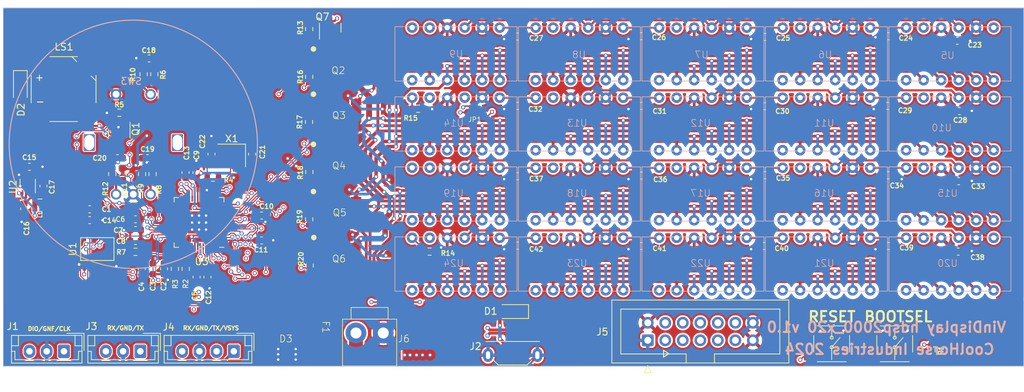
<source format=kicad_pcb>
(kicad_pcb (version 20221018) (generator pcbnew)
  (layers (0 "F.Cu" signal) (1 "In1.Cu" signal) (2 "In2.Cu" signal) (31 "B.Cu" signal) (34 "B.Paste" user) (35 "F.Paste" user) (36 "B.SilkS" user "B.Silkscreen") (37 "F.SilkS" user "F.Silkscreen") (38 "B.Mask" user) (39 "F.Mask" user) (44 "Edge.Cuts" user))
  (net 0 "")
  (net 1 "Net-(C22-Pad1)")
  (net 2 "GND")
  (net 3 "VSYS")
  (net 4 "Net-(U3-XIN)")
  (net 5 "1V1")
  (net 6 "3V3")
  (net 7 "Net-(U2-CFF)")
  (net 8 "Net-(U3-ADC_AVDD)")
  (net 9 "KNOB_SW")
  (net 10 "ENC_A")
  (net 11 "ENC_B")
  (net 12 "VBUS")
  (net 13 "Net-(D2-A)")
  (net 14 "SWCLK")
  (net 15 "SWDIO")
  (net 16 "USB_DP")
  (net 18 "UART0_TX")
  (net 19 "UART0_RX")
  (net 20 "UART1_TX")
  (net 21 "UART1_RX")
  (net 22 "GP28")
  (net 23 "GP29")
  (net 24 "SPEAKER")
  (net 25 "Net-(U2-SW)")
  (net 26 "Net-(R1-Pad1)")
  (net 27 "Net-(U1-CS)")
  (net 28 "Net-(U3-XOUT)")
  (net 29 "Net-(R8-Pad2)")
  (net 30 "Net-(R10-Pad1)")
  (net 31 "Net-(R11-Pad1)")
  (net 32 "Net-(U3-RUN)")
  (net 33 "QSPI_SD1")
  (net 34 "QSPI_SD2")
  (net 35 "QSPI_SD0")
  (net 36 "QSPI_SCLK")
  (net 37 "QSPI_SD3")
  (net 39 "DISP_CLK")
  (net 40 "USB_D+")
  (net 41 "USB_D-")
  (net 42 "USB_DN")
  (net 43 "DISP_VCC")
  (net 44 "D10_DOUT")
  (net 45 "Net-(JP1-C)")
  (net 46 "DISP_DATA2")
  (net 47 "DISP_COL1")
  (net 48 "DRV_COL1")
  (net 49 "DISP_COL2")
  (net 50 "DRV_COL2")
  (net 51 "DISP_COL3")
  (net 52 "DRV_COL3")
  (net 53 "DISP_COL4")
  (net 54 "DRV_COL4")
  (net 55 "DISP_COL5")
  (net 56 "DRV_COL5")
  (net 57 "Net-(U24-DOUT)")
  (net 58 "DISP_DATA")
  (net 59 "DISP_BR")
  (net 61 "GP14")
  (net 62 "GP15")
  (net 72 "Net-(U5-DOUT)")
  (net 73 "DISP_VB")
  (net 75 "Net-(U6-DOUT)")
  (net 77 "Net-(U7-DOUT)")
  (net 79 "Net-(U8-DOUT)")
  (net 81 "D5_DOUT")
  (net 83 "Net-(U10-DOUT)")
  (net 85 "Net-(U11-DOUT)")
  (net 87 "Net-(U12-DOUT)")
  (net 89 "Net-(U13-DOUT)")
  (net 92 "Net-(U15-DOUT)")
  (net 94 "Net-(U16-DOUT)")
  (net 96 "Net-(U17-DOUT)")
  (net 98 "Net-(U18-DOUT)")
  (net 100 "D15_DOUT")
  (net 102 "Net-(U20-DOUT)")
  (net 104 "Net-(U21-DOUT)")
  (net 106 "Net-(U22-DOUT)")
  (net 108 "Net-(U23-DOUT)")
  (net 110 "Net-(J6-Pin_1)")
  (footprint "components:SOIC8_150mil" (layer "F.Cu") (at 114.775953 115.4726)
    (fp_text reference "U1")
    (fp_text value "W25Q16JVSNIQ")
  )
  (footprint "components:TS18_TACTILE_SWITCH" (layer "F.Cu") (at 223.1472 126.7248)
    (fp_text reference "SW1" hide)
    (fp_text value "SW_RESET" hide)
  )
  (footprint "Capacitor_SMD:C_0603_1608Metric" (layer "F.Cu") (at 231.3644 82.11725 180)
    (fp_text reference "C24")
    (fp_text value "0.1u" hide)
  )
  (footprint "Connector_JST:JST_EH_B4B-EH-A_1x04_P2.50mm_Vertical" (layer "F.Cu") (at 136.457 127.8122 180)
    (fp_text reference "J4")
    (fp_text value "IF_UART" hide)
  )
  (footprint "Package_DFN_QFN:Micrel_MLF-8-1EP_2x2mm_P0.5mm_EP0.6x1.2mm" (layer "F.Cu") (at 106.5612 103.8518 90)
    (fp_text reference "U2")
    (fp_text value "MIC23050-SYML")
  )
  (footprint "Capacitor_SMD:C_0603_1608Metric" (layer "F.Cu") (at 140.490908 111.7388)
    (fp_text reference "C11")
    (fp_text value "100n" hide)
  )
  (footprint "Capacitor_SMD:C_0603_1608Metric" (layer "F.Cu") (at 131.055107 117.047402 -90)
    (fp_text reference "C5")
    (fp_text value "100n" hide)
  )
  (footprint "components:SO8_MOSFET_S3G1D4" (layer "F.Cu") (at 148.439847 98.583972 -90)
    (fp_text reference "Q4")
    (fp_text value "SQ4435EY" hide)
  )
  (footprint "Resistor_SMD:R_0603_1608Metric" (layer "F.Cu") (at 123.1474 102.1122 90)
    (fp_text reference "R9")
    (fp_text value "10K" hide)
  )
  (footprint "Capacitor_SMD:C_0603_1608Metric" (layer "F.Cu") (at 241.4984 113.35925)
    (fp_text reference "C38")
    (fp_text value "0.1u" hide)
  )
  (footprint "Crystal:Crystal_SMD_Abracon_ABM8AIG-4Pin_3.2x2.5mm" (layer "F.Cu") (at 136.150707 99.426 180)
    (fp_text reference "X1")
    (fp_text value "12MHz")
  )
  (footprint "Capacitor_SMD:C_0603_1608Metric" (layer "F.Cu") (at 126.330707 115.8536 -90)
    (fp_text reference "C2")
    (fp_text value "2u2" hide)
  )
  (footprint "Package_TO_SOT_SMD:SOT-23" (layer "F.Cu") (at 119.8454 96.2702 -90)
    (fp_text reference "Q1")
    (fp_text value "BSS138")
  )
  (footprint "components:BUZZER_CMT-8504" (layer "F.Cu") (at 111.7682 89.7932)
    (fp_text reference "LS1")
    (fp_text value "SPEAKER")
  )
  (footprint "Capacitor_SMD:C_0603_1608Metric" (layer "F.Cu") (at 195.5374 102.33565 180)
    (fp_text reference "C36")
    (fp_text value "0.1u" hide)
  )
  (footprint "Resistor_SMD:R_0603_1608Metric" (layer "F.Cu") (at 164.841 113.35925)
    (fp_text reference "R14")
    (fp_text value "100R" hide)
  )
  (footprint "components:SO8_MOSFET_S3G1D4" (layer "F.Cu") (at 148.436425 105.433775 -90)
    (fp_text reference "Q5")
    (fp_text value "SQ4435EY" hide)
  )
  (footprint "Capacitor_SMD:C_0603_1608Metric" (layer "F.Cu") (at 213.4698 82.21885 180)
    (fp_text reference "C25")
    (fp_text value "0.1u" hide)
  )
  (footprint "Resistor_SMD:R_0603_1608Metric" (layer "F.Cu") (at 123.375421 87.62865 90)
    (fp_text reference "R10")
    (fp_text value "1K" hide)
  )
  (footprint "Capacitor_SMD:C_0603_1608Metric" (layer "F.Cu") (at 213.432 92.27725 180)
    (fp_text reference "C30")
    (fp_text value "0.1u" hide)
  )
  (footprint "Capacitor_SMD:C_0603_1608Metric" (layer "F.Cu") (at 123.104909 115.853602 -90)
    (fp_text reference "C4")
    (fp_text value "2u2" hide)
  )
  (footprint "Capacitor_SMD:C_0603_1608Metric" (layer "F.Cu") (at 231.3514 102.28485)
    (fp_text reference "C34")
    (fp_text value "0.1u" hide)
  )
  (footprint "Connector_JST:JST_EH_B3B-EH-A_1x03_P2.50mm_Vertical" (layer "F.Cu") (at 122.8934 127.817 180)
    (fp_text reference "J3")
    (fp_text value "DEBUG_UART" hide)
  )
  (footprint "Resistor_SMD:R_0603_1608Metric" (layer "F.Cu") (at 163.1778 92.638)
    (fp_text reference "R15")
    (fp_text value "100R" hide)
  )
  (footprint "Resistor_SMD:R_0603_1608Metric" (layer "F.Cu") (at 147.379 88.01005 -90)
    (fp_text reference "R16")
    (fp_text value "100K" hide)
  )
  (footprint "Capacitor_SMD:C_0603_1608Metric" (layer "F.Cu") (at 123.933489 99.80926 180)
    (fp_text reference "C19")
    (fp_text value "10n" hide)
  )
  (footprint "Resistor_SMD:R_0603_1608Metric" (layer "F.Cu") (at 147.379 81.081 -90)
    (fp_text reference "R13")
    (fp_text value "100K" hide)
  )
  (footprint "Resistor_SMD:R_0603_1608Metric" (layer "F.Cu") (at 147.379 108.67345 -90)
    (fp_text reference "R19")
    (fp_text value "100K" hide)
  )
  (footprint "Capacitor_SMD:C_0603_1608Metric" (layer "F.Cu") (at 108.8472 103.8518 90)
    (fp_text reference "C17")
    (fp_text value "560pF" hide)
  )
  (footprint "Resistor_SMD:R_0603_1608Metric" (layer "F.Cu") (at 237.6252 127.6778 90)
    (fp_text reference "R1")
    (fp_text value "1K" hide)
  )
  (footprint "Resistor_SMD:R_0603_1608Metric" (layer "F.Cu") (at 124.6714 102.1122 -90)
    (fp_text reference "R8")
    (fp_text value "10K" hide)
  )
  (footprint "Capacitor_SMD:C_0603_1608Metric" (layer "F.Cu") (at 106.0532 107.1538 -90)
    (fp_text reference "C16")
    (fp_text value "4.7uF" hide)
  )
  (footprint "Capacitor_SMD:C_0603_1608Metric" (layer "F.Cu") (at 241.6768 92.98845)
    (fp_text reference "C28")
    (fp_text value "0.1u" hide)
  )
  (footprint "Capacitor_SMD:C_0603_1608Metric" (layer "F.Cu") (at 195.5374 92.22645 180)
    (fp_text reference "C31")
    (fp_text value "0.1u" hide)
  )
  (footprint "Diode_SMD:D_SOD-123" (layer "F.Cu") (at 105.4944 89.3614 -90)
    (fp_text reference "D2")
    (fp_text value "D")
  )
  (footprint "components:TS18_TACTILE_SWITCH" (layer "F.Cu") (at 232.2912 126.7248)
    (fp_text reference "SW2" hide)
    (fp_text value "BOOTSEL" hide)
  )
  (footprint "Capacitor_SMD:C_0603_1608Metric" (layer "F.Cu") (at 131.029708 101.883602 90)
    (fp_text reference "C9")
    (fp_text value "100n" hide)
  )
  (footprint "Capacitor_SMD:C_0603_1608Metric" (layer "F.Cu") (at 122.190507 108.665401 180)
    (fp_text reference "C6")
    (fp_text value "100n" hide)
  )
  (footprint "Capacitor_SMD:C_0603_1608Metric" (layer "F.Cu") (at 132.629907 117.0474 -90)
    (fp_text reference "C12")
    (fp_text value "100n" hide)
  )
  (footprint "Package_DFN_QFN:QFN-56-1EP_7x7mm_P0.4mm_EP3.2x3.2mm" (layer "F.Cu") (at 131.410708 109.122601 180)
    (fp_text reference "U3")
    (fp_text value "RP2040")
  )
  (footprint "Capacitor_SMD:C_0603_1608Metric" (layer "F.Cu") (at 133.214108 99.216601 90)
    (fp_text reference "C22")
    (fp_text value "19p" hide)
  )
  (footprint "components:SO8_MOSFET_S3G1D4" (layer "F.Cu") (at 148.439848 84.766372 -90)
    (fp_text reference "Q2")
    (fp_text value "SQ4435EY" hide)
  )
  (footprint "Capacitor_SMD:C_0603_1608Metric" (layer "F.Cu") (at 119.5755 99.81561)
    (fp_text reference "C20")
    (fp_text value "10n" hide)
  )
  (footprint "Capacitor_SMD:C_0603_1608Metric" (layer "F.Cu") (at 231.4022 112.54645 180)
    (fp_text reference "C39")
    (fp_text value "0.1u" hide)
  )
  (footprint "components:SO8_MOSFET_S3G1D4" (layer "F.Cu") (at 148.439848 91.319572 -90)
    (fp_text reference "Q3")
    (fp_text value "SQ4435EY" hide)
  )
  (footprint "components:Diode_TO252" (layer "F.Cu") (at 144.1532 121.6848)
    (fp_text reference "D3")
    (fp_text value "D")
  )
  (footprint "Resistor_SMD:R_0603_1608Metric" (layer "F.Cu") (at 122.190507 113.389802)
    (fp_text reference "R7")
    (fp_text value "200R" hide)
  )
  (footprint "Capacitor_SMD:C_0603_1608Metric" (layer "F.Cu") (at 177.618 112.49565 180)
    (fp_text reference "C42")
    (fp_text value "0.1u" hide)
  )
  (footprint "Capacitor_SMD:C_0603_1608Metric" (layer "F.Cu") (at 124.1634 85.3482 180)
    (fp_text reference "C18")
    (fp_text value "10n" hide)
  )
  (footprint "Capacitor_SMD:C_0603_1608Metric" (layer "F.Cu") (at 140.478508 108.132001)
    (fp_text reference "C10")
    (fp_text value "100n" hide)
  )
  (footprint "Capacitor_SMD:C_0603_1608Metric" (layer "F.Cu") (at 231.2498 92.22645 180)
    (fp_text reference "C29")
    (fp_text value "0.1u" hide)
  )
  (footprint "Capacitor_SMD:C_0603_1608Metric" (layer "F.Cu") (at 195.5244 82.11725 180)
    (fp_text reference "C26")
    (fp_text value "0.1u" hide)
  )
  (footprint "Capacitor_SMD:C_0603_1608Metric" (layer "F.Cu") (at 213.4698 102.28485 180)
    (fp_text reference "C35")
    (fp_text value "0.1u" hide)
  )
  (footprint "Resistor_SMD:R_0603_1608Metric" (layer "F.Cu") (at 133.417308 102.626399)
    (fp_text reference "R4")
    (fp_text value "1K" hide)
  )
  (footprint "Connector_JST:JST_EH_B3B-EH-A_1x03_P2.50mm_Vertical" (layer "F.Cu") (at 111.819 127.817 180)
    (fp_text reference "J1")
    (fp_text value "DEBUG" hide)
  )
  (footprint "Capacitor_SMD:C_0603_1608Metric" (layer "F.Cu") (at 124.705106 115.853601 -90)
    (fp_text reference "C3")
    (fp_text value "2u2" hide)
  )
  (footprint "Resistor_SMD:R_0603_1608Metric" (layer "F.Cu") (at 147.4552 115.37905 -90)
    (fp_text reference "R20")
    (fp_text value "100K" hide)
  )
  (footprint "Capacitor_SMD:C_0603_1608Metric" (layer "F.Cu") (at 177.605 92.22645 180)
    (fp_text reference "C32")
    (fp_text value "0.1u" hide)
  )
  (footprint "components:Solder_jumber_3pad" (layer "F.Cu") (at 171.3566 93.16625)
    (fp_text reference "JP1")
    (fp_text value "SolderJumper_3_Open" hide)
  )
  (footprint "components:Conn_2x3_96" (layer "F.Cu") (at 154.1632 125.1588)
    (fp_text reference "J6")
    (fp_text value "Conn_01x02")
  )
  (footprint "Resistor_SMD:R_0603_1608Metric" (layer "F.Cu") (at 129.480307 115.853601 90)
    (fp_text reference "R2")
    (fp_text value "27R" hide)
  )
  (footprint "Capacitor_SMD:C_0603_1608Metric" (layer "F.Cu") (at 122.190507 111.815 180)
    (fp_text reference "C8")
    (fp_text value "100n" hide)
  )
  (footprint "Connector_IDC:IDC-Header_2x07_P2.54mm_Vertical" (layer "F.Cu") (at 196.4772 126.2168 90)
    (fp_text reference "J5")
    (fp_text value "AUX_CONNECTOR" hide)
  )
  (footprint "Capacitor_SMD:C_0603_1608Metric" (layer "F.Cu") (at 115.5528 107.2176)
    (fp_text reference "C1")
    (fp_text value "2u2" hide)
  )
  (footprint "Resistor_SMD:R_0603_1608Metric" (layer "F.Cu") (at 124.9254 87.6342 90)
    (fp_text reference "R6")
    (fp_text value "10K" hide)
  )
  (footprint "Resistor_SMD:R_0603_1608Metric" (layer "F.Cu") (at 147.4044 101.81545 -90)
    (fp_text reference "R18")
    (fp_text value "100K" hide)
  )
  (footprint "Capacitor_SMD:C_0603_1608Metric" (layer "F.Cu") (at 195.5374 112.54645 180)
    (fp_text reference "C41")
    (fp_text value "0.1u" hide)
  )
  (footprint "Capacitor_SMD:C_0603_1608Metric" (layer "F.Cu") (at 139.106907 99.2166 -90)
    (fp_text reference "C21")
    (fp_text value "19p" hide)
  )
  (footprint "Capacitor_SMD:C_0603_1608Metric" (layer "F.Cu") (at 241.5622 103.14845)
    (fp_text reference "C33")
    (fp_text value "0.1u" hide)
  )
  (footprint "Resistor_SMD:R_0603_1608Metric" (layer "F.Cu") (at 147.3536 94.56325 -90)
    (fp_text reference "R17")
    (fp_text value "100K" hide)
  )
  (footprint "components:SO8_MOSFET_S3G1D4" (layer "F.Cu") (at 148.490647 112.096772 -90)
    (fp_text reference "Q6")
    (fp_text value "SQ4435EY" hide)
  )
  (footprint "Capacitor_SMD:C_0603_1608Metric" (layer "F.Cu") (at 129.454907 101.8836 90)
    (fp_text reference "C13")
    (fp_text value "100n" hide)
  )
  (footprint "Capacitor_SMD:C_0603_1608Metric" (layer "F.Cu") (at 241.359 82.77765)
    (fp_text reference "C23")
    (fp_text value "0.1u" hide)
  )
  (footprint "Resistor_SMD:R_0603_1608Metric" (layer "F.Cu") (at 119.8454 93.2222)
    (fp_text reference "R5")
    (fp_text value "100K" hide)
  )
  (footprint "components:GCT_USB3140" (layer "F.Cu") (at 176.8892 127.4868)
    (fp_text reference "J2")
    (fp_text value "USB_B_Micro")
  )
  (footprint "Package_TO_SOT_SMD:SOT-23" (layer "F.Cu") (at 150.427 80.8778 90)
    (fp_text reference "Q7")
    (fp_text value "DMG2301L")
  )
  (footprint "Resistor_SMD:R_0603_1608Metric" (layer "F.Cu") (at 127.905509 115.8536 90)
    (fp_text reference "R3")
    (fp_text value "27R" hide)
  )
  (footprint "Capacitor_SMD:C_0603_1608Metric" (layer "F.Cu") (at 177.605 102.43725 180)
    (fp_text reference "C37")
    (fp_text value "0.1u" hide)
  )
  (footprint "components:Fuse_2410" (layer "F.Cu") (at 149.7412 119.7748 -90)
    (fp_text reference "F1")
    (fp_text value "10A")
  )
  (footprint "Resistor_SMD:R_0603_1608Metric" (layer "F.Cu") (at 120.3534 102.106536 90)
    (fp_text reference "R11")
    (fp_text value "10K" hide)
  )
  (footprint "Capacitor_SMD:C_0603_1608Metric" (layer "F.Cu") (at 177.592 82.16805 180)
    (fp_text reference "C27")
    (fp_text value "0.1u" hide)
  )
  (footprint "Resistor_SMD:R_0603_1608Metric" (layer "F.Cu") (at 118.8294 102.1122 -90)
    (fp_text reference "R12")
    (fp_text value "10K" hide)
  )
  (footprint "components:Inductor_0806" (layer "F.Cu") (at 108.3392 106.645801 180)
    (fp_text reference "L1")
    (fp_text value "2.2uH")
  )
  (footprint "Capacitor_SMD:C_0603_1608Metric" (layer "F.Cu") (at 213.3552 112.54645 180)
    (fp_text reference "C40")
    (fp_text value "0.1u" hide)
  )
  (footprint "Capacitor_SMD:C_0603_1608Metric" (layer "F.Cu") (at 115.5528 108.7924)
    (fp_text reference "C14")
    (fp_text value "100n" hide)
  )
  (footprint "Capacitor_SMD:C_0603_1608Metric" (layer "F.Cu") (at 106.8152 101.0578)
    (fp_text reference "C15")
    (fp_text value "4.7uF" hide)
  )
  (footprint "Diode_SMD:D_SOD-123F" (layer "F.Cu") (at 176.9954 122.0512 180)
    (fp_text reference "D1")
    (fp_text value "MBR1020VL")
  )
  (footprint "Capacitor_SMD:C_0603_1608Metric" (layer "F.Cu") (at 122.190509 110.240201 180)
    (fp_text reference "C7")
    (fp_text value "100n" hide)
  )
  (footprint "components:HDSP_DIP12" (layer "B.Cu") (at 175.0142 88.49265 180)
    (fp_text reference "U9")
    (fp_text value "HDSP-2000")
  )
  (footprint "components:PEC11H_Encoder" (layer "B.Cu") (at 121.8774 105.0442 180)
    (fp_text reference "SW3")
    (fp_text value "KNOB")
  )
  (footprint "components:HDSP_DIP12" (layer "B.Cu") (at 228.7352 88.49265 180)
    (fp_text reference "U6")
    (fp_text value "HDSP-2000")
  )
  (footprint "components:HDSP_DIP12" (layer "B.Cu") (at 192.9212 108.81265 180)
    (fp_text reference "U18")
    (fp_text value "HDSP-2000")
  )
  (footprint "components:HDSP_DIP12" (layer "B.Cu") (at 210.8282 118.97265 180)
    (fp_text reference "U22")
    (fp_text value "HDSP-2000")
  )
  (footprint "components:HDSP_DIP12" (layer "B.Cu") (at 175.0142 118.97265 180)
    (fp_text reference "U24")
    (fp_text value "HDSP-2000")
  )
  (footprint "components:HDSP_DIP12" (layer "B.Cu") (at 175.0142 98.65265 180)
    (fp_text reference "U14")
    (fp_text value "HDSP-2000")
  )
  (footprint "components:HDSP_DIP12" (layer "B.Cu") (at 210.8282 108.81265 180)
    (fp_text reference "U17")
    (fp_text value "HDSP-2000")
  )
  (footprint "components:HDSP_DIP12" (layer "B.Cu") (at 228.7352 98.65265 180)
    (fp_text reference "U11")
    (fp_text value "HDSP-2000")
  )
  (footprint "components:HDSP_DIP12" (layer "B.Cu") (at 228.7352 108.81265 180)
    (fp_text reference "U16")
    (fp_text value "HDSP-2000")
  )
  (footprint "components:HDSP_DIP12" (layer "B.Cu") (at 246.6422 118.97265 180)
    (fp_text reference "U20")
    (fp_text value "HDSP-2000")
  )
  (footprint "components:HDSP_DIP12" (layer "B.Cu") (at 246.6422 88.49265 180)
    (fp_text reference "U5")
    (fp_text value "HDSP-2000")
  )
  (footprint "components:HDSP_DIP12" (layer "B.Cu") (at 246.6422 108.81265 180)
    (fp_text reference "U15")
    (fp_text value "HDSP-2000")
  )
  (footprint "components:HDSP_DIP12" (layer "B.Cu") (at 246.6422 98.65265 180)
    (fp_text reference "U10")
    (fp_text value "HDSP-2000")
  )
  (footprint "components:HDSP_DIP12" (layer "B.Cu") (at 210.8282 98.65265 180)
    (fp_text reference "U12")
    (fp_text value "HDSP-2000")
  )
  (footprint "components:HDSP_DIP12" (layer "B.Cu") (at 192.9212 98.65265 180)
    (fp_text reference "U13")
    (fp_text value "HDSP-2000")
  )
  (footprint "components:HDSP_DIP12" (layer "B.Cu") (at 192.9212 118.97265 180)
    (fp_text reference "U23")
    (fp_text value "HDSP-2000")
  )
  (footprint "components:HDSP_DIP12" (layer "B.Cu") (at 210.8282 88.49265 180)
    (fp_text reference "U7")
    (fp_text value "HDSP-2000")
  )
  (footprint "components:HDSP_DIP12" (layer "B.Cu") (at 175.0142 108.81265 180)
    (fp_text reference "U19")
    (fp_text value "HDSP-2000")
  )
  (footprint "components:HDSP_DIP12" (layer "B.Cu") (at 228.7352 118.97265 180)
    (fp_text reference "U21")
    (fp_text value "HDSP-2000")
  )
  (footprint "components:HDSP_DIP12" (layer "B.Cu") (at 192.9212 88.49265 180)
    (fp_text reference "U8")
    (fp_text value "HDSP-2000")
  )
  (gr_circle (center 121.8774 97.7942) (end 139.8774 97.7942) (stroke (width 0.15)) (fill none) (layer "B.SilkS"))
  (gr_line (start 199.5252 128.1694) (end 198.7632 127.6614) (stroke (width 0.15)) (layer "F.SilkS"))
  (gr_line (start 198.7632 127.6614) (end 198.7632 128.652) (stroke (width 0.15)) (layer "F.SilkS"))
  (gr_line (start 198.7632 128.652) (end 199.5252 128.1694) (stroke (width 0.15)) (layer "F.SilkS"))
  (gr_rect (start 103 78) (end 251 130) (stroke (width 0.1)) (fill none) (layer "Edge.Cuts"))
  (gr_text "CoolHorse Industries 2024" (at 246.9 128.4) (layer "B.SilkS") (effects (font (size 1.5 1.5) (thickness 0.3) bold) (justify left bottom mirror)))
  (gr_text "VinDisplay hdsp2000_x20 v1.0" (at 248.6 125.2) (layer "B.SilkS") (effects (font (size 1.5 1.5) (thickness 0.3) bold) (justify left bottom mirror)))
  (gr_text "RX/GND/TX" (at 118 124.8) (layer "F.SilkS") (effects (font (size 0.6 0.6) (thickness 0.15) bold) (justify left bottom)))
  (gr_text "BOOTSEL" (at 227.7192 123.6768) (layer "F.SilkS") (effects (font (size 1.5 1.5) (thickness 0.3) bold) (justify left bottom)))
  (gr_text "RESET" (at 219.5912 123.6768) (layer "F.SilkS") (effects (font (size 1.5 1.5) (thickness 0.3) bold) (justify left bottom)))
  (gr_text "RX/GND/TX/VSYS" (at 129 124.8) (layer "F.SilkS") (effects (font (size 0.6 0.6) (thickness 0.15) bold) (justify left bottom)))
  (gr_text "DIO/GNF/CLK" (at 106.5 124.9) (layer "F.SilkS") (effects (font (size 0.6 0.6) (thickness 0.15) bold) (justify left bottom)))
  (segment (start 133.214108 99.991602) (end 132.592308 100.613402) (width 0.15) (layer "F.Cu") (net 1))
  (segment (start 132.592308 100.613402) (end 132.592308 102.626402) (width 0.15) (layer "F.Cu") (net 1))
  (segment (start 133.448508 100.226002) (end 135.050707 100.226) (width 0.15) (layer "F.Cu") (net 1))
  (segment (start 229.65475 82.11725) (end 229.4972 82.2748) (width 0.4) (layer "F.Cu") (net 2))
  (segment (start 132.410708 104.56422) (end 132.535664 104.439264) (width 0.15) (layer "F.Cu") (net 2))
  (segment (start 141.253508 108.821892) (end 141.029 109.0464) (width 0.3) (layer "F.Cu") (net 2))
  (segment (start 194.7624 102.5316) (end 194.4452 102.8488) (width 0.4) (layer "F.Cu") (net 2))
  (segment (start 176.82275 102.43725) (end 176.4112 102.8488) (width 0.4) (layer "F.Cu") (net 2))
  (segment (start 146.4392 128.2348) (end 146.4392 128.7568) (width 0.6) (layer "F.Cu") (net 2))
  (segment (start 141.253508 108.132001) (end 141.253508 108.821892) (width 0.3) (layer "F.Cu") (net 2))
  (segment (start 164.32595 93.01385) (end 163.952 93.01385) (width 0.4) (layer "F.Cu") (net 2))
  (segment (start 126.330707 116.903307) (end 126.8812 117.4538) (width 0.3) (layer "F.Cu") (net 2))
  (segment (start 105.4792 103.8642) (end 106.5488 103.8642) (width 0.3) (layer "F.Cu") (net 2))
  (segment (start 107.5902 101.0578) (end 108.692 101.0578) (width 0.3) (layer "F.Cu") (net 2))
  (segment (start 224.854 124.8248) (end 224.849 124.8198) (width 0.2) (layer "F.Cu") (net 2))
  (segment (start 106.8112 103.6018) (end 106.5612 103.8518) (width 0.3) (layer "F.Cu") (net 2))
  (segment (start 116.3278 108.7924) (end 117.407 108.7924) (width 0.3) (layer "F.Cu") (net 2))
  (segment (start 131.029708 100.190108) (end 131.0214 100.1818) (width 0.3) (layer "F.Cu") (net 2))
  (segment (start 212.2252 92.6888) (end 211.4632 92.6888) (width 0.4) (layer "F.Cu") (net 2))
  (segment (start 142.1212 127.4868) (end 142.8832 127.4868) (width 0.6) (layer "F.Cu") (net 2))
  (segment (start 164.651 92.6888) (end 164.32595 93.01385) (width 0.4) (layer "F.Cu") (net 2))
  (segment (start 176.1572 113.0088) (end 175.6492 113.0088) (width 0.4) (layer "F.Cu") (net 2))
  (segment (start 131.055107 117.822402) (end 132.629905 117.822402) (width 0.3) (layer "F.Cu") (net 2))
  (segment (start 194.7624 92.3716) (end 194.4452 92.6888) (width 0.4) (layer "F.Cu") (net 2))
  (segment (start 194.7494 82.11725) (end 194.7494 82.2246) (width 0.4) (layer "F.Cu") (net 2))
  (segment (start 131.029708 101.108602) (end 131.029708 100.190108) (width 0.3) (layer "F.Cu") (net 2))
  (segment (start 178.1892 128.7822) (end 178.6718 129.2648) (width 0.5) (layer "F.Cu") (net 2))
  (segment (start 194.1912 113.0088) (end 193.6832 113.0088) (width 0.4) (layer "F.Cu") (net 2))
  (segment (start 230.6272 112.6408) (end 230.2592 113.0088) (width 0.4) (layer "F.Cu") (net 2))
  (segment (start 105.8112 102.723) (end 105.3014 102.2132) (width 0.3) (layer "F.Cu") (net 2))
  (segment (start 165.666 113.35925) (end 165.90075 113.35925) (width 0.2) (layer "F.Cu") (net 2))
  (segment (start 242.3372 103.14845) (end 243.42155 103.14845) (width 0.4) (layer "F.Cu") (net 2))
  (segment (start 194.4452 92.6888) (end 193.6832 92.6888) (width 0.4) (layer "F.Cu") (net 2))
  (segment (start 212.6948 82.21885) (end 211.77315 82.21885) (width 0.4) (layer "F.Cu") (net 2))
  (segment (start 176.83 92.27) (end 176.4112 92.6888) (width 0.4) (layer "F.Cu") (net 2))
  (segment (start 105.8112 102.8768) (end 105.8112 103.5322) (width 0.3) (layer "F.Cu") (net 2))
  (segment (start 194.7494 82.2246) (end 194.4452 82.5288) (width 0.4) (layer "F.Cu") (net 2))
  (segment (start 243.20805 82.77765) (end 243.2132 82.7828) (width 0.4) (layer "F.Cu") (net 2))
  (segment (start 178.6718 129.2648) (end 179.5762 129.2648) (width 0.5) (layer "F.Cu") (net 2))
  (segment (start 242.2734 113.35925) (end 243.37075 113.35925) (width 0.4) (layer "F.Cu") (net 2))
  (segment (start 123.104909 116.628602) (end 124.705105 116.628602) (width 0.3) (layer "F.Cu") (net 2))
  (segment (start 179.5762 129.2648) (end 180.4642 128.3768) (width 0.5) (layer "F.Cu") (net 2))
  (segment (start 116.3278 107.2176) (end 116.3278 108.7924) (width 0.3) (layer "F.Cu") (net 2))
  (segment (start 132.629907 118.376507) (end 132.9264 118.673) (width 0.3) (layer "F.Cu") (net 2))
  (segment (start 212.2252 102.8488) (end 211.4632 102.8488) (width 0.4) (layer "F.Cu") (net 2))
  (segment (start 145.4372 128.2348) (end 145.4232 128.2488) (width 0.6) (layer "F.Cu") (net 2))
  (segment (start 132.629907 117.8224) (end 132.629907 118.376507) (width 0.3) (layer "F.Cu") (net 2))
  (segment (start 141.8672 128.7568) (end 142.1212 129.0108) (width 0.6) (layer "F.Cu") (net 2))
  (segment (start 235.4412 124.8248) (end 234.1658 124.8248) (width 0.2) (layer "F.Cu") (net 2))
  (segment (start 176.817 82.377) (end 176.6652 82.5288) (width 0.4) (layer "F.Cu") (net 2))
  (segment (start 146.1852 129.0108) (end 145.4232 129.0108) (width 0.6) (layer "F.Cu") (net 2))
  (segment (start 230.6272 112.54645) (end 230.6272 112.6408) (width 0.4) (layer "F.Cu") (net 2))
  (segment (start 194.7624 112.54645) (end 194.65355 112.54645) (width 0.4) (layer "F.Cu") (net 2))
  (segment (start 230.4748 92.22645) (end 230.46755 92.22645) (width 0.4) (layer "F.Cu") (net 2))
  (segment (start 243.42155 103.14845) (end 243.4672 103.1028) (width 0.4) (layer "F.Cu") (net 2))
  (segment (start 219.9972 124.8248) (end 221.5012 124.8248) (width 0.2) (layer "F.Cu") (net 2))
  (segment (start 176.83 102.43725) (end 176.82275 102.43725) (width 0.4) (layer "F.Cu") (net 2))
  (segment (start 121.415509 110.240201) (end 120.505801 110.240201) (width 0.3) (layer "F.Cu") (net 2))
  (segment (start 165.90075 113.35925) (end 166.5052 112.7548) (width 0.2) (layer "F.Cu") (net 2))
  (segment (start 230.0052 92.6888) (end 229.2432 92.6888) (width 0.4) (layer "F.Cu") (net 2))
  (segment (start 106.0532 108.675) (end 105.6824 109.0458) (width 0.3) (layer "F.Cu") (net 2))
  (segment (start 178.1892 127.4868) (end 178.1892 128.7822) (width 0.5) (layer "F.Cu") (net 2))
  (segment (start 234.1658 124.8248) (end 234.1454 124.8452) (width 0.2) (layer "F.Cu") (net 2))
  (segment (start 120.23699 99.81561) (end 119.6676 100.385) (width 0.3) (layer "F.Cu") (net 2))
  (segment (start 194.7624 92.22645) (end 194.7624 92.3716) (width 0.4) (layer "F.Cu") (net 2))
  (segment (start 212.5802 112.54645) (end 212.43355 112.54645) (width 0.4) (layer "F.Cu") (net 2))
  (segment (start 146.4392 128.2348) (end 145.4372 128.2348) (width 0.6) (layer "F.Cu") (net 2))
  (segment (start 123.20666 99.80926) (end 123.8332 100.4358) (width 0.3) (layer "F.Cu") (net 2))
  (segment (start 141.8672 128.2348) (end 142.8692 128.2348) (width 0.6) (layer "F.Cu") (net 2))
  (segment (start 176.4112 92.6888) (end 175.6492 92.6888) (width 0.4) (layer "F.Cu") (net 2))
  (segment (start 141.265908 111.7388) (end 142.1466 111.7388) (width 0.3) (layer "F.Cu") (net 2))
  (segment (start 142.1212 129.0108) (end 142.8832 129.0108) (width 0.6) (layer "F.Cu") (net 2))
  (segment (start 106.8112 102.8768) (end 106.8112 103.6018) (width 0.3) (layer "F.Cu") (net 2))
  (segment (start 242.4518 92.98845) (end 243.42155 92.98845) (width 0.4) (layer "F.Cu") (net 2))
  (segment (start 176.6652 82.5288) (end 175.6492 82.5288) (width 0.4) (layer "F.Cu") (net 2))
  (segment (start 132.410708 105.685101) (end 132.410708 104.56422) (width 0.15) (layer "F.Cu") (net 2))
  (segment (start 133.214108 98.441601) (end 133.214108 96.608708) (width 0.15) (layer "F.Cu") (net 2))
  (segment (start 194.65355 112.54645) (end 194.1912 113.0088) (width 0.4) (layer "F.Cu") (net 2))
  (segment (start 212.657 92.27725) (end 212.63675 92.27725) (width 0.4) (layer "F.Cu") (net 2))
  (segment (start 194.4452 102.8488) (end 193.6832 102.8488) (width 0.4) (layer "F.Cu") (net 2))
  (segment (start 141.8672 128.2348) (end 141.8672 128.7568) (width 0.6) (layer "F.Cu") (net 2))
  (segment (start 230.5894 82.11725) (end 229.65475 82.11725) (width 0.4) (layer "F.Cu") (net 2))
  (segment (start 105.8112 102.8768) (end 105.8112 102.723) (width 0.3) (layer "F.Cu") (net 2))
  (segment (start 176.843 112.49565) (end 176.67035 112.49565) (width 0.4) (layer "F.Cu") (net 2))
  (segment (start 105.8112 103.5322) (end 105.4792 103.8642) (width 0.3) (layer "F.Cu") (net 2))
  (segment (start 121.415507 108.665401) (end 121.415507 110.240199) (width 0.3) (layer "F.Cu") (net 2))
  (segment (start 221.5012 124.8248) (end 221.5216 124.8452) (width 0.2) (layer "F.Cu") (net 2))
  (segment (start 122.36 85.3482) (end 122.3092 85.2974) (width 0.3) (layer "F.Cu") (net 2))
  (segment (start 232.1264 102.28485) (end 232.74325 102.28485) (width 0.4) (layer "F.Cu") (net 2))
  (segment (start 106.0532 107.9288) (end 106.0532 108.675) (width 0.3) (layer "F.Cu") (net 2))
  (segment (start 146.4392 128.7568) (end 146.1852 129.0108) (width 0.6) (layer "F.Cu") (net 2))
  (segment (start 211.9712 113.0088) (end 211.4632 113.0088) (width 0.4) (layer "F.Cu") (net 2))
  (segment (start 121.415509 110.240201) (end 121.415509 111.814998) (width 0.3) (layer "F.Cu") (net 2))
  (segment (start 194.4452 82.5288) (end 193.6832 82.5288) (width 0.4) (layer "F.Cu") (net 2))
  (segment (start 165.2098 92.6888) (end 164.651 92.6888) (width 0.4) (layer "F.Cu") (net 2))
  (segment (start 133.214108 96.608708) (end 133.2058 96.6004) (width 0.15) (layer "F.Cu") (net 2))
  (segment (start 142.1466 111.7388) (end 142.172 111.7134) (width 0.3) (layer "F.Cu") (net 2))
  (segment (start 212.6948 102.28485) (end 212.6948 102.3792) (width 0.4) (layer "F.Cu") (net 2))
  (segment (start 141.8672 128.2348) (end 141.8672 127.7408) (width 0.6) (layer "F.Cu") (net 2))
  (segment (start 212.43355 112.54645) (end 211.9712 113.0088) (width 0.4) (layer "F.Cu") (net 2))
  (segment (start 141.8672 127.7408) (end 142.1212 127.4868) (width 0.6) (layer "F.Cu") (net 2))
  (segment (start 142.8692 128.2348) (end 142.8832 128.2488) (width 0.6) (layer "F.Cu") (net 2))
  (segment (start 230.2592 113.0088) (end 229.4972 113.0088) (width 0.4) (layer "F.Cu") (net 2))
  (segment (start 146.4392 128.2348) (end 146.4392 127.4868) (width 0.6) (layer "F.Cu") (net 2))
  (segment (start 146.4392 127.4868) (end 145.4232 127.4868) (width 0.6) (layer "F.Cu") (net 2))
  (segment (start 124.705106 116.628601) (end 126.330706 116.628601) (width 0.3) (layer "F.Cu") (net 2))
  (segment (start 176.817 82.16805) (end 176.817 82.377) (width 0.4) (layer "F.Cu") (net 2))
  (segment (start 194.7624 102.33565) (end 194.7624 102.5316) (width 0.4) (layer "F.Cu") (net 2))
  (segment (start 212.6948 102.3792) (end 212.2252 102.8488) (width 0.4) (layer "F.Cu") (net 2))
  (segment (start 118.585953 115.4726) (end 119.4136 115.4726) (width 0.15) (layer "F.Cu") (net 2))
  (segment (start 123.3884 85.3482) (end 122.36 85.3482) (width 0.3) (layer "F.Cu") (net 2))
  (segment (start 230.5336 124.8248) (end 230.5386 124.8198) (width 0.2) (layer "F.Cu") (net 2))
  (segment (start 211.77315 82.21885) (end 211.4632 82.5288) (width 0.4) (layer "F.Cu") (net 2))
  (segment (start 242.134 82.77765) (end 243.20805 82.77765) (width 0.4) (layer "F.Cu") (net 2))
  (segment (start 232.74325 102.28485) (end 233.3072 102.8488) (width 0.4) (layer "F.Cu") (net 2))
  (segment (start 176.4112 102.8488) (end 175.6492 102.8488) (width 0.4) (layer "F.Cu") (net 2))
  (segment (start 176.67035 112.49565) (end 176.1572 113.0088) (width 0.4) (layer "F.Cu") (net 2))
  (segment (start 212.63675 92.27725) (end 212.2252 92.6888) (width 0.4) (layer "F.Cu") (net 2))
  (segment (start 120.505801 110.240201) (end 120.5058 110.2402) (width 0.3) (layer "F.Cu") (net 2))
  (segment (start 108.692 101.0578) (end 108.705 101.0448) (width 0.3) (layer "F.Cu") (net 2))
  (segment (start 129.454907 101.1086) (end 131.029706 101.1086) (width 0.3) (layer "F.Cu") (net 2))
  (segment (start 118.042 93.2476) (end 118.995 93.2476) (width 0.3) (layer "F.Cu") (net 2))
  (segment (start 119.7184 95.305) (end 118.9231 95.305) (width 0.3) (layer "F.Cu") (net 2))
  (segment (start 229.1412 124.8248) (end 230.5336 124.8248) (width 0.2) (layer "F.Cu") (net 2))
  (segment (start 230.46755 92.22645) (end 230.0052 92.6888) (width 0.4) (layer "F.Cu") (net 2))
  (segment (start 226.2972 124.8248) (end 224.854 124.8248) (width 0.2) (layer "F.Cu") (net 2))
  (segment (start 243.42155 92.98845) (end 243.4672 92.9428) (width 0.4) (layer "F.Cu") (net 2))
  (segment (start 243.37075 113.35925) (end 243.4672 113.2628) (width 0.4) (layer "F.Cu") (net 2))
  (segment (start 176.83 92.22645) (end 176.83 92.27) (width 0.4) (layer "F.Cu") (net 2))
  (via (at 229.2432 92.6888) (size 0.6) (drill 0.35) (layers "F.Cu" "B.Cu") (net 2))
  (via (at 132.426708 108.132002) (size 0.6) (drill 0.35) (layers "F.Cu" "B.Cu") (net 2))
  (via (at 175.6492 82.5288) (size 0.6) (drill 0.35) (layers "F.Cu" "B.Cu") (net 2))
  (via (at 230.5386 124.8198) (size 0.6) (drill 0.35) (layers "F.Cu" "B.Cu") (net 2))
  (via (at 211.4632 92.6888) (size 0.6) (drill 0.35) (layers "F.Cu" "B.Cu") (net 2))
  (via (at 193.6832 113.0088) (size 0.6) (drill 0.35) (layers "F.Cu" "B.Cu") (net 2))
  (via (at 126.8812 117.4538) (size 0.6) (drill 0.35) (layers "F.Cu" "B.Cu") (net 2))
  (via (at 132.535664 104.439264) (size 0.6) (drill 0.35) (layers "F.Cu" "B.Cu") (net 2))
  (via (at 119.7184 95.305) (size 0.6) (drill 0.35) (layers "F.Cu" "B.Cu") (net 2))
  (via (at 130.394708 108.131999) (size 0.6) (drill 0.35) (layers "F.Cu" "B.Cu") (net 2))
  (via (at 142.8832 129.0108) (size 0.6) (drill 0.35) (layers "F.Cu" "B.Cu") (net 2))
  (via (at 118.042 93.2476) (size 0.6) (drill 0.35) (layers "F.Cu" "B.Cu") (net 2))
  (via (at 108.705 101.0448) (size 0.6) (drill 0.35) (layers "F.Cu" "B.Cu") (net 2))
  (via (at 229.4972 82.2748) (size 0.6) (drill 0.35) (layers "F.Cu" "B.Cu") (net 2))
  (via (at 131.410708 108.132001) (size 0.6) (drill 0.35) (layers "F.Cu" "B.Cu") (net 2))
  (via (at 123.8332 100.4358) (size 0.6) (drill 0.35) (layers "F.Cu" "B.Cu") (net 2))
  (via (at 145.4232 129.0108) (size 0.6) (drill 0.35) (layers "F.Cu" "B.Cu") (net 2))
  (via (at 132.426708 110.163999) (size 0.6) (drill 0.35) (layers "F.Cu" "B.Cu") (net 2))
  (via (at 119.4136 115.4726) (size 0.6) (drill 0.35) (layers "F.Cu" "B.Cu") (net 2))
  (via (at 120.5058 110.2402) (size 0.6) (drill 0.35) (layers "F.Cu" "B.Cu") (net 2))
  (via (at 243.2132 82.7828) (size 0.6) (drill 0.35) (layers "F.Cu" "B.Cu") (net 2))
  (via (at 105.3014 102.2132) (size 0.6) (drill 0.35) (layers "F.Cu" "B.Cu") (net 2))
  (via (at 105.4792 103.8642) (size 0.6) (drill 0.35) (layers "F.Cu" "B.Cu") (net 2))
  (via (at 243.4672 103.1028) (size 0.6) (drill 0.35) (layers "F.Cu" "B.Cu") (net 2))
  (via (at 175.6492 113.0088) (size 0.6) (drill 0.35) (layers "F.Cu" "B.Cu") (net 2))
  (via (at 211.4632 82.5288) (size 0.6) (drill 0.35) (layers "F.Cu" "B.Cu") (net 2))
  (via (at 142.8832 128.2488) (size 0.6) (drill 0.35) (layers "F.Cu" "B.Cu") (net 2))
  (via (at 234.1454 124.8452) (size 0.6) (drill 0.35) (layers "F.Cu" "B.Cu") (net 2))
  (via (at 133.2058 96.6004) (size 0.6) (drill 0.35) (layers "F.Cu" "B.Cu") (net 2))
  (via (at 145.4232 128.2488) (size 0.6) (drill 0.35) (layers "F.Cu" "B.Cu") (net 2))
  (via (at 142.8832 127.4868) (size 0.6) (drill 0.35) (layers "F.Cu" "B.Cu") (net 2))
  (via (at 221.5216 124.8452) (size 0.6) (drill 0.35) (layers "F.Cu" "B.Cu") (net 2))
  (via (at 132.426708 109.148001) (size 0.6) (drill 0.35) (layers "F.Cu" "B.Cu") (net 2))
  (via (at 105.6824 109.0458) (size 0.6) (drill 0.35) (layers "F.Cu" "B.Cu") (net 2))
  (via (at 229.4972 113.0088) (size 0.6) (drill 0.35) (layers "F.Cu" "B.Cu") (net 2))
  (via (at 131.410708 110.164001) (size 0.6) (drill 0.35) (layers "F.Cu" "B.Cu") (net 2))
  (via (at 233.3072 102.8488) (size 0.6) (drill 0.35) (layers "F.Cu" "B.Cu") (net 2))
  (via (at 131.410708 109.147999) (size 0.6) (drill 0.35) (layers "F.Cu" "B.Cu") (net 2))
  (via (at 166.5052 112.7548) (size 0.6) (drill 0.35) (layers "F.Cu" "B.Cu") (net 2))
  (via (at 193.6832 82.5288) (size 0.6) (drill 0.35) (layers "F.Cu" "B.Cu") (net 2))
  (via (at 165.2098 92.6888) (size 0.6) (drill 0.35) (layers "F.Cu" "B.Cu") (net 2))
  (via (at 131.0214 100.1818) (size 0.6) (drill 0.35) (layers "F.Cu" "B.Cu") (net 2))
  (via (at 243.4672 92.9428) (size 0.6) (drill 0.35) (layers "F.Cu" "B.Cu") (net 2))
  (via (at 175.6492 102.8488) (size 0.6) (drill 0.35) (layers "F.Cu" "B.Cu") (net 2))
  (via (at 224.849 124.8198) (size 0.6) (drill 0.35) (layers "F.Cu" "B.Cu") (net 2))
  (via (at 141.029 109.0464) (size 0.6) (drill 0.35) (layers "F.Cu" "B.Cu") (net 2))
  (via (at 193.6832 102.8488) (size 0.6) (drill 0.35) (layers "F.Cu" "B.Cu") (net 2))
  (via (at 243.4672 113.2628) (size 0.6) (drill 0.35) (layers "F.Cu" "B.Cu") (net 2))
  (via (at 130.394708 109.148001) (size 0.6) (drill 0.35) (layers "F.Cu" "B.Cu") (net 2))
  (via (at 122.3092 85.2974) (size 0.6) (drill 0.35) (layers "F.Cu" "B.Cu") (net 2))
  (via (at 193.6832 92.6888) (size 0.6) (drill 0.35) (layers "F.Cu" "B.Cu") (net 2))
  (via (at 145.4232 127.4868) (size 0.6) (drill 0.35) (layers "F.Cu" "B.Cu") (net 2))
  (via (at 119.6676 100.385) (size 0.6) (drill 0.35) (layers "F.Cu" "B.Cu") (net 2))
  (via (at 211.4632 102.8488) (size 0.6) (drill 0.35) (layers "F.Cu" "B.Cu") (net 2))
  (via (at 211.4632 113.0088) (size 0.6) (drill 0.35) (layers "F.Cu" "B.Cu") (net 2))
  (via (at 142.172 111.7134) (size 0.6) (drill 0.35) (layers "F.Cu" "B.Cu") (net 2))
  (via (at 175.6492 92.6888) (size 0.6) (drill 0.35) (layers "F.Cu" "B.Cu") (net 2))
  (via (at 132.9264 118.673) (size 0.6) (drill 0.35) (layers "F.Cu" "B.Cu") (net 2))
  (via (at 117.407 108.7924) (size 0.6) (drill 0.35) (layers "F.Cu" "B.Cu") (net 2))
  (via (at 130.394708 110.163999) (size 0.6) (drill 0.35) (layers "F.Cu" "B.Cu") (net 2))
  (segment (start 134.852 129.4172) (end 136.457 127.8122) (width 0.4) (layer "F.Cu") (net 3))
  (segment (start 106.3112 105.5468) (end 105.6762 105.5468) (width 0.3) (layer "F.Cu") (net 3))
  (segment (start 104.5944 96.1524) (end 104.5944 88.6114) (width 0.3) (layer "F.Cu") (net 3))
  (segment (start 104.5944 88.6114) (end 105.4944 87.7114) (width 0.3) (layer "F.Cu") (net 3))
  (segment (start 105.537561 97.095561) (end 105.537561 101.0578) (width 0.3) (layer "F.Cu") (net 3))
  (segment (start 105.6762 105.5468) (end 105.5554 105.6676) (width 0.3) (layer "F.Cu") (net 3))
  (segment (start 104.5902 105.6676) (end 104.5902 128.2336) (width 0.4) (layer "F.Cu") (net 3))
  (segment (start 104.5902 105.6676) (end 104.5902 102.005161) (width 0.4) (layer "F.Cu") (net 3))
  (segment (start 105.5554 105.6676) (end 104.5902 105.6676) (width 0.3) (layer "F.Cu") (net 3))
  (segment (start 106.3112 102.8768) (end 106.3112 101.3288) (width 0.3) (layer "F.Cu") (net 3))
  (segment (start 105.7738 129.4172) (end 134.852 129.4172) (width 0.4) (layer "F.Cu") (net 3))
  (segment (start 106.85 87.7114) (end 108.2682 86.2932) (width 0.3) (layer "F.Cu") (net 3))
  (segment (start 106.3112 104.8268) (end 106.3112 105.5468) (width 0.3) (layer "F.Cu") (net 3))
  (segment (start 104.5902 128.2336) (end 105.7738 129.4172) (width 0.4) (layer "F.Cu") (net 3))
  (segment (start 104.5902 102.005161) (end 105.537561 101.0578) (width 0.4) (layer "F.Cu") (net 3))
  (segment (start 105.537561 101.0578) (end 106.0402 101.0578) (width 0.4) (layer "F.Cu") (net 3))
  (segment (start 105.4944 87.7114) (end 106.85 87.7114) (width 0.3) (layer "F.Cu") (net 3))
  (segment (start 104.5944 96.1524) (end 105.537561 97.095561) (width 0.3) (layer "F.Cu") (net 3))
  (via (at 164.905 128.3504) (size 0.6) (drill 0.35) (layers "F.Cu" "B.Cu") (net 3))
  (via (at 161.222 128.3504) (size 0.6) (drill 0.35) (layers "F.Cu" "B.Cu") (net 3))
  (via (at 163.8128 128.3504) (size 0.6) (drill 0.35) (layers "F.Cu" "B.Cu") (net 3))
  (via (at 162.0094 128.3504) (size 0.6) (drill 0.35) (layers "F.Cu" "B.Cu") (net 3))
  (via (at 162.9492 128.3504) (size 0.6) (drill 0.35) (layers "F.Cu" "B.Cu") (net 3))
  (segment (start 137.150708 98.626001) (end 135.975709 99.801004) (width 0.15) (layer "F.Cu") (net 4))
  (segment (start 134.181549 103.763199) (end 132.469973 103.763199) (width 0.15) (layer "F.Cu") (net 4))
  (segment (start 132.469973 103.763199) (end 132.010707 104.222465) (width 0.15) (layer "F.Cu") (net 4))
  (segment (start 138.922508 98.626001) (end 137.250707 98.626) (width 0.15) (layer "F.Cu") (net 4))
  (segment (start 135.975708 101.96904) (end 134.181549 103.763199) (width 0.15) (layer "F.Cu") (net 4))
  (segment (start 132.010707 104.222465) (end 132.010707 105.6851) (width 0.15) (layer "F.Cu") (net 4))
  (segment (start 135.975709 99.801004) (end 135.975708 101.96904) (width 0.15) (layer "F.Cu") (net 4))
  (segment (start 128.462108 114.403603) (end 128.464307 114.405802) (width 0.15) (layer "F.Cu") (net 5))
  (segment (start 131.613909 115.256401) (end 132.629909 116.272401) (width 0.15) (layer "F.Cu") (net 5))
  (segment (start 128.464307 114.405802) (end 129.61071 113.259402) (width 0.15) (layer "F.Cu") (net 5))
  (segment (start 129.607308 111.815002) (end 129.610709 111.818401) (width 0.15) (layer "F.Cu") (net 5))
  (segment (start 130.810708 104.103001) (end 130.810708 105.685099) (width 0.15) (layer "F.Cu") (net 5))
  (segment (start 131.61391 114.024799) (end 131.613909 115.256401) (width 0.15) (layer "F.Cu") (net 5))
  (segment (start 129.610709 112.560101) (end 129.610709 111.818401) (width 0.15) (layer "F.Cu") (net 5))
  (segment (start 131.610708 112.560101) (end 131.610708 114.021602) (width 0.15) (layer "F.Cu") (net 5))
  (segment (start 126.980308 114.403602) (end 128.462108 114.403603) (width 0.15) (layer "F.Cu") (net 5))
  (segment (start 126.305307 115.078602) (end 126.980308 114.403602) (width 0.15) (layer "F.Cu") (net 5))
  (segment (start 130.496307 103.788602) (end 130.496307 103.7) (width 0.15) (layer "F.Cu") (net 5))
  (segment (start 129.61071 113.259402) (end 129.610709 112.560101) (width 0.15) (layer "F.Cu") (net 5))
  (segment (start 130.496307 103.788602) (end 130.810708 104.103001) (width 0.15) (layer "F.Cu") (net 5))
  (segment (start 130.496307 103.7) (end 129.454907 102.6586) (width 0.15) (layer "F.Cu") (net 5))
  (segment (start 131.610708 114.021602) (end 131.61391 114.024799) (width 0.15) (layer "F.Cu") (net 5))
  (via (at 130.318508 111.205401) (size 0.6) (drill 0.35) (layers "F.Cu" "B.Cu") (net 5))
  (via (at 130.496307 103.788602) (size 0.6) (drill 0.35) (layers "F.Cu" "B.Cu") (net 5))
  (via (at 131.61391 114.024799) (size 0.6) (drill 0.35) (layers "F.Cu" "B.Cu") (net 5))
  (via (at 130.775708 107.014401) (size 0.6) (drill 0.35) (layers "F.Cu" "B.Cu") (net 5))
  (segment (start 130.775708 107.014401) (end 130.775708 104.068003) (width 0.3) (layer "B.Cu") (net 5))
  (segment (start 130.775708 104.068003) (end 130.496307 103.788602) (width 0.3) (layer "B.Cu") (net 5))
  (segment (start 131.61391 114.024799) (end 131.61391 112.500803) (width 0.3) (layer "B.Cu") (net 5))
  (segment (start 131.61391 112.500803) (end 130.318508 111.205401) (width 0.3) (layer "B.Cu") (net 5))
  (segment (start 130.810708 112.008601) (end 130.810708 112.560102) (width 0.15) (layer "F.Cu") (net 6))
  (segment (start 128.981707 108.122601) (end 128.997706 108.106602) (width 0.15) (layer "F.Cu") (net 6))
  (segment (start 131.055108 113.828001) (end 131.210707 113.672399) (width 0.15) (layer "F.Cu") (net 6))
  (segment (start 123.015508 113.389803) (end 123.892308 113.389802) (width 0.15) (layer "F.Cu") (net 6))
  (segment (start 125.043594 108.429638) (end 124.542756 107.9288) (width 0.15) (layer "F.Cu") (net 6))
  (segment (start 131.033798 102.658602) (end 131.7072 101.9852) (width 0.4) (layer "F.Cu") (net 6))
  (segment (start 131.210708 106.11151) (end 131.6056 106.5064) (width 0.15) (layer "F.Cu") (net 6))
  (segment (start 127.310708 108.357307) (end 127.310708 108.642292) (width 0.15) (layer "F.Cu") (net 6))
  (segment (start 127.973208 111.722601) (end 127.100599 111.722601) (width 0.15) (layer "F.Cu") (net 6))
  (segment (start 125.043594 108.808994) (end 125.043594 108.429638) (width 0.15) (layer "F.Cu") (net 6))
  (segment (start 107.5112 104.626801) (end 107.311201 104.8268) (width 0.2) (layer "F.Cu") (net 6))
  (segment (start 131.210707 113.672399) (end 131.210708 112.560103) (width 0.15) (layer "F.Cu") (net 6))
  (segment (start 129.21071 112.13369) (end 129.210709 112.560101) (width 0.15) (layer "F.Cu") (net 6))
  (segment (start 122.965507 111.815) (end 122.965507 113.339802) (width 0.3) (layer "F.Cu") (net 6))
  (segment (start 130.810708 113.596739) (end 131.055108 113.841139) (width 0.15) (layer "F.Cu") (net 6))
  (segment (start 131.210709 105.685103) (end 131.210708 106.11151) (width 0.15) (layer "F.Cu") (net 6))
  (segment (start 127.973208 111.722601) (end 128.799617 111.722602) (width 0.15) (layer "F.Cu") (net 6))
  (segment (start 127.545414 108.122601) (end 127.310708 108.357307) (width 0.15) (layer "F.Cu") (net 6))
  (segment (start 131.210708 111.919801) (end 131.055108 111.764201) (width 0.15) (layer "F.Cu") (net 6))
  (segment (start 130.810708 112.560102) (end 130.810708 113.596739) (width 0.15) (layer "F.Cu") (net 6))
  (segment (start 107.3112 104.8268) (end 107.3112 105.214452) (width 0.3) (layer "F.Cu") (net 6))
  (segment (start 131.055108 113.841139) (end 131.055108 113.828001) (width 0.15) (layer "F.Cu") (net 6))
  (segment (start 127.310708 108.642292) (end 126.6732 109.2798) (width 0.15) (layer "F.Cu") (net 6))
  (segment (start 127.973208 108.1226) (end 128.981707 108.122601) (width 0.15) (layer "F.Cu") (net 6))
  (segment (start 125.5144 109.2798) (end 125.043594 108.808994) (width 0.15) (layer "F.Cu") (net 6))
  (segment (start 127.100599 111.722601) (end 126.7288 112.0944) (width 0.15) (layer "F.Cu") (net 6))
  (segment (start 127.973208 108.122601) (end 127.545414 108.122601) (width 0.15) (layer "F.Cu") (net 6))
  (segment (start 122.965507 108.665401) (end 122.965507 110.240199) (width 0.3) (layer "F.Cu") (net 6))
  (segment (start 124.542756 107.9288) (end 124.2142 107.9288) (width 0.15) (layer "F.Cu") (net 6))
  (segment (start 123.892308 113.389802) (end 123.968508 113.313602) (width 0.15) (layer "F.Cu") (net 6))
  (segment (start 131.6056 106.5064) (end 131.690108 106.506402) (width 0.15) (layer "F.Cu") (net 6))
  (segment (start 108.8472 104.6268) (end 107.5112 104.626801) (width 0.2) (layer "F.Cu") (net 6))
  (segment (start 134.093908 111.722602) (end 134.077706 111.738801) (width 0.15) (layer "F.Cu") (net 6))
  (segment (start 126.7288 112.0944) (end 123.244907 112.0944) (width 0.15) (layer "F.Cu") (net 6))
  (segment (start 131.210708 112.560103) (end 131.210708 111.919801) (width 0.15) (layer "F.Cu") (net 6))
  (segment (start 131.055108 116.272401) (end 131.055108 113.841139) (width 0.15) (layer "F.Cu") (net 6))
  (segment (start 129.210707 113.2276) (end 128.334707 114.1036) (width 0.15) (layer "F.Cu") (net 6))
  (segment (start 128.799617 111.722602) (end 129.21071 112.13369) (width 0.15) (layer "F.Cu") (net 6))
  (segment (start 126.6732 109.2798) (end 125.5144 109.2798) (width 0.15) (layer "F.Cu") (net 6))
  (segment (start 139.715908 111.7388) (end 134.864407 111.7388) (width 0.15) (layer "F.Cu") (net 6))
  (segment (start 123.323154 108.307754) (end 122.965507 108.665401) (width 0.15) (layer "F.Cu") (net 6))
  (segment (start 122.965509 110.240201) (end 122.965509 111.814998) (width 0.3) (layer "F.Cu") (net 6))
  (segment (start 131.055108 111.764201) (end 130.810708 112.008601) (width 0.15) (layer "F.Cu") (net 6))
  (segment (start 134.848209 111.722603) (end 134.093908 111.722602) (width 0.15) (layer "F.Cu") (net 6))
  (segment (start 134.848208 108.122601) (end 139.694108 108.122601) (width 0.15) (layer "F.Cu") (net 6))
  (segment (start 125.680107 114.103602) (end 124.705109 115.078599) (width 0.15) (layer "F.Cu") (net 6))
  (segment (start 128.334707 114.1036) (end 125.680107 114.103602) (width 0.15) (layer "F.Cu") (net 6))
  (segment (start 124.2142 107.9288) (end 123.323154 108.307754) (width 0.15) (layer "F.Cu") (net 6))
  (segment (start 107.3112 105.214452) (end 106.146852 106.3788) (width 0.3) (layer "F.Cu") (net 6))
  (segment (start 131.210709 105.685103) (end 131.210708 102.839601) (width 0.15) (layer "F.Cu") (net 6))
  (segment (start 129.210709 112.560101) (end 129.210707 113.2276) (width 0.15) (layer "F.Cu") (net 6))
  (via (at 145.4994 100.9438) (size 0.6) (drill 0.35) (layers "F.Cu" "B.Cu") (net 6))
  (via (at 144.2548 99.8516) (size 0.6) (drill 0.35) (layers "F.Cu" "B.Cu") (net 6))
  (via (at 131.7072 101.9852) (size 0.6) (drill 0.35) (layers "F.Cu" "B.Cu") (net 6))
  (via (at 123.8332 96.5496) (size 0.6) (drill 0.35) (layers "F.Cu" "B.Cu") (net 6))
  (via (at 122.233 100.8422) (size 0.6) (drill 0.35) (layers "F.Cu" "B.Cu") (net 6))
  (via (at 136.4316 102.6202) (size 0.6) (drill 0.35) (layers "F.Cu" "B.Cu") (net 6))
  (segment (start 122.4974 100.6372) (end 122.438 100.6372) (width 0.4) (layer "B.Cu") (net 6))
  (segment (start 144.2548 99.8516) (end 144.4072 99.8516) (width 0.2) (layer "B.Cu") (net 6))
  (segment (start 135.7966 101.9852) (end 136.4316 102.6202) (width 0.4) (layer "B.Cu") (net 6))
  (segment (start 122.438 100.6372) (end 122.233 100.8422) (width 0.4) (layer "B.Cu") (net 6))
  (segment (start 122.4974 97.813261) (end 122.4974 100.6372) (width 0.4) (layer "B.Cu") (net 6))
  (segment (start 123.761061 96.5496) (end 122.4974 97.813261) (width 0.4) (layer "B.Cu") (net 6))
  (segment (start 131.7072 101.9852) (end 135.7966 101.9852) (width 0.4) (layer "B.Cu") (net 6))
  (segment (start 144.4072 99.8516) (end 145.4994 100.9438) (width 0.2) (layer "B.Cu") (net 6))
  (segment (start 123.8332 96.5496) (end 123.761061 96.5496) (width 0.4) (layer "B.Cu") (net 6))
  (segment (start 108.8472 103.0768) (end 107.5112 103.0768) (width 0.2) (layer "F.Cu") (net 7))
  (segment (start 107.5112 103.0768) (end 107.3112 102.8768) (width 0.2) (layer "F.Cu") (net 7))
  (segment (start 123.104908 114.919664) (end 124.397771 113.626802) (width 0.15) (layer "F.Cu") (net 8))
  (segment (start 125.332709 113.803602) (end 128.210443 113.8036) (width 0.15) (layer "F.Cu") (net 8))
  (segment (start 125.155909 113.626804) (end 125.332709 113.803602) (width 0.15) (layer "F.Cu") (net 8))
  (segment (start 123.054308 115.078601) (end 121.365508 113.389801) (width 0.15) (layer "F.Cu") (net 8))
  (segment (start 128.210443 113.8036) (end 128.810708 113.203338) (width 0.15) (layer "F.Cu") (net 8))
  (segment (start 128.810708 113.203338) (end 128.810708 112.560101) (width 0.15) (layer "F.Cu") (net 8))
  (segment (start 124.397771 113.626802) (end 125.155909 113.626804) (width 0.15) (layer "F.Cu") (net 8))
  (segment (start 123.076 106.1508) (end 123.076 104.827264) (width 0.15) (layer "F.Cu") (net 9))
  (segment (start 125.6254 87.5092) (end 124.9254 86.8092) (width 0.15) (layer "F.Cu") (net 9))
  (segment (start 124.859833 109.5798) (end 127.241072 109.5798) (width 0.15) (layer "F.Cu") (net 9))
  (segment (start 124.2142 107.2938) (end 123.076 106.1508) (width 0.15) (layer "F.Cu") (net 9))
  (segment (start 127.241072 109.5798) (end 127.498271 109.322601) (width 0.15) (layer "F.Cu") (net 9))
  (segment (start 124.9384 85.3482) (end 124.9384 86.7962) (width 0.3) (layer "F.Cu") (net 9))
  (segment (start 123.375421 86.80365) (end 124.91985 86.80365) (width 0.3) (layer "F.Cu") (net 9))
  (segment (start 121.508897 103.260161) (end 121.508897 102.4367) (width 0.15) (layer "F.Cu") (net 9))
  (segment (start 121.344 100.756764) (end 121.344 99.2997) (width 0.15) (layer "F.Cu") (net 9))
  (segment (start 127.498271 109.322601) (end 127.973208 109.322601) (width 0.15) (layer "F.Cu") (net 9))
  (segment (start 121.3186 97.6507) (end 125.6254 93.3439) (width 0.15) (layer "F.Cu") (net 9))
  (segment (start 123.076 104.827264) (end 121.508897 103.260161) (width 0.15) (layer "F.Cu") (net 9))
  (segment (start 121.275064 100.8257) (end 121.344 100.756764) (width 0.15) (layer "F.Cu") (net 9))
  (segment (start 124.518594 109.238561) (end 124.859833 109.5798) (width 0.15) (layer "F.Cu") (net 9))
  (segment (start 124.518594 108.647101) (end 124.518594 109.238561) (width 0.15) (layer "F.Cu") (net 9))
  (segment (start 125.6254 93.3439) (end 125.6254 87.5092) (width 0.15) (layer "F.Cu") (net 9))
  (via (at 139.486178 116.481083) (size 0.6) (drill 0.35) (layers "F.Cu" "B.Cu") (net 9))
  (via (at 121.3186 97.6507) (size 0.6) (drill 0.35) (layers "F.Cu" "B.Cu") (net 9))
  (via (at 121.508897 102.4367) (size 0.6) (drill 0.35) (layers "F.Cu" "B.Cu") (net 9))
  (via (at 121.344 99.2997) (size 0.6) (drill 0.35) (layers "F.Cu" "B.Cu") (net 9))
  (via (at 124.2142 107.2938) (size 0.6) (drill 0.35) (layers "F.Cu" "B.Cu") (net 9))
  (via (at 124.518594 108.647101) (size 0.6) (drill 0.35) (layers "F.Cu" "B.Cu") (net 9))
  (via (at 121.275064 100.8257) (size 0.6) (drill 0.35) (layers "F.Cu" "B.Cu") (net 9))
  (segment (start 124.518594 107.775495) (end 124.518594 108.647101) (width 0.15) (layer "B.Cu") (net 9))
  (segment (start 121.344 97.6761) (end 121.3186 97.6507) (width 0.15) (layer "B.Cu") (net 9))
  (segment (start 119.8284 100.9862) (end 119.9889 100.8257) (width 0.15) (layer "B.Cu") (net 9))
  (segment (start 121.344 99.2997) (end 121.344 97.6761) (width 0.15) (layer "B.Cu") (net 9))
  (segment (start 119.8284 101.567663) (end 119.8284 100.9862) (width 0.15) (layer "B.Cu") (net 9))
  (segment (start 124.2142 107.2938) (end 124.518594 107.775495) (width 0.15) (layer "B.Cu") (net 9))
  (segment (start 120.697437 102.4367) (end 119.8284 101.567663) (width 0.15) (layer "B.Cu") (net 9))
  (segment (start 119.9889 100.8257) (end 121.275064 100.8257) (width 0.15) (layer "B.Cu") (net 9))
  (segment (start 121.508897 102.4367) (end 120.697437 102.4367) (width 0.15) (layer "B.Cu") (net 9))
  (segment (start 124.6714 101.2872) (end 124.6714 99.846349) (width 0.3) (layer "F.Cu") (net 10))
  (segment (start 125.6112 102.227) (end 124.6714 101.2872) (width 0.2) (layer "F.Cu") (net 10))
  (segment (start 138.239791 117.271209) (end 136.664991 117.271209) (width 0.2) (layer "F.Cu") (net 10))
  (segment (start 125.6112 108.5638) (end 125.6112 102.227) (width 0.2) (layer "F.Cu") (net 10))
  (segment (start 123.93164 109.86236) (end 124.291882 110.222601) (width 0.15) (layer "F.Cu") (net 10))
  (segment (start 138.477696 117.033304) (end 138.239791 117.271209) (width 0.2) (layer "F.Cu") (net 10))
  (segment (start 127.446799 110.222601) (end 127.546799 110.122601) (width 0.15) (layer "F.Cu") (net 10))
  (segment (start 124.291882 110.222601) (end 127.446799 110.222601) (width 0.15) (layer "F.Cu") (net 10))
  (segment (start 127.546799 110.122601) (end 127.973208 110.122601) (width 0.15) (layer "F.Cu") (net 10))
  (via (at 138.477696 117.033304) (size 0.6) (drill 0.35) (layers "F.Cu" "B.Cu") (net 10))
  (via (at 123.93164 109.86236) (size 0.6) (drill 0.35) (layers "F.Cu" "B.Cu") (net 10))
  (via (at 136.664991 117.271209) (size 0.6) (drill 0.35) (layers "F.Cu" "B.Cu") (net 10))
  (via (at 125.6112 108.5638) (size 0.6) (drill 0.35) (layers "F.Cu" "B.Cu") (net 10))
  (segment (start 123.93164 109.86236) (end 124.31264 109.86236) (width 0.2) (layer "B.Cu") (net 10))
  (segment (start 124.31264 109.86236) (end 125.6112 108.5638) (width 0.2) (layer "B.Cu") (net 10))
  (segment (start 127.973208 110.522601) (end 124.541399 110.522601) (width 0.15) (layer "F.Cu") (net 11))
  (segment (start 137.658709 116.709291) (end 136.508691 116.709291) (width 0.2) (layer "F.Cu") (net 11))
  (segment (start 117.7118 105.1348) (end 117.7118 102.4048) (width 0.15) (layer "F.Cu") (net 11))
  (segment (start 120.2772 111.1038) (end 119.9808 110.8074) (width 0.15) (layer "F.Cu") (net 11))
  (segment (start 119.9808 107.4038) (end 117.7118 105.1348) (width 0.15) (layer "F.Cu") (net 11))
  (segment (start 124.541399 110.522601) (end 123.9602 111.1038) (width 0.15) (layer "F.Cu") (net 11))
  (segment (start 118.8294 101.2872) (end 118.8294 99.84451) (width 0.3) (layer "F.Cu") (net 11))
  (segment (start 119.9808 110.8074) (end 119.9808 107.4038) (width 0.15) (layer "F.Cu") (net 11))
  (segment (start 136.508691 116.709291) (end 136.0594 116.26) (width 0.2) (layer "F.Cu") (net 11))
  (segment (start 117.7118 102.4048) (end 118.8294 101.2872) (width 0.15) (layer "F.Cu") (net 11))
  (via (at 137.658709 116.709291) (size 0.6) (drill 0.35) (layers "F.Cu" "B.Cu") (net 11))
  (via (at 123.9602 111.1038) (size 0.6) (drill 0.35) (layers "F.Cu" "B.Cu") (net 11))
  (via (at 120.2772 111.1038) (size 0.6) (drill 0.35) (layers "F.Cu" "B.Cu") (net 11))
  (via (at 136.0594 116.26) (size 0.6) (drill 0.35) (layers "F.Cu" "B.Cu") (net 11))
  (segment (start 123.9602 111.1038) (end 120.2772 111.1038) (width 0.15) (layer "B.Cu") (net 11))
  (segment (start 175.0396 124.056799) (end 175.0396 122.607) (width 0.5) (layer "F.Cu") (net 12))
  (segment (start 175.5892 127.4868) (end 175.5892 126.5632) (width 0.5) (layer "F.Cu") (net 12))
  (segment (start 175.5892 126.5632) (end 175.0396 126.0136) (width 0.5) (layer "F.Cu") (net 12))
  (segment (start 175.0396 122.607) (end 175.5954 122.0512) (width 0.5) (layer "F.Cu") (net 12))
  (via (at 175.0396 126.0136) (size 0.6) (drill 0.35) (layers "F.Cu" "B.Cu") (net 12))
  (via (at 175.0396 124.056799) (size 0.6) (drill 0.35) (layers "F.Cu" "B.Cu") (net 12))
  (segment (start 175.0396 126.0136) (end 175.0396 124.056799) (width 0.5) (layer "B.Cu") (net 12))
  (segment (start 119.8454 97.2077) (end 118.8271 97.2077) (width 0.3) (layer "F.Cu") (net 13))
  (segment (start 105.4944 91.0114) (end 107.7762 93.2932) (width 0.3) (layer "F.Cu") (net 13))
  (segment (start 116.9498 95.1272) (end 110.1022 95.1272) (width 0.3) (layer "F.Cu") (net 13))
  (segment (start 118.8271 97.2077) (end 117.8642 96.2448) (width 0.3) (layer "F.Cu") (net 13))
  (segment (start 110.1022 95.1272) (end 108.2682 93.2932) (width 0.3) (layer "F.Cu") (net 13))
  (via (at 117.8642 96.2448) (size 0.6) (drill 0.35) (layers "F.Cu" "B.Cu") (net 13))
  (via (at 116.9498 95.1272) (size 0.6) (drill 0.35) (layers "F.Cu" "B.Cu") (net 13))
  (segment (start 117.8642 96.0416) (end 116.9498 95.1272) (width 0.3) (layer "B.Cu") (net 13))
  (segment (start 117.8642 96.2448) (end 117.8642 96.0416) (width 0.3) (layer "B.Cu") (net 13))
  (segment (start 129.726 103.760758) (end 130.410708 104.445466) (width 0.15) (layer "F.Cu") (net 14))
  (segment (start 130.410708 104.445466) (end 130.410708 105.685101) (width 0.15) (layer "F.Cu") (net 14))
  (segment (start 129.599 103.56) (end 129.726 103.760758) (width 0.15) (layer "F.Cu") (net 14))
  (via (at 129.599 103.56) (size 0.6) (drill 0.35) (layers "F.Cu" "B.Cu") (net 14))
  (segment (start 128.837 103.56) (end 130.010708 105.059058) (width 0.15) (layer "F.Cu") (net 15))
  (segment (start 130.010708 105.059058) (end 130.010708 105.685101) (width 0.15) (layer "F.Cu") (net 15))
  (via (at 128.837 103.56) (size 0.6) (drill 0.35) (layers "F.Cu" "B.Cu") (net 15))
  (segment (start 131.073117 119.347399) (end 129.317411 119.347399) (width 0.4) (layer "F.Cu") (net 16))
  (segment (start 176.8892 126.361799) (end 176.8892 127.4868) (width 0.4) (layer "F.Cu") (net 16))
  (segment (start 173.565483 124.706799) (end 175.875611 124.706799) (width 0.4) (layer "F.Cu") (net 16))
  (segment (start 176.8042 126.276799) (end 176.8892 126.361799) (width 0.4) (layer "F.Cu") (net 16))
  (segment (start 173.520484 124.6618) (end 173.565483 124.706799) (width 0.4) (layer "F.Cu") (net 16))
  (segment (start 176.8042 125.635388) (end 176.8042 126.276799) (width 0.4) (layer "F.Cu") (net 16))
  (segment (start 175.875611 124.706799) (end 176.8042 125.635388) (width 0.4) (layer "F.Cu") (net 16))
  (segment (start 173.4934 124.6618) (end 173.520484 124.6618) (width 0.4) (layer "F.Cu") (net 16))
  (segment (start 129.317411 119.347399) (end 128.932909 118.962897) (width 0.4) (layer "F.Cu") (net 16))
  (segment (start 131.276997 119.3024) (end 131.118116 119.3024) (width 0.4) (layer "F.Cu") (net 16))
  (segment (start 173.2616 124.43) (end 173.4934 124.6618) (width 0.4) (layer "F.Cu") (net 16))
  (segment (start 131.118116 119.3024) (end 131.073117 119.347399) (width 0.4) (layer "F.Cu") (net 16))
  (segment (start 128.932909 118.962897) (end 128.932909 117.225999) (width 0.4) (layer "F.Cu") (net 16))
  (segment (start 131.377 119.202397) (end 131.276997 119.3024) (width 0.4) (layer "F.Cu") (net 16))
  (segment (start 128.932909 117.225999) (end 129.480307 116.678601) (width 0.4) (layer "F.Cu") (net 16))
  (via (at 173.2616 124.43) (size 0.6) (drill 0.35) (layers "F.Cu" "B.Cu") (net 16))
  (via (at 131.377 119.202397) (size 0.6) (drill 0.35) (layers "F.Cu" "B.Cu") (net 16))
  (segment (start 136.3554 115.4472) (end 136.6348 115.1678) (width 0.15) (layer "F.Cu") (net 18))
  (segment (start 135.1108 115.5234) (end 135.187 115.4472) (width 0.15) (layer "F.Cu") (net 18))
  (segment (start 134.848208 111.322601) (end 136.120099 111.322601) (width 0.15) (layer "F.Cu") (net 18))
  (segment (start 136.120099 111.322601) (end 136.2284 111.2143) (width 0.15) (layer "F.Cu") (net 18))
  (segment (start 135.187 115.4472) (end 136.3554 115.4472) (width 0.15) (layer "F.Cu") (net 18))
  (segment (start 136.6348 115.1678) (end 136.6348 112.2633) (width 0.15) (layer "F.Cu") (net 18))
  (via (at 136.6348 112.2633) (size 0.6) (drill 0.35) (layers "F.Cu" "B.Cu") (net 18))
  (via (at 135.1108 115.5234) (size 0.6) (drill 0.35) (layers "F.Cu" "B.Cu") (net 18))
  (via (at 136.2284 111.2143) (size 0.6) (drill 0.35) (layers "F.Cu" "B.Cu") (net 18))
  (segment (start 136.2284 111.8569) (end 136.6348 112.2633) (width 0.15) (layer "B.Cu") (net 18))
  (segment (start 136.2284 111.2143) (end 136.2284 111.8569) (width 0.15) (layer "B.Cu") (net 18))
  (segment (start 136.010937 110.6893) (end 136.4489 110.6893) (width 0.15) (layer "F.Cu") (net 19))
  (segment (start 136.9348 112.7253) (end 136.9348 114.891136) (width 0.15) (layer "F.Cu") (net 19))
  (segment (start 137.3968 112.2633) (end 136.9348 112.7253) (width 0.15) (layer "F.Cu") (net 19))
  (segment (start 136.7618 111.053) (end 136.8545 111.053) (width 0.15) (layer "F.Cu") (net 19))
  (segment (start 136.9348 114.891136) (end 136.9348 115.9084) (width 0.15) (layer "F.Cu") (net 19))
  (segment (start 136.8545 111.053) (end 137.0158 111.2143) (width 0.15) (layer "F.Cu") (net 19))
  (segment (start 136.9348 115.9084) (end 137.1594 116.133) (width 0.15) (layer "F.Cu") (net 19))
  (segment (start 134.848208 110.922601) (end 135.777636 110.922601) (width 0.15) (layer "F.Cu") (net 19))
  (segment (start 136.4489 110.6893) (end 136.7618 111.0022) (width 0.15) (layer "F.Cu") (net 19))
  (segment (start 135.777636 110.922601) (end 136.010937 110.6893) (width 0.15) (layer "F.Cu") (net 19))
  (segment (start 136.7618 111.0022) (end 136.7618 111.053) (width 0.15) (layer "F.Cu") (net 19))
  (via (at 137.1594 116.133) (size 0.6) (drill 0.35) (layers "F.Cu" "B.Cu") (net 19))
  (via (at 137.0158 111.2143) (size 0.6) (drill 0.35) (layers "F.Cu" "B.Cu") (net 19))
  (via (at 137.3968 112.2633) (size 0.6) (drill 0.35) (layers "F.Cu" "B.Cu") (net 19))
  (segment (start 137.0158 111.2143) (end 137.0158 111.8823) (width 0.15) (layer "B.Cu") (net 19))
  (segment (start 137.0158 111.8823) (end 137.3968 112.2633) (width 0.15) (layer "B.Cu") (net 19))
  (segment (start 138.817573 110.499) (end 138.1588 111.157773) (width 0.15) (layer "F.Cu") (net 20))
  (segment (start 136.6094 109.622601) (end 136.7589 109.772101) (width 0.15) (layer "F.Cu") (net 20))
  (segment (start 136.7589 109.772101) (end 138.492363 109.772101) (width 0.15) (layer "F.Cu") (net 20))
  (segment (start 134.848208 109.722601) (end 135.468 109.722601) (width 0.15) (layer "F.Cu") (net 20))
  (segment (start 138.1588 111.157773) (end 138.1588 111.2143) (width 0.15) (layer "F.Cu") (net 20))
  (segment (start 139.6066 109.783) (end 139.6066 110.158163) (width 0.15) (layer "F.Cu") (net 20))
  (segment (start 139.2731 109.4495) (end 139.6066 109.783) (width 0.15) (layer "F.Cu") (net 20))
  (segment (start 139.6066 110.158163) (end 139.265763 110.499) (width 0.15) (layer "F.Cu") (net 20))
  (segment (start 138.814964 109.4495) (end 139.2731 109.4495) (width 0.15) (layer "F.Cu") (net 20))
  (segment (start 135.468 109.722601) (end 135.568 109.622601) (width 0.15) (layer "F.Cu") (net 20))
  (segment (start 135.568 109.622601) (end 136.6094 109.622601) (width 0.15) (layer "F.Cu") (net 20))
  (segment (start 138.492363 109.772101) (end 138.814964 109.4495) (width 0.15) (layer "F.Cu") (net 20))
  (segment (start 139.265763 110.499) (end 138.817573 110.499) (width 0.15) (layer "F.Cu") (net 20))
  (via (at 138.146303 112.2633) (size 0.6) (drill 0.35) (layers "F.Cu" "B.Cu") (net 20))
  (via (at 138.1588 111.2143) (size 0.6) (drill 0.35) (layers "F.Cu" "B.Cu") (net 20))
  (segment (start 138.1588 112.250803) (end 138.146303 112.2633) (width 0.15) (layer "B.Cu") (net 20))
  (segment (start 138.1588 111.2143) (end 138.1588 112.250803) (width 0.15) (layer "B.Cu") (net 20))
  (segment (start 136.953473 109.472101) (end 138.368099 109.472101) (width 0.15) (layer "F.Cu") (net 21))
  (segment (start 139.035799 111.153228) (end 138.905808 111.153228) (width 0.15) (layer "F.Cu") (net 21))
  (segment (start 138.915991 112.341535) (end 138.876865 112.341535) (width 0.15) (layer "F.Cu") (net 21))
  (segment (start 141.1052 114.530744) (end 138.915991 112.341535) (width 0.2) (layer "F.Cu") (net 21))
  (segment (start 139.397364 109.1495) (end 139.9066 109.658736) (width 0.15) (layer "F.Cu") (net 21))
  (segment (start 134.848208 109.322601) (end 136.803973 109.322601) (width 0.15) (layer "F.Cu") (net 21))
  (segment (start 138.6907 109.1495) (end 139.397364 109.1495) (width 0.15) (layer "F.Cu") (net 21))
  (segment (start 138.368099 109.472101) (end 138.6907 109.1495) (width 0.15) (layer "F.Cu") (net 21))
  (segment (start 139.9066 109.658736) (end 139.9066 110.282427) (width 0.15) (layer "F.Cu") (net 21))
  (segment (start 139.9066 110.282427) (end 139.035799 111.153228) (width 0.15) (layer "F.Cu") (net 21))
  (segment (start 141.1052 116.3108) (end 141.1052 114.530744) (width 0.2) (layer "F.Cu") (net 21))
  (segment (start 136.803973 109.322601) (end 136.953473 109.472101) (width 0.15) (layer "F.Cu") (net 21))
  (via (at 138.905808 111.153228) (size 0.6) (drill 0.35) (layers "F.Cu" "B.Cu") (net 21))
  (via (at 141.1052 116.3108) (size 0.6) (drill 0.35) (layers "F.Cu" "B.Cu") (net 21))
  (via (at 138.915991 112.341535) (size 0.6) (drill 0.35) (layers "F.Cu" "B.Cu") (net 21))
  (segment (start 138.905808 111.153228) (end 138.905808 112.331352) (width 0.15) (layer "B.Cu") (net 21))
  (segment (start 138.905808 112.331352) (end 138.915991 112.341535) (width 0.15) (layer "B.Cu") (net 21))
  (segment (start 125.463 110.922601) (end 127.973208 110.922601) (width 0.15) (layer "F.Cu") (net 22))
  (segment (start 125.463 110.922601) (end 125.1875 111.198101) (width 0.15) (layer "F.Cu") (net 22))
  (segment (start 163.4064 120.6796) (end 156.41656 120.6796) (width 0.2) (layer "F.Cu") (net 22))
  (segment (start 156.41656 120.6796) (end 156.40628 120.66932) (width 0.2) (layer "F.Cu") (net 22))
  (via (at 156.40628 120.66932) (size 0.6) (drill 0.35) (layers "F.Cu" "B.Cu") (net 22))
  (via (at 124.7476 117.528101) (size 0.6) (drill 0.35) (layers "F.Cu" "B.Cu") (net 22))
  (via (at 130.6658 121.7284) (size 0.6) (drill 0.35) (layers "F.Cu" "B.Cu") (net 22))
  (via (at 163.4064 120.6796) (size 0.6) (drill 0.35) (layers "F.Cu" "B.Cu") (net 22))
  (via (at 125.1875 111.198101) (size 0.6) (drill 0.35) (layers "F.Cu" "B.Cu") (net 22))
  (segment (start 125.204709 114.482091) (end 124.7476 114.9392) (width 0.15) (layer "B.Cu") (net 22))
  (segment (start 124.7476 114.9392) (end 124.7476 117.528101) (width 0.15) (layer "B.Cu") (net 22))
  (segment (start 125.1875 111.198101) (end 125.204709 111.21531) (width 0.15) (layer "B.Cu") (net 22))
  (segment (start 125.204709 111.21531) (end 125.204709 114.482091) (width 0.15) (layer "B.Cu") (net 22))
  (segment (start 126.085581 111.322601) (end 125.838282 111.5699) (width 0.15) (layer "F.Cu") (net 23))
  (segment (start 125.49449 117.465582) (end 125.49449 117.523674) (width 0.15) (layer "F.Cu") (net 23))
  (segment (start 127.973208 111.322601) (end 126.085581 111.322601) (width 0.15) (layer "F.Cu") (net 23))
  (via (at 138.4636 113.5168) (size 0.6) (drill 0.35) (layers "F.Cu" "B.Cu") (net 23))
  (via (at 125.838282 111.5699) (size 0.6) (drill 0.35) (layers "F.Cu" "B.Cu") (net 23))
  (via (at 125.49449 117.465582) (size 0.6) (drill 0.35) (layers "F.Cu" "B.Cu") (net 23))
  (segment (start 125.1286 115.1678) (end 125.1286 117.099692) (width 0.15) (layer "B.Cu") (net 23))
  (segment (start 125.838282 111.5699) (end 125.5096 111.898582) (width 0.15) (layer "B.Cu") (net 23))
  (segment (start 125.1286 117.099692) (end 125.49449 117.465582) (width 0.15) (layer "B.Cu") (net 23))
  (segment (start 125.5096 111.898582) (end 125.5096 114.7868) (width 0.15) (layer "B.Cu") (net 23))
  (segment (start 125.5096 114.7868) (end 125.1286 115.1678) (width 0.15) (layer "B.Cu") (net 23))
  (segment (start 113.6478 96.6258) (end 114.4484 95.8252) (width 0.15) (layer "F.Cu") (net 24))
  (segment (start 119.7009 94.2382) (end 120.7954 95.3327) (width 0.15) (layer "F.Cu") (net 24))
  (segment (start 127.973208 109.722601) (end 127.522535 109.722601) (width 0.15) (layer "F.Cu") (net 24))
  (segment (start 118.3704 94.58987) (end 118.72207 94.2382) (width 0.15) (layer "F.Cu") (net 24))
  (segment (start 117.5104 95.8252) (end 118.3704 94.9652) (width 0.15) (layer "F.Cu") (net 24))
  (segment (start 113.6732 101.909) (end 113.6732 99.503536) (width 0.15) (layer "F.Cu") (net 24))
  (segment (start 123.461967 107.600152) (end 122.190415 106.3286) (width 0.15) (layer "F.Cu") (net 24))
  (segment (start 113.6732 97.845) (end 113.6732 99.503536) (width 0.15) (layer "F.Cu") (net 24))
  (segment (start 124.77837 109.922601) (end 123.859234 109.003465) (width 0.15) (layer "F.Cu") (net 24))
  (segment (start 127.522535 109.722601) (end 127.322535 109.922601) (width 0.15) (layer "F.Cu") (net 24))
  (segment (start 127.322535 109.922601) (end 124.77837 109.922601) (width 0.15) (layer "F.Cu") (net 24))
  (segment (start 120.7954 95.3327) (end 120.7954 93.3472) (width 0.3) (layer "F.Cu") (net 24))
  (segment (start 114.4484 95.8252) (end 117.5104 95.8252) (width 0.15) (layer "F.Cu") (net 24))
  (segment (start 118.1182 106.354) (end 113.6732 101.909) (width 0.15) (layer "F.Cu") (net 24))
  (segment (start 122.190415 106.3286) (end 119.8454 106.3286) (width 0.15) (layer "F.Cu") (net 24))
  (segment (start 118.3704 94.9652) (end 118.3704 94.58987) (width 0.15) (layer "F.Cu") (net 24))
  (segment (start 118.72207 94.2382) (end 119.7009 94.2382) (width 0.15) (layer "F.Cu") (net 24))
  (via (at 123.859234 109.003465) (size 0.6) (drill 0.35) (layers "F.Cu" "B.Cu") (net 24))
  (via (at 119.8454 106.3286) (size 0.6) (drill 0.35) (layers "F.Cu" "B.Cu") (net 24))
  (via (at 123.461967 107.600152) (size 0.6) (drill 0.35) (layers "F.Cu" "B.Cu") (net 24))
  (via (at 113.6478 96.6258) (size 0.6) (drill 0.35) (layers "F.Cu" "B.Cu") (net 24))
  (via (at 113.6732 97.845) (size 0.6) (drill 0.35) (layers "F.Cu" "B.Cu") (net 24))
  (via (at 118.1182 106.354) (size 0.6) (drill 0.35) (layers "F.Cu" "B.Cu") (net 24))
  (via (at 138.2096 114.3296) (size 0.6) (drill 0.35) (layers "F.Cu" "B.Cu") (net 24))
  (segment (start 113.6732 96.6512) (end 113.6732 97.845) (width 0.15) (layer "B.Cu") (net 24))
  (segment (start 113.6478 96.6258) (end 113.6732 96.6512) (width 0.15) (layer "B.Cu") (net 24))
  (segment (start 123.461967 108.606198) (end 123.461967 107.600152) (width 0.15) (layer "B.Cu") (net 24))
  (segment (start 123.859234 109.003465) (end 123.461967 108.606198) (width 0.15) (layer "B.Cu") (net 24))
  (segment (start 118.1436 106.3286) (end 118.1182 106.354) (width 0.15) (layer "B.Cu") (net 24))
  (segment (start 119.8454 106.3286) (end 118.1436 106.3286) (width 0.15) (layer "B.Cu") (net 24))
  (segment (start 105.7578 104.8802) (end 105.8112 104.8268) (width 0.3) (layer "F.Cu") (net 25))
  (segment (start 105.3014 104.8802) (end 105.7578 104.8802) (width 0.3) (layer "F.Cu") (net 25))
  (segment (start 107.5892 106.645801) (end 107.5892 108.1296) (width 0.3) (layer "F.Cu") (net 25))
  (segment (start 107.5892 108.1296) (end 107.5874 108.1314) (width 0.3) (layer "F.Cu") (net 25))
  (via (at 107.5874 108.1314) (size 0.6) (drill 0.35) (layers "F.Cu" "B.Cu") (net 25))
  (via (at 105.3014 104.8802) (size 0.6) (drill 0.35) (layers "F.Cu" "B.Cu") (net 25))
  (segment (start 107.5874 107.1662) (end 105.3014 104.8802) (width 0.3) (layer "B.Cu") (net 25))
  (segment (start 107.5874 108.1314) (end 107.5874 107.1662) (width 0.3) (layer "B.Cu") (net 25))
  (segment (start 237.6252 128.5028) (end 235.5632 128.5028) (width 0.2) (layer "F.Cu") (net 26))
  (segment (start 235.5632 128.5028) (end 235.4412 128.6248) (width 0.2) (layer "F.Cu") (net 26))
  (segment (start 229.1412 128.6248) (end 235.4412 128.6248) (width 0.2) (layer "F.Cu") (net 26))
  (segment (start 237.6252 126.8528) (end 236.5594 126.8528) (width 0.2) (layer "F.Cu") (net 27))
  (segment (start 134.283465 113.6184) (end 135.000572 114.335507) (width 0.15) (layer "F.Cu") (net 27))
  (segment (start 134.010708 113.356508) (end 134.2726 113.6184) (width 0.15) (layer "F.Cu") (net 27))
  (segment (start 134.010708 112.560101) (end 134.010708 113.356508) (width 0.15) (layer "F.Cu") (net 27))
  (segment (start 114.775953 115.4726) (end 114.775953 116.605047) (width 0.15) (layer "F.Cu") (net 27))
  (segment (start 134.2726 113.6184) (end 134.283465 113.6184) (width 0.15) (layer "F.Cu") (net 27))
  (segment (start 236.5594 126.8528) (end 236.5584 126.8518) (width 0.2) (layer "F.Cu") (net 27))
  (segment (start 135.000572 114.335507) (end 135.000572 114.3385) (width 0.15) (layer "F.Cu") (net 27))
  (segment (start 114.775953 116.605047) (end 114.74 116.641) (width 0.15) (layer "F.Cu") (net 27))
  (via (at 114.74 116.641) (size 0.6) (drill 0.35) (layers "F.Cu" "B.Cu") (net 27))
  (via (at 135.000572 114.3385) (size 0.6) (drill 0.35) (layers "F.Cu" "B.Cu") (net 27))
  (via (at 236.5584 126.8518) (size 0.6) (drill 0.35) (layers "F.Cu" "B.Cu") (net 27))
  (segment (start 134.242307 102.6264) (end 133.511906 103.356801) (width 0.15) (layer "F.Cu") (net 28))
  (segment (start 131.610707 104.198202) (end 131.610708 105.685103) (width 0.15) (layer "F.Cu") (net 28))
  (segment (start 133.511906 103.356801) (end 132.452108 103.3568) (width 0.15) (layer "F.Cu") (net 28))
  (segment (start 132.452108 103.3568) (end 131.610707 104.198202) (width 0.15) (layer "F.Cu") (net 28))
  (segment (start 124.3774 103.9772) (end 123.3374 102.9372) (width 0.3) (layer "F.Cu") (net 29))
  (segment (start 124.3774 105.0442) (end 124.3774 103.2312) (width 0.3) (layer "F.Cu") (net 29))
  (segment (start 124.3774 105.0442) (end 124.3774 103.9772) (width 0.3) (layer "F.Cu") (net 29))
  (segment (start 124.3774 103.2312) (end 124.6714 102.9372) (width 0.3) (layer "F.Cu") (net 29))
  (segment (start 123.375421 88.45365) (end 123.375421 89.542221) (width 0.3) (layer "F.Cu") (net 30))
  (segment (start 123.375421 89.542221) (end 124.3774 90.5442) (width 0.3) (layer "F.Cu") (net 30))
  (segment (start 119.3774 105.0442) (end 119.3774 103.4852) (width 0.3) (layer "F.Cu") (net 31))
  (segment (start 119.3774 103.4852) (end 119.799736 103.4852) (width 0.3) (layer "F.Cu") (net 31))
  (segment (start 119.799736 103.4852) (end 120.3534 102.931536) (width 0.3) (layer "F.Cu") (net 31))
  (segment (start 119.3774 103.4852) (end 118.8294 102.9372) (width 0.3) (layer "F.Cu") (net 31))
  (segment (start 219.9972 128.6248) (end 219.012 128.6248) (width 0.2) (layer "F.Cu") (net 32))
  (segment (start 129.610708 105.685101) (end 129.610708 105.197308) (width 0.2) (layer "F.Cu") (net 32))
  (segment (start 219.012 128.6248) (end 218.6006 129.0362) (width 0.2) (layer "F.Cu") (net 32))
  (segment (start 129.610708 105.198895) (end 129.610708 105.685101) (width 0.2) (layer "F.Cu") (net 32))
  (segment (start 128.836206 104.424393) (end 129.610708 105.198895) (width 0.2) (layer "F.Cu") (net 32))
  (segment (start 226.2972 128.6248) (end 219.9972 128.6248) (width 0.2) (layer "F.Cu") (net 32))
  (via (at 128.836206 104.424393) (size 0.6) (drill 0.35) (layers "F.Cu" "B.Cu") (net 32))
  (via (at 218.6006 129.0362) (size 0.6) (drill 0.35) (layers "F.Cu" "B.Cu") (net 32))
  (segment (start 121.3694 116.641) (end 121.8012 117.0728) (width 0.15) (layer "F.Cu") (net 33))
  (segment (start 133.610708 113.688106) (end 134.251136 114.328534) (width 0.15) (layer "F.Cu") (net 33))
  (segment (start 117.214353 116.641) (end 119.2104 116.641) (width 0.15) (layer "F.Cu") (net 33))
  (segment (start 116.045953 115.4726) (end 117.214353 116.641) (width 0.15) (layer "F.Cu") (net 33))
  (segment (start 133.610708 112.560101) (end 133.610708 113.688106) (width 0.15) (layer "F.Cu") (net 33))
  (segment (start 119.2104 116.641) (end 121.3694 116.641) (width 0.15) (layer "F.Cu") (net 33))
  (via (at 134.251136 114.328534) (size 0.6) (drill 0.35) (layers "F.Cu" "B.Cu") (net 33))
  (via (at 121.8012 117.0728) (size 0.6) (drill 0.35) (layers "F.Cu" "B.Cu") (net 33))
  (segment (start 133.210708 112.560101) (end 133.2772 112.626593) (width 0.15) (layer "F.Cu") (net 34))
  (segment (start 133.2772 112.626593) (end 133.2772 114.114) (width 0.15) (layer "F.Cu") (net 34))
  (segment (start 133.2772 114.114) (end 133.5017 114.3385) (width 0.15) (layer "F.Cu") (net 34))
  (segment (start 118.175953 116.3326) (end 121.8048 116.3326) (width 0.15) (layer "F.Cu") (net 34))
  (segment (start 117.315953 115.4726) (end 118.175953 116.3326) (width 0.15) (layer "F.Cu") (net 34))
  (segment (start 121.8048 116.3326) (end 121.8266 116.3108) (width 0.15) (layer "F.Cu") (net 34))
  (via (at 121.8266 116.3108) (size 0.6) (drill 0.35) (layers "F.Cu" "B.Cu") (net 34))
  (via (at 133.5017 114.3385) (size 0.6) (drill 0.35) (layers "F.Cu" "B.Cu") (net 34))
  (segment (start 117.082272 121.2034) (end 114.966953 119.088081) (width 0.15) (layer "F.Cu") (net 35))
  (segment (start 133.155 114.863) (end 133.186665 114.863) (width 0.15) (layer "F.Cu") (net 35))
  (segment (start 132.9772 113.709672) (end 132.9772 114.6852) (width 0.15) (layer "F.Cu") (net 35))
  (segment (start 114.215 116.858463) (end 114.215 113.08575) (width 0.15) (layer "F.Cu") (net 35))
  (segment (start 114.966953 117.610416) (end 114.215 116.858463) (width 0.15) (layer "F.Cu") (net 35))
  (segment (start 118.585953 110.876264) (end 118.585953 110.545) (width 0.15) (layer "F.Cu") (net 35))
  (segment (start 134.0646 119.145328) (end 132.006528 121.2034) (width 0.15) (layer "F.Cu") (net 35))
  (segment (start 132.810708 112.560101) (end 132.810708 113.54318) (width 0.15) (layer "F.Cu") (net 35))
  (segment (start 116.993336 112.468881) (end 118.585953 110.876264) (width 0.15) (layer "F.Cu") (net 35))
  (segment (start 132.810708 113.54318) (end 132.9772 113.709672) (width 0.15) (layer "F.Cu") (net 35))
  (segment (start 114.215 113.08575) (end 115.041953 112.258797) (width 0.15) (layer "F.Cu") (net 35))
  (segment (start 114.966953 119.088081) (end 114.966953 117.610416) (width 0.15) (layer "F.Cu") (net 35))
  (segment (start 132.9772 114.6852) (end 133.155 114.863) (width 0.15) (layer "F.Cu") (net 35))
  (segment (start 132.006528 121.2034) (end 117.082272 121.2034) (width 0.15) (layer "F.Cu") (net 35))
  (segment (start 133.186665 114.863) (end 134.0646 115.740935) (width 0.15) (layer "F.Cu") (net 35))
  (segment (start 134.0646 115.740935) (end 134.0646 119.145328) (width 0.15) (layer "F.Cu") (net 35))
  (via (at 116.993336 112.468881) (size 0.6) (drill 0.35) (layers "F.Cu" "B.Cu") (net 35))
  (via (at 115.041953 112.258797) (size 0.6) (drill 0.35) (layers "F.Cu" "B.Cu") (net 35))
  (segment (start 115.041953 112.258797) (end 115.19795 112.1028) (width 0.15) (layer "B.Cu") (net 35))
  (segment (start 115.19795 112.1028) (end 116.627255 112.1028) (width 0.15) (layer "B.Cu") (net 35))
  (segment (start 116.627255 112.1028) (end 116.993336 112.468881) (width 0.15) (layer "B.Cu") (net 35))
  (segment (start 129.599 120.9034) (end 117.206536 120.9034) (width 0.15) (layer "F.Cu") (net 36))
  (segment (start 133.7646 119.021064) (end 131.882264 120.9034) (width 0.15) (layer "F.Cu") (net 36))
  (segment (start 115.266953 118.963817) (end 115.266953 113.2338) (width 0.15) (layer "F.Cu") (net 36))
  (segment (start 132.410708 112.560101) (end 132.410708 113.567444) (width 0.15) (layer "F.Cu") (net 36))
  (segment (start 132.6216 113.778336) (end 132.6216 114.8122) (width 0.15) (layer "F.Cu") (net 36))
  (segment (start 131.882264 120.9034) (end 129.599 120.9034) (width 0.15) (layer "F.Cu") (net 36))
  (segment (start 132.410708 113.567444) (end 132.6216 113.778336) (width 0.15) (layer "F.Cu") (net 36))
  (segment (start 117.315953 111.4038) (end 117.315953 110.545) (width 0.15) (layer "F.Cu") (net 36))
  (segment (start 133.072001 115.1726) (end 133.7646 115.865199) (width 0.15) (layer "F.Cu") (net 36))
  (segment (start 133.7646 115.865199) (end 133.7646 119.021064) (width 0.15) (layer "F.Cu") (net 36))
  (segment (start 116.091953 112.6278) (end 117.315953 111.4038) (width 0.15) (layer "F.Cu") (net 36))
  (segment (start 132.6216 114.8122) (end 132.982 115.1726) (width 0.15) (layer "F.Cu") (net 36))
  (segment (start 117.206536 120.9034) (end 115.266953 118.963817) (width 0.15) (layer "F.Cu") (net 36))
  (segment (start 132.982 115.1726) (end 133.072001 115.1726) (width 0.15) (layer "F.Cu") (net 36))
  (segment (start 115.266953 113.2338) (end 115.041953 113.0088) (width 0.15) (layer "F.Cu") (net 36))
  (via (at 116.091953 112.6278) (size 0.6) (drill 0.35) (layers "F.Cu" "B.Cu") (net 36))
  (via (at 115.041953 113.0088) (size 0.6) (drill 0.35) (layers "F.Cu" "B.Cu") (net 36))
  (segment (start 115.710953 113.0088) (end 116.091953 112.6278) (width 0.15) (layer "B.Cu") (net 36))
  (segment (start 115.041953 113.0088) (end 115.710953 113.0088) (width 0.15) (layer "B.Cu") (net 36))
  (segment (start 132.266 114.3042) (end 132.1136 114.4566) (width 0.15) (layer "F.Cu") (net 37))
  (segment (start 132.1136 114.8884) (end 132.6978 115.4726) (width 0.15) (layer "F.Cu") (net 37))
  (segment (start 132.010708 113.591708) (end 132.266 113.847) (width 0.15) (layer "F.Cu") (net 37))
  (segment (start 115.566953 118.839553) (end 115.566953 111.024) (width 0.15) (layer "F.Cu") (net 37))
  (segment (start 132.6978 115.4726) (end 132.947737 115.4726) (width 0.15) (layer "F.Cu") (net 37))
  (segment (start 132.1136 114.4566) (end 132.1136 114.8884) (width 0.15) (layer "F.Cu") (net 37))
  (segment (start 131.758 120.6034) (end 117.3308 120.6034) (width 0.15) (layer "F.Cu") (net 37))
  (segment (start 132.266 113.847) (end 132.266 114.3042) (width 0.15) (layer "F.Cu") (net 37))
  (segment (start 133.4514 118.91) (end 131.758 120.6034) (width 0.15) (layer "F.Cu") (net 37))
  (segment (start 117.3308 120.6034) (end 115.566953 118.839553) (width 0.15) (layer "F.Cu") (net 37))
  (segment (start 132.947737 115.4726) (end 133.4514 115.976263) (width 0.15) (layer "F.Cu") (net 37))
  (segment (start 133.4514 115.976263) (end 133.4514 118.91) (width 0.15) (layer "F.Cu") (net 37))
  (segment (start 115.566953 111.024) (end 116.045953 110.545) (width 0.15) (layer "F.Cu") (net 37))
  (segment (start 132.010708 112.560101) (end 132.010708 113.591708) (width 0.15) (layer "F.Cu") (net 37))
  (segment (start 204.6862 89.97065) (end 188.9032 89.97065) (width 0.3) (layer "F.Cu") (net 39))
  (segment (start 241.5622 101.19265) (end 240.5002 100.13065) (width 0.3) (layer "F.Cu") (net 39))
  (segment (start 204.6862 79.81065) (end 188.9032 79.81065) (width 0.3) (layer "F.Cu") (net 39))
  (segment (start 186.7792 100.13065) (end 170.9962 100.13065) (width 0.3) (layer "F.Cu") (net 39))
  (segment (start 205.7482 101.19265) (end 204.6862 100.13065) (width 0.3) (layer "F.Cu") (net 39))
  (segment (start 240.5002 110.29065) (end 224.7172 110.29065) (width 0.3) (layer "F.Cu") (net 39))
  (segment (start 222.5932 110.29065) (end 206.8102 110.29065) (width 0.3) (layer "F.Cu") (net 39))
  (segment (start 188.9032 100.13065) (end 187.8412 101.19265) (width 0.3) (layer "F.Cu") (net 39))
  (segment (start 241.5622 111.35265) (end 240.5002 110.29065) (width 0.3) (layer "F.Cu") (net 39))
  (segment (start 205.7482 111.35265) (end 204.6862 110.29065) (width 0.3) (layer "F.Cu") (net 39))
  (segment (start 241.5622 80.87265) (end 240.5002 79.81065) (width 0.3) (layer "F.Cu") (net 39))
  (segment (start 187.8412 80.87265) (end 186.7792 79.81065) (width 0.3) (layer "F.Cu") (net 39))
  (segment (start 137.519703 109.172101) (end 138.044703 108.647101) (width 0.15) (layer "F.Cu") (net 39))
  (segment (start 222.5932 79.81065) (end 206.8102 79.81065) (width 0.3) (layer "F.Cu") (net 39))
  (segment (start 186.7792 79.81065) (end 170.9962 79.81065) (width 0.3) (layer "F.Cu") (net 39))
  (segment (start 224.7172 110.29065) (end 223.6552 111.35265) (width 0.3) (layer "F.Cu") (net 39))
  (segment (start 223.6552 101.19265) (end 222.5932 100.13065) (width 0.3) (layer "F.Cu") (net 39))
  (segment (start 188.9032 89.97065) (end 187.8412 91.03265) (width 0.3) (layer "F.Cu") (net 39))
  (segment (start 222.5932 89.97065) (end 206.8102 89.97065) (width 0.3) (layer "F.Cu") (net 39))
  (segment (start 204.6862 100.13065) (end 188.9032 100.13065) (width 0.3) (layer "F.Cu") (net 39))
  (segment (start 223.6552 80.87265) (end 222.5932 79.81065) (width 0.3) (layer "F.Cu") (net 39))
  (segment (start 170.9962 79.81065) (end 169.9342 80.87265) (width 0.3) (layer "F.Cu") (net 39))
  (segment (start 222.5932 100.13065) (end 206.8102 100.13065) (width 0.3) (layer "F.Cu") (net 39))
  (segment (start 205.7482 80.87265) (end 204.6862 79.81065) (width 0.3) (layer "F.Cu") (net 39))
  (segment (start 223.6552 91.03265) (end 222.5932 89.97065) (width 0.3) (layer "F.Cu") (net 39))
  (segment (start 240.5002 79.81065) (end 224.7172 79.81065) (width 0.3) (layer "F.Cu") (net 39))
  (segment (start 206.8102 79.81065) (end 205.7482 80.87265) (width 0.3) (layer "F.Cu") (net 39))
  (segment (start 187.8412 111.35265) (end 186.7792 110.29065) (width 0.3) (layer "F.Cu") (net 39))
  (segment (start 186.7792 110.29065) (end 170.9962 110.29065) (width 0.3) (layer "F.Cu") (net 39))
  (segment (start 224.7172 100.13065) (end 223.6552 101.19265) (width 0.3) (layer "F.Cu") (net 39))
  (segment (start 170.9962 110.29065) (end 169.9342 111.35265) (width 0.3) (layer "F.Cu") (net 39))
  (segment (start 206.8102 100.13065) (end 205.7482 101.19265) (width 0.3) (layer "F.Cu") (net 39))
  (segment (start 188.9032 79.81065) (end 187.8412 80.87265) (width 0.3) (layer "F.Cu") (net 39))
  (segment (start 223.6552 111.35265) (end 222.5932 110.29065) (width 0.3) (layer "F.Cu") (net 39))
  (segment (start 187.8412 101.19265) (end 186.7792 100.13065) (width 0.3) (layer "F.Cu") (net 39))
  (segment (start 170.9962 100.13065) (end 169.9342 101.19265) (width 0.3) (layer "F.Cu") (net 39))
  (segment (start 224.7172 79.81065) (end 223.6552 80.87265) (width 0.3) (layer "F.Cu") (net 39))
  (segment (start 137.077737 109.172101) (end 137.519703 109.172101) (width 0.15) (layer "F.Cu") (net 39))
  (segment (start 188.9032 110.29065) (end 187.8412 111.35265) (width 0.3) (layer "F.Cu") (net 39))
  (segment (start 206.8102 89.97065) (end 205.7482 91.03265) (width 0.3) (layer "F.Cu") (net 39))
  (segment (start 206.8102 110.29065) (end 205.7482 111.35265) (width 0.3) (layer "F.Cu") (net 39))
  (segment (start 134.848208 108.922601) (end 136.828237 108.922601) (width 0.15) (layer "F.Cu") (net 39))
  (segment (start 241.5622 91.03265) (end 240.5002 89.97065) (width 0.3) (layer "F.Cu") (net 39))
  (segment (start 240.5002 100.13065) (end 224.7172 100.13065) (width 0.3) (layer "F.Cu") (net 39))
  (segment (start 240.5002 89.97065) (end 224.7172 89.97065) (width 0.3) (layer "F.Cu") (net 39))
  (segment (start 224.7172 89.97065) (end 223.6552 91.03265) (width 0.3) (layer "F.Cu") (net 39))
  (segment (start 204.6862 110.29065) (end 188.9032 110.29065) (width 0.3) (layer "F.Cu") (net 39))
  (segment (start 136.828237 108.922601) (end 137.077737 109.172101) (width 0.15) (layer "F.Cu") (net 39))
  (segment (start 205.7482 91.03265) (end 204.6862 89.97065) (width 0.3) (layer "F.Cu") (net 39))
  (via (at 138.044703 108.647101) (size 0.6) (drill 0.35) (layers "F.Cu" "B.Cu") (net 39))
  (segment (start 130.420108 114.405802) (end 130.420108 112.569499) (width 0.2) (layer "F.Cu") (net 40))
  (segment (start 129.797308 115.0286) (end 130.420108 114.405802) (width 0.2) (layer "F.Cu") (net 40))
  (segment (start 130.420108 112.569499) (end 130.410708 112.560101) (width 0.2) (layer "F.Cu") (net 40))
  (segment (start 130.010709 113.875403) (end 130.010708 112.560101) (width 0.2) (layer "F.Cu") (net 41))
  (segment (start 128.368914 115.0286) (end 129.169511 114.228002) (width 0.2) (layer "F.Cu") (net 41))
  (segment (start 129.658108 114.228001) (end 130.010709 113.875403) (width 0.2) (layer "F.Cu") (net 41))
  (segment (start 129.169511 114.228002) (end 129.658108 114.228001) (width 0.2) (layer "F.Cu") (net 41))
  (segment (start 127.905509 115.0286) (end 128.368914 115.0286) (width 0.2) (layer "F.Cu") (net 41))
  (segment (start 131.377 119.9274) (end 131.277001 119.827401) (width 0.4) (layer "F.Cu") (net 42))
  (segment (start 176.3242 125.834212) (end 176.3242 126.276799) (width 0.4) (layer "F.Cu") (net 42))
  (segment (start 128.452908 117.225999) (end 127.905509 116.6786) (width 0.4) (layer "F.Cu") (net 42))
  (segment (start 173.520484 125.246716) (end 173.520484 125.2318) (width 0.4) (layer "F.Cu") (net 42))
  (segment (start 176.2392 126.361799) (end 176.2392 127.4868) (width 0.4) (layer "F.Cu") (net 42))
  (segment (start 173.565483 125.186801) (end 175.676789 125.186801) (width 0.4) (layer "F.Cu") (net 42))
  (segment (start 173.520484 125.2318) (end 173.565483 125.186801) (width 0.4) (layer "F.Cu") (net 42))
  (segment (start 175.676789 125.186801) (end 176.3242 125.834212) (width 0.4) (layer "F.Cu") (net 42))
  (segment (start 131.277001 119.827401) (end 129.118589 119.827401) (width 0.4) (layer "F.Cu") (net 42))
  (segment (start 129.118589 119.827401) (end 128.452908 119.16172) (width 0.4) (layer "F.Cu") (net 42))
  (segment (start 176.3242 126.276799) (end 176.2392 126.361799) (width 0.4) (layer "F.Cu") (net 42))
  (segment (start 128.452908 119.16172) (end 128.452908 117.225999) (width 0.4) (layer "F.Cu") (net 42))
  (segment (start 173.2362 125.531) (end 173.520484 125.246716) (width 0.4) (layer "F.Cu") (net 42))
  (via (at 131.377 119.9274) (size 0.6) (drill 0.35) (layers "F.Cu" "B.Cu") (net 42))
  (via (at 173.2362 125.531) (size 0.6) (drill 0.35) (layers "F.Cu" "B.Cu") (net 42))
  (segment (start 232.1394 82.11725) (end 232.1394 83.26085) (width 0.4) (layer "F.Cu") (net 43))
  (segment (start 149.188201 85.16525) (end 149.188201 87.70525) (width 1.2) (layer "F.Cu") (net 43))
  (segment (start 203.2082 83.41265) (end 196.4772 83.41265) (width 0.4) (layer "F.Cu") (net 43))
  (segment (start 149.9698 86.43525) (end 151.7478 88.21325) (width 1.5) (layer "F.Cu") (net 43))
  (segment (start 178.1892 83.41265) (end 167.3942 83.41265) (width 0.4) (layer "F.Cu") (net 43))
  (segment (start 149.188201 92.98845) (end 151.2906 92.98845) (width 1.5) (layer "F.Cu") (net 43))
  (segment (start 203.2082 101.19265) (end 203.2082 103.73265) (width 0.4) (layer "F.Cu") (net 43))
  (segment (start 221.1152 93.57265) (end 214.2572 93.57265) (width 0.4) (layer "F.Cu") (net 43))
  (segment (start 232.0248 92.22645) (end 232.0248 93.56025) (width 0.4) (layer "F.Cu") (net 43))
  (segment (start 178.38 103.66945) (end 178.4432 103.73265) (width 0.4) (layer "F.Cu") (net 43))
  (segment (start 185.3012 83.41265) (end 178.1892 83.41265) (width 0.4) (layer "F.Cu") (net 43))
  (segment (start 232.1394 83.26085) (end 232.2912 83.41265) (width 0.4) (layer "F.Cu") (net 43))
  (segment (start 151.7732 119.1048) (end 151.7732 113.593) (width 2) (layer "F.Cu") (net 43))
  (segment (start 161.8824 110.164) (end 166.20555 110.164) (width 0.4) (layer "F.Cu") (net 43))
  (segment (start 167.3942 101.19265) (end 167.3942 103.73265) (width 0.4) (layer "F.Cu") (net 43))
  (segment (start 185.3012 113.89265) (end 178.4432 113.89265) (width 0.4) (layer "F.Cu") (net 43))
  (segment (start 149.7412 119.7748) (end 151.1032 119.7748) (width 2) (layer "F.Cu") (net 43))
  (segment (start 196.2994 82.11725) (end 196.2994 83.23485) (width 0.4) (layer "F.Cu") (net 43))
  (segment (start 178.38 102.43725) (end 178.38 103.66945) (width 0.4) (layer "F.Cu") (net 43))
  (segment (start 196.3124 103.56785) (end 196.4772 103.73265) (width 0.4) (layer "F.Cu") (net 43))
  (segment (start 151.603597 107.102653) (end 151.7478 106.95845) (width 1.5) (layer "F.Cu") (net 43))
  (segment (start 232.2912 113.89265) (end 221.1152 113.89265) (width 0.4) (layer "F.Cu") (net 43))
  (segment (start 196.3124 92.22645) (end 196.3124 93.40785) (width 0.4) (layer "F.Cu") (net 43))
  (segment (start 196.4772 83.41265) (end 185.3012 83.41265) (width 0.4) (layer "F.Cu") (net 43))
  (segment (start 185.3012 101.19265) (end 185.3012 103.73265) (width 0.4) (layer "F.Cu") (net 43))
  (segment (start 240.9018 92.98845) (end 240.9018 92.91225) (width 0.4) (layer "F.Cu") (net 43))
  (segment (start 151.7986 104.36765) (end 151.7478 104.31685) (width 0.4) (layer "F.Cu") (net 43))
  (segment (start 232.1772 112.54645) (end 232.1772 113.77865) (width 0.4) (layer "F.Cu") (net 43))
  (segment (start 184.1892 89.92065) (end 168.5062 89.92065) (width 0.4) (layer "F.Cu") (net 43))
  (segment (start 166.302 93.6032) (end 158.610639 93.6032) (width 0.4) (layer "F.Cu") (net 43))
  (segment (start 196.4772 93.57265) (end 185.3012 93.57265) (width 0.4) (layer "F.Cu") (net 43))
  (segment (start 236.4822 103.73265) (end 230.7672 103.73265) (width 0.4) (layer "F.Cu") (net 43))
  (segment (start 178.367 82.16805) (end 178.367 83.23485) (width 0.4) (layer "F.Cu") (net 43))
  (segment (start 178.4432 93.57265) (end 175.109048 93.57265) (width 0.4) (layer "F.Cu") (net 43))
  (segment (start 167.3942 83.41265) (end 152.210801 83.41265) (width 0.4) (layer "F.Cu") (net 43))
  (segment (start 151.2906 92.98845) (end 151.7478 92.53125) (width 1.5) (layer "F.Cu") (net 43))
  (segment (start 185.3012 80.87265) (end 185.3012 83.41265) (width 0.4) (layer "F.Cu") (net 43))
  (segment (start 214.5112 103.73265) (end 203.2082 103.73265) (width 0.4) (layer "F.Cu") (net 43))
  (segment (start 149.7412 119.7748) (end 146.0632 119.7748) (width 2) (layer "F.Cu") (net 43))
  (segment (start 236.4822 113.89265) (end 232.2912 113.89265) (width 0.4) (layer "F.Cu") (net 43))
  (segment (start 178.4432 113.89265) (end 167.3942 113.89265) (width 0.4) (layer "F.Cu") (net 43))
  (segment (start 158.5042 113.9232) (end 158.5042 113.5422) (width 0.4) (layer "F.Cu") (net 43))
  (segment (start 151.7478 111.25685) (end 149.239 113.76565) (width 1.5) (layer "F.Cu") (net 43))
  (segment (start 214.207 93.52245) (end 214.2572 93.57265) (width 0.4) (layer "F.Cu") (net 43))
  (segment (start 153.221 104.36765) (end 151.7986 104.36765) (width 0.4) (layer "F.Cu") (net 43))
  (segment (start 214.2572 93.57265) (end 203.2082 93.57265) (width 0.4) (layer "F.Cu") (net 43))
  (segment (start 214.2448 102.28485) (end 214.2448 103.46625) (width 0.4) (layer "F.Cu") (net 43))
  (segment (start 178.38 92.22645) (end 178.38 93.50945) (width 0.4) (layer "F.Cu") (net 43))
  (segment (start 152.210801 83.41265) (end 149.188201 86.43525) (width 0.4) (layer "F.Cu") (net 43))
  (segment (start 185.3012 103.73265) (end 178.4432 103.73265) (width 0.4) (layer "F.Cu") (net 43))
  (segment (start 151.7478 104.31685) (end 151.7478 106.95845) (width 1.5) (layer "F.Cu") (net 43))
  (segment (start 196.3124 102.33565) (end 196.3124 103.56785) (width 0.4) (layer "F.Cu") (net 43))
  (segment (start 214.1302 112.54645) (end 214.1302 113.76565) (width 0.4) (layer "F.Cu") (net 43))
  (segment (start 151.1032 119.7748) (end 151.7732 119.1048) (width 2) (layer "F.Cu") (net 43))
  (segment (start 239.0222 80.87265) (end 236.4822 83.41265) (width 0.4) (layer "F.Cu") (net 43))
  (segment (start 196.3124 93.40785) (end 196.4772 93.57265) (width 0.4) (layer "F.Cu") (net 43))
  (segment (start 178.393 112.49565) (end 178.393 113.84245) (width 0.4) (layer "F.Cu") (net 43))
  (segment (start 214.2572 113.89265) (end 203.2082 113.89265) (width 0.4) (layer "F.Cu") (net 43))
  (segment (start 149.1882 100.25285) (end 151.5446 100.25285) (width 1.5) (layer "F.Cu") (net 43))
  (segment (start 240.7234 113.05385) (end 239.0222 111.35265) (width 0.4) (layer "F.Cu") (net 43))
  (segment (start 232.1772 113.77865) (end 232.2912 113.89265) (width 0.4) (layer "F.Cu") (net 43))
  (segment (start 230.7672 103.73265) (end 221.1152 103.73265) (width 0.4) (layer "F.Cu") (net 43))
  (segment (start 240.7234 113.35925) (end 240.7234 113.05385) (width 0.4) (layer "F.Cu") (net 43))
  (segment (start 151.7478 92.53125) (end 151.7478 100.04965) (width 1.5) (layer "F.Cu") (net 43))
  (segment (start 236.4822 83.41265) (end 232.2912 83.41265) (width 0.4) (layer "F.Cu") (net 43))
  (segment (start 221.1152 91.03265) (end 221.1152 93.57265) (width 0.4) (layer "F.Cu") (net 43))
  (segment (start 230.5764 102.28485) (end 230.5764 103.54185) (width 0.4) (layer "F.Cu") (net 43))
  (segment (start 167.3942 80.87265) (end 167.3942 83.41265) (width 0.4) (layer "F.Cu") (net 43))
  (segment (start 178.38 93.50945) (end 178.4432 93.57265) (width 0.4) (layer "F.Cu") (net 43))
  (segment (start 221.1152 111.35265) (end 221.1152 113.89265) (width 0.4) (layer "F.Cu") (net 43))
  (segment (start 203.2082 111.35265) (end 203.2082 113.89265) (width 0.4) (layer "F.Cu") (net 43))
  (segment (start 151.7732 113.593) (end 151.7732 112.8056) (width 0.4) (layer "F.Cu") (net 43))
  (segment (start 151.5446 100.25285) (end 151.7478 100.04965) (width 1.5) (layer "F.Cu") (net 43))
  (segment (start 149.188201 86.43525) (end 149.9698 86.43525) (width 1.5) (layer "F.Cu") (net 43))
  (segment (start 178.393 113.84245) (end 178.4432 113.89265) (width 0.4) (layer "F.Cu") (net 43))
  (segment (start 151.7478 106.95845) (end 151.7478 111.25685) (width 1.5) (layer "F.Cu") (net 43))
  (segment (start 178.4432 103.73265) (end 167.3942 103.73265) (width 0.4) (layer "F.Cu") (net 43))
  (segment (start 214.207 92.27725) (end 214.207 93.52245) (width 0.4) (layer "F.Cu") (net 43))
  (segment (start 167.3942 111.35265) (end 167.3942 113.89265) (width 0.4) (layer "F.Cu") (net 43))
  (segment (start 151.7478 90.75325) (end 151.7478 92.53125) (width 1.5) (layer "F.Cu") (net 43))
  (segment (start 178.367 83.23485) (end 178.1892 83.41265) (width 0.4) (layer "F.Cu") (net 43))
  (segment (start 214.2448 82.21885) (end 214.2448 83.14625) (width 0.4) (layer "F.Cu") (net 43))
  (segment (start 185.3012 111.35265) (end 185.3012 113.89265) (width 0.4) (layer "F.Cu") (net 43))
  (segment (start 221.1152 101.19265) (end 221.1152 103.73265) (width 0.4) (layer "F.Cu") (net 43))
  (segment (start 146.0632 119.7748) (end 144.1532 121.6848) (width 2) (layer "F.Cu") (net 43))
  (segment (start 167.3942 103.73265) (end 159.7488 103.73265) (width 0.4) (layer "F.Cu") (net 43))
  (segment (start 236.4822 93.57265) (end 232.0372 93.57265) (width 0.4) (layer "F.Cu") (net 43))
  (segment (start 185.3012 91.03265) (end 184.1892 89.92065) (width 0.4) (layer "F.Cu") (net 43))
  (segment (start 151.7732 112.8056) (end 153.6782 110.9006) (width 0.4) (layer "F.Cu") (net 43))
  (segment (start 149.184778 105.832653) (end 149.184778 108.372653) (width 1.2) (layer "F.Cu") (net 43))
  (segment (start 240.9018 92.91225) (end 239.0222 91.03265) (width 0.4) (layer "F.Cu") (net 43))
  (segment (start 153.0178 90.75325) (end 151.7478 90.75325) (width 0.4) (layer "F.Cu") (net 43))
  (segment (start 232.0372 93.57265) (end 230.2592 93.57265) (width 0.4) (layer "F.Cu") (net 43))
  (segment (start 203.2082 80.87265) (end 203.2082 83.41265) (width 0.4) (layer "F.Cu") (net 43))
  (segment (start 167.3942 92.511) (end 166.302 93.6032) (width 0.4) (layer "F.Cu") (net 43))
  (segment (start 203.2082 113.89265) (end 196.4772 113.89265) (width 0.4) (layer "F.Cu") (net 43))
  (segment (start 159.7488 103.73265) (end 158.9614 102.94525) (width 0.4) (layer "F.Cu") (net 43))
  (segment (start 214.2448 83.14625) (end 214.5112 83.41265) (width 0.4) (layer "F.Cu") (net 43))
  (segment (start 185.3012 91.03265) (end 185.3012 93.57265) (width 0.4) (layer "F.Cu") (net 43))
  (segment (start 167.3942 91.03265) (end 167.3942 92.511) (width 0.4) (layer "F.Cu") (net 43))
  (segment (start 232.2912 83.41265) (end 221.1152 83.41265) (width 0.4) (layer "F.Cu") (net 43))
  (segment (start 221.1152 83.41265) (end 214.5112 83.41265) (width 0.4) (layer "F.Cu") (net 43))
  (segment (start 214.5112 83.41265) (end 203.2082 83.41265) (width 0.4) (layer "F.Cu") (net 43))
  (segment (start 239.0222 111.35265) (end 236.4822 113.89265) (width 0.4) (layer "F.Cu") (net 43))
  (segment (start 158.610639 93.6032) (end 157.9858 92.978361) (width 0.4) (layer "F.Cu") (net 43))
  (segment (start 214.2448 103.46625) (end 214.5112 103.73265) (width 0.4) (layer "F.Cu") (net 43))
  (segment (start 166.20555 110.164) (end 167.3942 111.35265) (width 0.4) (layer "F.Cu") (net 43))
  (segment (start 203.2082 103.73265) (end 196.4772 103.73265) (width 0.4) (layer "F.Cu") (net 43))
  (segment (start 151.7478 100.04965) (end 151.7478 104.31685) (width 1.5) (layer "F.Cu") (net 43))
  (segment (start 214.1302 113.76565) (end 214.2572 113.89265) (width 0.4) (layer "F.Cu") (net 43))
  (segment (start 230.5764 103.54185) (end 230.7672 103.73265) (width 0.4) (layer "F.Cu") (net 43))
  (segment (start 196.4772 113.89265) (end 185.3012 113.89265) (width 0.4) (layer "F.Cu") (net 43))
  (segment (start 151.7732 113.593) (end 151.7732 111.28225) (width 2) (layer "F.Cu") (net 43))
  (segment (start 203.2082 91.03265) (end 203.2082 93.57265) (width 0.4) (layer "F.Cu") (net 43))
  (segment (start 240.584 82.43445) (end 239.0222 80.87265) (width 0.4) (layer "F.Cu") (net 43))
  (segment (start 151.7732 111.28225) (end 151.7478 111.25685) (width 2) (layer "F.Cu") (net 43))
  (segment (start 240.584 82.77765) (end 240.584 82.43445) (width 0.4) (layer "F.Cu") (net 43))
  (segment (start 239.0222 101.19265) (end 236.4822 103.73265) (width 0.4) (layer "F.Cu") (net 43))
  (segment (start 221.1152 113.89265) (end 214.2572 113.89265) (width 0.4) (layer "F.Cu") (net 43))
  (segment (start 196.4772 103.73265) (end 185.3012 103.73265) (width 0.4) (layer "F.Cu") (net 43))
  (segment (start 149.184778 107.102653) (end 151.603597 107.102653) (width 1.5) (layer "F.Cu") (net 43))
  (segment (start 149.188201 91.71845) (end 149.188201 94.25845) (width 1.2) (layer "F.Cu") (net 43))
  (segment (start 168.5062 89.92065) (end 167.3942 91.03265) (width 0.4) (layer "F.Cu") (net 43))
  (segment (start 239.0222 91.03265) (end 236.4822 93.57265) (width 0.4) (layer "F.Cu") (net 43))
  (segment (start 151.7478 88.21325) (end 151.7478 90.75325) (width 1.5) (layer "F.Cu") (net 43))
  (segment (start 203.2082 93.57265) (end 196.4772 93.57265) (width 0.4) (layer "F.Cu") (net 43))
  (segment (start 240.7872 103.14845) (end 240.7872 102.95765) (width 0.4) (layer "F.Cu") (net 43))
  (segment (start 157.9858 92.978361) (end 157.9858 92.68365) (width 0.4) (layer "F.Cu") (net 43))
  (segment (start 196.2994 83.23485) (end 196.4772 83.41265) (width 0.4) (layer "F.Cu") (net 43))
  (segment (start 196.3124 113.72785) (end 196.4772 113.89265) (width 0.4) (layer "F.Cu") (net 43))
  (segment (start 185.3012 93.57265) (end 178.4432 93.57265) (width 0.4) (layer "F.Cu") (net 43))
  (segment (start 221.1152 103.73265) (end 214.5112 103.73265) (width 0.4) (layer "F.Cu") (net 43))
  (segment (start 240.7872 102.95765) (end 239.0222 101.19265) (width 0.4) (layer "F.Cu") (net 43))
  (segment (start 230.2592 93.57265) (end 221.1152 93.57265) (width 0.4) (layer "F.Cu") (net 43))
  (segment (start 175.107759 93.573939) (end 174.881072 93.573939) (width 0.4) (layer "F.Cu") (net 43))
  (segment (start 232.0248 93.56025) (end 232.0372 93.57265) (width 0.4) (layer "F.Cu") (net 43))
  (segment (start 149.1882 98.98285) (end 149.1882 101.52285) (width 1.2) (layer "F.Cu") (net 43))
  (segment (start 221.1152 80.87265) (end 221.1152 83.41265) (width 0.4) (layer "F.Cu") (net 43))
  (segment (start 196.3124 112.54645) (end 196.3124 113.72785) (width 0.4) (layer "F.Cu") (net 43))
  (segment (start 175.109048 93.57265) (end 175.107759 93.573939) (width 0.4) (layer "F.Cu") (net 43))
  (segment (start 158.5042 113.5422) (end 161.8824 110.164) (width 0.4) (layer "F.Cu") (net 43))
  (segment (start 149.239 112.49565) (end 149.239 115.03565) (width 1.2) (layer "F.Cu") (net 43))
  (via (at 158.9614 102.94525) (size 0.6) (drill 0.35) (layers "F.Cu" "B.Cu") (net 43))
  (via (at 153.0178 90.75325) (size 0.6) (drill 0.35) (layers "F.Cu" "B.Cu") (net 43))
  (via (at 153.6782 110.9006) (size 0.6) (drill 0.35) (layers "F.Cu" "B.Cu") (net 43))
  (via (at 153.221 104.36765) (size 0.6) (drill 0.35) (layers "F.Cu" "B.Cu") (net 43))
  (via (at 157.9858 92.68365) (size 0.6) (drill 0.35) (layers "F.Cu" "B.Cu") (net 43))
  (via (at 158.5042 113.9232) (size 0.6) (drill 0.35) (layers "F.Cu" "B.Cu") (net 43))
  (segment (start 157.9858 92.68365) (end 154.9482 92.68365) (width 0.4) (layer "B.Cu") (net 43))
  (segment (start 155.873 105.01765) (end 153.871 105.01765) (width 0.4) (layer "B.Cu") (net 43))
  (segment (start 153.871 105.01765) (end 153.221 104.36765) (width 0.4) (layer "B.Cu") (net 43))
  (segment (start 153.6782 110.9006) (end 153.6782 111.32111) (width 0.4) (layer "B.Cu") (net 43))
  (segment (start 154.9482 92.68365) (end 153.0178 90.75325) (width 0.4) (layer "B.Cu") (net 43))
  (segment (start 156.28029 113.9232) (end 158.5042 113.9232) (width 0.4) (layer "B.Cu") (net 43))
  (segment (start 158.9614 102.94525) (end 157.9454 102.94525) (width 0.4) (layer "B.Cu") (net 43))
  (segment (start 153.6782 111.32111) (end 156.28029 113.9232) (width 0.4) (layer "B.Cu") (net 43))
  (segment (start 157.9454 102.94525) (end 157.5898 103.30085) (width 0.4) (layer "B.Cu") (net 43))
  (segment (start 157.5898 103.30085) (end 155.873 105.01765) (width 0.4) (layer "B.Cu") (net 43))
  (segment (start 170.3406 93.16625) (end 169.30435 93.16625) (width 0.2) (layer "F.Cu") (net 44))
  (segment (start 169.30435 93.16625) (end 169.2992 93.1714) (width 0.2) (layer "F.Cu") (net 44))
  (segment (start 162.302 93.01385) (end 162.302 91.04485) (width 0.2) (layer "F.Cu") (net 44))
  (segment (start 162.302 91.04485) (end 162.3142 91.03265) (width 0.2) (layer "F.Cu") (net 44))
  (via (at 169.2992 93.1714) (size 0.6) (drill 0.35) (layers "F.Cu" "B.Cu") (net 44))
  (segment (start 171.3566 93.16625) (end 171.3566 93.66625) (width 0.2) (layer "F.Cu") (net 45))
  (segment (start 171.3566 93.66625) (end 171.6066 93.91625) (width 0.2) (layer "F.Cu") (net 45))
  (segment (start 173.07555 93.91625) (end 173.8966 93.0952) (width 0.2) (layer "F.Cu") (net 45))
  (segment (start 171.6066 93.91625) (end 173.07555 93.91625) (width 0.2) (layer "F.Cu") (net 45))
  (via (at 173.8966 93.0952) (size 0.6) (drill 0.35) (layers "F.Cu" "B.Cu") (net 45))
  (segment (start 169.8834 92.257) (end 169.7056 92.4348) (width 0.2) (layer "F.Cu") (net 46))
  (segment (start 172.3726 93.16625) (end 172.3726 92.66625) (width 0.2) (layer "F.Cu") (net 46))
  (segment (start 138.950199 110.072101) (end 139.0478 109.9745) (width 0.15) (layer "F.Cu") (net 46))
  (segment (start 171.96335 92.257) (end 170.3914 92.257) (width 0.2) (layer "F.Cu") (net 46))
  (segment (start 134.848208 110.122601) (end 134.898708 110.072101) (width 0.15) (layer "F.Cu") (net 46))
  (segment (start 170.3914 92.257) (end 169.8834 92.257) (width 0.2) (layer "F.Cu") (net 46))
  (segment (start 172.3726 92.66625) (end 171.96335 92.257) (width 0.2) (layer "F.Cu") (net 46))
  (segment (start 134.898708 110.072101) (end 138.950199 110.072101) (width 0.15) (layer "F.Cu") (net 46))
  (via (at 140.4311 109.9862) (size 0.6) (drill 0.35) (layers "F.Cu" "B.Cu") (net 46))
  (via (at 139.0478 109.9745) (size 0.6) (drill 0.35) (layers "F.Cu" "B.Cu") (net 46))
  (via (at 169.7056 92.4348) (size 0.6) (drill 0.35) (layers "F.Cu" "B.Cu") (net 46))
  (segment (start 140.4194 109.9745) (end 140.4311 109.9862) (width 0.15) (layer "B.Cu") (net 46))
  (segment (start 139.0478 109.9745) (end 140.4194 109.9745) (width 0.15) (layer "B.Cu") (net 46))
  (segment (start 149.188201 88.97525) (end 147.5192 88.97525) (width 0.2) (layer "F.Cu") (net 47))
  (segment (start 134.848208 108.522601) (end 137.1707 108.522601) (width 0.15) (layer "F.Cu") (net 47))
  (segment (start 146.641079 89.572971) (end 147.379 88.83505) (width 0.15) (layer "F.Cu") (net 47))
  (segment (start 138.226274 107.272382) (end 138.226274 107.589874) (width 0.15) (layer "F.Cu") (net 47))
  (segment (start 147.0234 98.9626) (end 146.536056 98.9626) (width 0.15) (layer "F.Cu") (net 47))
  (segment (start 147.5192 88.97525) (end 147.379 88.83505) (width 0.2) (layer "F.Cu") (net 47))
  (segment (start 146.536056 98.9626) (end 138.226274 107.272382) (width 0.15) (layer "F.Cu") (net 47))
  (segment (start 137.1707 108.522601) (end 137.2952 108.647101) (width 0.15) (layer "F.Cu") (net 47))
  (via (at 137.2952 108.647101) (size 0.6) (drill 0.35) (layers "F.Cu" "B.Cu") (net 47))
  (via (at 147.0234 98.9626) (size 0.6) (drill 0.35) (layers "F.Cu" "B.Cu") (net 47))
  (via (at 138.226274 107.589874) (size 0.6) (drill 0.35) (layers "F.Cu" "B.Cu") (net 47))
  (via (at 146.641079 89.572971) (size 0.6) (drill 0.35) (layers "F.Cu" "B.Cu") (net 47))
  (via (at 146.641079 97.691281) (size 0.6) (drill 0.35) (layers "F.Cu" "B.Cu") (net 47))
  (segment (start 147.0234 98.073602) (end 146.641079 97.691281) (width 0.15) (layer "B.Cu") (net 47))
  (segment (start 137.2952 108.520948) (end 138.226274 107.589874) (width 0.15) (layer "B.Cu") (net 47))
  (segment (start 137.2952 108.647101) (end 137.2952 108.520948) (width 0.15) (layer "B.Cu") (net 47))
  (segment (start 147.0234 98.9626) (end 147.0234 98.073602) (width 0.15) (layer "B.Cu") (net 47))
  (segment (start 246.6422 108.81265) (end 242.3242 104.49465) (width 0.4) (layer "F.Cu") (net 48))
  (segment (start 154.186201 85.16525) (end 154.186201 88.97525) (width 1.2) (layer "F.Cu") (net 48))
  (segment (start 159.3678 104.41845) (end 160.349267 104.41845) (width 0.5) (layer "F.Cu") (net 48))
  (segment (start 246.6422 98.65265) (end 242.3242 94.33465) (width 0.4) (layer "F.Cu") (net 48))
  (segment (start 155.176801 84.17465) (end 154.186201 85.16525) (width 0.4) (layer "F.Cu") (net 48))
  (segment (start 246.6422 88.49265) (end 242.3242 84.17465) (width 0.4) (layer "F.Cu") (net 48))
  (segment (start 228.751133 104.49465) (end 210.8282 104.49465) (width 0.4) (layer "F.Cu") (net 48))
  (segment (start 159.7026 111.560928) (end 157.3094 113.954128) (width 0.4) (layer "F.Cu") (net 48))
  (segment (start 228.751133 114.65465) (end 210.8282 114.65465) (width 0.4) (layer "F.Cu") (net 48))
  (segment (start 160.587 108.588889) (end 159.7026 109.473289) (width 0.4) (layer "F.Cu") (net 48))
  (segment (start 156.0658 90.854849) (end 156.0658 94.00445) (width 0.85) (layer "F.Cu") (net 48))
  (segment (start 192.931499 84.17465) (end 175.0396 84.17465) (width 0.4) (layer "F.Cu") (net 48))
  (segment (start 210.8282 84.17465) (end 192.931499 84.17465) (width 0.4) (layer "F.Cu") (net 48))
  (segment (start 160.587 108.19265) (end 160.587 108.588889) (width 0.4) (layer "F.Cu") (net 48))
  (segment (start 210.8282 114.65465) (end 192.931499 114.65465) (width 0.4) (layer "F.Cu") (net 48))
  (segment (start 158.45445 94.36625) (end 158.1232 94.035) (width 0.4) (layer "F.Cu") (net 48))
  (segment (start 157.3094 113.954128) (end 157.3094 114.3286) (width 0.4) (layer "F.Cu") (net 48))
  (segment (start 157.8438 100.20205) (end 158.0978 100.45605) (width 0.5) (layer "F.Cu") (net 48))
  (segment (start 210.8282 94.33465) (end 192.931499 94.33465) (width 0.4) (layer "F.Cu") (net 48))
  (segment (start 242.3242 114.65465) (end 228.751133 114.65465) (width 0.4) (layer "F.Cu") (net 48))
  (segment (start 192.931499 114.65465) (end 175.0396 114.65465) (width 0.4) (layer "F.Cu") (net 48))
  (segment (start 175.0396 94.33465) (end 175.008 94.36625) (width 0.4) (layer "F.Cu") (net 48))
  (segment (start 242.3242 94.33465) (end 228.751133 94.33465) (width 0.4) (layer "F.Cu") (net 48))
  (segment (start 210.8282 104.49465) (end 192.931499 104.49465) (width 0.4) (layer "F.Cu") (net 48))
  (segment (start 246.6422 118.97265) (end 242.3242 114.65465) (width 0.4) (layer "F.Cu") (net 48))
  (segment (start 228.751133 84.17465) (end 210.8282 84.17465) (width 0.4) (layer "F.Cu") (net 48))
  (segment (start 175.0396 84.17465) (end 155.176801 84.17465) (width 0.4) (layer "F.Cu") (net 48))
  (segment (start 158.0978 103.14845) (end 159.3678 104.41845) (width 0.5) (layer "F.Cu") (net 48))
  (segment (start 154.186201 88.97525) (end 156.0658 90.854849) (width 0.85) (layer "F.Cu") (net 48))
  (segment (start 192.931499 104.49465) (end 175.0396 104.49465) (width 0.4) (layer "F.Cu") (net 48))
  (segment (start 157.3094 114.3286) (end 157.63545 114.65465) (width 0.4) (layer "F.Cu") (net 48))
  (segment (start 157.63545 114.65465) (end 175.0396 114.65465) (width 0.4) (layer "F.Cu") (net 48))
  (segment (start 159.7026 109.473289) (end 159.7026 111.560928) (width 0.4) (layer "F.Cu") (net 48))
  (segment (start 228.751133 94.33465) (end 210.8282 94.33465) (width 0.4) (layer "F.Cu") (net 48))
  (segment (start 158.0978 102.89445) (end 158.0978 103.14845) (width 0.5) (layer "F.Cu") (net 48))
  (segment (start 160.647039 104.49465) (end 160.536253 104.605436) (width 0.4) (layer "F.Cu") (net 48))
  (segment (start 242.3242 84.17465) (end 228.751133 84.17465) (width 0.4) (layer "F.Cu") (net 48))
  (segment (start 192.931499 94.33465) (end 175.0396 94.33465) (width 0.4) (layer "F.Cu") (net 48))
  (segment (start 242.3242 104.49465) (end 228.751133 104.49465) (width 0.4) (layer "F.Cu") (net 48))
  (segment (start 160.349267 104.41845) (end 160.536253 104.605436) (width 0.5) (layer "F.Cu") (net 48))
  (segment (start 158.0978 100.45605) (end 158.0978 102.89445) (width 0.5) (layer "F.Cu") (net 48))
  (segment (start 175.008 94.36625) (end 158.45445 94.36625) (width 0.4) (layer "F.Cu") (net 48))
  (segment (start 175.0396 104.49465) (end 160.647039 104.49465) (width 0.4) (layer "F.Cu") (net 48))
  (via (at 156.0658 94.00445) (size 0.6) (drill 0.35) (layers "F.Cu" "B.Cu") (net 48))
  (via (at 175.0396 84.17465) (size 0.6) (drill 0.35) (layers "F.Cu" "B.Cu") (net 48))
  (via (at 192.931499 84.17465) (size 0.6) (drill 0.35) (layers "F.Cu" "B.Cu") (net 48))
  (via (at 158.1232 94.035) (size 0.6) (drill 0.35) (layers "F.Cu" "B.Cu") (net 48))
  (via (at 192.931499 104.49465) (size 0.6) (drill 0.35) (layers "F.Cu" "B.Cu") (net 48))
  (via (at 157.8438 100.20205) (size 0.6) (drill 0.35) (layers "F.Cu" "B.Cu") (net 48))
  (via (at 160.587 108.19265) (size 0.6) (drill 0.35) (layers "F.Cu" "B.Cu") (net 48))
  (via (at 192.931499 114.65465) (size 0.6) (drill 0.35) (layers "F.Cu" "B.Cu") (net 48))
  (via (at 210.8282 94.33465) (size 0.6) (drill 0.35) (layers "F.Cu" "B.Cu") (net 48))
  (via (at 175.0396 104.49465) (size 0.6) (drill 0.35) (layers "F.Cu" "B.Cu") (net 48))
  (via (at 228.751133 94.33465) (size 0.6) (drill 0.35) (layers "F.Cu" "B.Cu") (net 48))
  (via (at 210.8282 114.65465) (size 0.6) (drill 0.35) (layers "F.Cu" "B.Cu") (net 48))
  (via (at 175.0396 114.65465) (size 0.6) (drill 0.35) (layers "F.Cu" "B.Cu") (net 48))
  (via (at 192.931499 94.33465) (size 0.6) (drill 0.35) (layers "F.Cu" "B.Cu") (net 48))
  (via (at 210.8282 84.17465) (size 0.6) (drill 0.35) (layers "F.Cu" "B.Cu") (net 48))
  (via (at 210.8282 104.49465) (size 0.6) (drill 0.35) (layers "F.Cu" "B.Cu") (net 48))
  (via (at 228.751133 84.17465) (size 0.6) (drill 0.35) (layers "F.Cu" "B.Cu") (net 48))
  (via (at 228.751133 114.65465) (size 0.6) (drill 0.35) (layers "F.Cu" "B.Cu") (net 48))
  (via (at 175.0396 94.33465) (size 0.6) (drill 0.35) (layers "F.Cu" "B.Cu") (net 48))
  (via (at 160.536253 104.605436) (size 0.6) (drill 0.35) (layers "F.Cu" "B.Cu") (net 48))
  (via (at 228.751133 104.49465) (size 0.6) (drill 0.35) (layers "F.Cu" "B.Cu") (net 48))
  (segment (start 228.7352 114.670583) (end 228.751133 114.65465) (width 0.4) (layer "B.Cu") (net 48))
  (segment (start 210.8282 108.81265) (end 210.8282 104.49465) (width 0.4) (layer "B.Cu") (net 48))
  (segment (start 175.0142 108.81265) (end 175.0142 104.52005) (width 0.4) (layer "B.Cu") (net 48))
  (segment (start 175.0142 104.52005) (end 175.0396 104.49465) (width 0.4) (layer "B.Cu") (net 48))
  (segment (start 192.9212 98.65265) (end 192.9212 94.344949) (width 0.4) (layer "B.Cu") (net 48))
  (segment (start 175.0142 118.97265) (end 175.0142 114.68005) (width 0.4) (layer "B.Cu") (net 48))
  (segment (start 156.0658 94.00445) (end 155.302625 94.767625) (width 0.5) (layer "B.Cu") (net 48))
  (segment (start 175.0142 88.49265) (end 175.0142 84.20005) (width 0.4) (layer "B.Cu") (net 48))
  (segment (start 192.9212 94.344949) (end 192.931499 94.33465) (width 0.4) (layer "B.Cu") (net 48))
  (segment (start 175.0142 84.20005) (end 175.0396 84.17465) (width 0.4) (layer "B.Cu") (net 48))
  (segment (start 228.7352 84.190583) (end 228.751133 84.17465) (width 0.4) (layer "B.Cu") (net 48))
  (segment (start 228.7352 104.510583) (end 228.751133 104.49465) (width 0.4) (layer "B.Cu") (net 48))
  (segment (start 155.302625 94.767625) (end 155.302625 97.660875) (width 0.5) (layer "B.Cu") (net 48))
  (segment (start 160.536253 104.605436) (end 160.536253 108.141903) (width 0.4) (layer "B.Cu") (net 48))
  (segment (start 192.9212 118.97265) (end 192.9212 114.664949) (width 0.4) (layer "B.Cu") (net 48))
  (segment (start 158.1232 94.035) (end 156.09635 94.035) (width 0.4) (layer "B.Cu") (net 48))
  (segment (start 175.0142 94.36005) (end 175.0396 94.33465) (width 0.4) (layer "B.Cu") (net 48))
  (segment (start 228.7352 108.81265) (end 228.7352 104.510583) (width 0.4) (layer "B.Cu") (net 48))
  (segment (start 175.0142 98.65265) (end 175.0142 94.36005) (width 0.4) (layer "B.Cu") (net 48))
  (segment (start 192.9212 104.504949) (end 192.931499 104.49465) (width 0.4) (layer "B.Cu") (net 48))
  (segment (start 228.7352 98.65265) (end 228.7352 94.350583) (width 0.4) (layer "B.Cu") (net 48))
  (segment (start 210.8282 88.49265) (end 210.8282 84.17465) (width 0.4) (layer "B.Cu") (net 48))
  (segment (start 155.302625 97.660875) (end 157.8438 100.20205) (width 0.5) (layer "B.Cu") (net 48))
  (segment (start 228.7352 88.49265) (end 228.7352 84.190583) (width 0.4) (layer "B.Cu") (net 48))
  (segment (start 192.9212 88.49265) (end 192.9212 84.184949) (width 0.4) (layer "B.Cu") (net 48))
  (segment (start 228.7352 118.97265) (end 228.7352 114.670583) (width 0.4) (layer "B.Cu") (net 48))
  (segment (start 192.9212 84.184949) (end 192.931499 84.17465) (width 0.4) (layer "B.Cu") (net 48))
  (segment (start 156.09635 94.035) (end 156.0658 94.00445) (width 0.4) (layer "B.Cu") (net 48))
  (segment (start 210.8282 118.97265) (end 210.8282 114.65465) (width 0.4) (layer "B.Cu") (net 48))
  (segment (start 192.9212 108.81265) (end 192.9212 104.504949) (width 0.4) (layer "B.Cu") (net 48))
  (segment (start 210.8282 98.65265) (end 210.8282 94.33465) (width 0.4) (layer "B.Cu") (net 48))
  (segment (start 192.9212 114.664949) (end 192.931499 114.65465) (width 0.4) (layer "B.Cu") (net 48))
  (segment (start 175.0142 114.68005) (end 175.0396 114.65465) (width 0.4) (layer "B.Cu") (net 48))
  (segment (start 228.7352 94.350583) (end 228.751133 94.33465) (width 0.4) (layer "B.Cu") (net 48))
  (segment (start 160.536253 108.141903) (end 160.587 108.19265) (width 0.4) (layer "B.Cu") (net 48))
  (segment (start 144.212061 100.862762) (end 147.3536 97.721223) (width 0.15) (layer "F.Cu") (net 49))
  (segment (start 147.4938 95.52845) (end 147.3536 95.38825) (width 0.2) (layer "F.Cu") (net 49))
  (segment (start 147.3536 97.721223) (end 147.3536 95.38825) (width 0.15) (layer "F.Cu") (net 49))
  (segment (start 137.351791 107.722601) (end 144.21163 100.862762) (width 0.15) (layer "F.Cu") (net 49))
  (segment (start 144.21163 100.862762) (end 144.212061 100.862762) (width 0.15) (layer "F.Cu") (net 49))
  (segment (start 149.188201 95.52845) (end 147.4938 95.52845) (width 0.2) (layer "F.Cu") (net 49))
  (segment (start 134.848208 107.722601) (end 137.351791 107.722601) (width 0.15) (layer "F.Cu") (net 49))
  (segment (start 154.7538 91.71845) (end 154.186201 91.71845) (width 0.4) (layer "F.Cu") (net 50))
  (segment (start 244.1022 108.81265) (end 240.5462 105.25665) (width 0.4) (layer "F.Cu") (net 50))
  (segment (start 156.6858 95.07125) (end 154.643401 95.07125) (width 0.4) (layer "F.Cu") (net 50))
  (segment (start 208.2882 95.09665) (end 226.147211 95.09665) (width 0.4) (layer "F.Cu") (net 50))
  (segment (start 172.4742 115.41665) (end 190.3812 115.41665) (width 0.4) (layer "F.Cu") (net 50))
  (segment (start 157.7318 105.25665) (end 157.8938 105.41865) (width 0.5) (layer "F.Cu") (net 50))
  (segment (start 240.5462 84.93665) (end 226.147211 84.93665) (width 0.4) (layer "F.Cu") (net 50))
  (segment (start 240.5462 115.41665) (end 226.147211 115.41665) (width 0.4) (layer "F.Cu") (net 50))
  (segment (start 190.3812 115.41665) (end 208.2882 115.41665) (width 0.4) (layer "F.Cu") (net 50))
  (segment (start 240.5462 95.09665) (end 226.147211 95.09665) (width 0.4) (layer "F.Cu") (net 50))
  (segment (start 154.643401 95.07125) (end 154.186201 95.52845) (width 0.4) (layer "F.Cu") (net 50))
  (segment (start 156.7858 86.105832) (end 156.7858 89.68645) (width 0.4) (layer "F.Cu") (net 50))
  (segment (start 155.507 103.03185) (end 157.7318 105.25665) (width 0.5) (layer "F.Cu") (net 50))
  (segment (start 244.1022 98.65265) (end 240.5462 95.09665) (width 0.4) (layer "F.Cu") (net 50))
  (segment (start 159.6734 105.41865) (end 159.7234 105.36865) (width 0.5) (layer "F.Cu") (net 50))
  (segment (start 156.7594 113.72631) (end 156.7594 114.7946) (width 0.4) (layer "F.Cu") (net 50))
  (segment (start 159.7234 105.36865) (end 160.149527 105.255128) (width 0.4) (layer "F.Cu") (net 50))
  (segment (start 162.0602 105.25665) (end 172.4742 105.25665) (width 0.4) (layer "F.Cu") (net 50))
  (segment (start 155.507 98.62725) (end 155.507 103.03185) (width 0.5) (layer "F.Cu") (net 50))
  (segment (start 159.6726 108.58405) (end 159.1526 109.10405) (width 0.4) (layer "F.Cu") (net 50))
  (segment (start 156.7858 89.68645) (end 156.7262 89.68645) (width 0.4) (layer "F.Cu") (net 50))
  (segment (start 154.186201 95.52845) (end 155.3546 95.52845) (width 0.5) (layer "F.Cu") (net 50))
  (segment (start 157.8938 105.41865) (end 159.6734 105.41865) (width 0.5) (layer "F.Cu") (net 50))
  (segment (start 208.2882 115.41665) (end 226.147211 115.41665) (width 0.4) (layer "F.Cu") (net 50))
  (segment (start 190.3812 105.25665) (end 208.2882 105.25665) (width 0.4) (layer "F.Cu") (net 50))
  (segment (start 159.1526 109.10405) (end 159.1526 111.33311) (width 0.4) (layer "F.Cu") (net 50))
  (segment (start 158.0112 95.09665) (end 157.9858 95.07125) (width 0.4) (layer "F.Cu") (net 50))
  (segment (start 156.942425 97.191825) (end 155.507 98.62725) (width 0.5) (layer "F.Cu") (net 50))
  (segment (start 154.786682 91.117969) (end 154.186201 91.71845) (width 0.4) (layer "F.Cu") (net 50))
  (segment (start 159.1526 111.33311) (end 156.7594 113.72631) (width 0.4) (layer "F.Cu") (net 50))
  (segment (start 172.4742 105.25665) (end 190.3812 105.25665) (width 0.4) (layer "F.Cu") (net 50))
  (segment (start 244.1022 88.49265) (end 240.5462 84.93665) (width 0.4) (layer "F.Cu") (net 50))
  (segment (start 172.4742 84.93665) (end 157.954982 84.93665) (width 0.4) (layer "F.Cu") (net 50))
  (segment (start 157.38145 115.41665) (end 172.4742 115.41665) (width 0.4) (layer "F.Cu") (net 50))
  (segment (start 208.2882 105.25665) (end 226.147211 105.25665) (width 0.4) (layer "F.Cu") (net 50))
  (segment (start 160.149527 105.255128) (end 162.0602 105.25665) (width 0.4) (layer "F.Cu") (net 50))
  (segment (start 208.2882 84.93665) (end 226.147211 84.93665) (width 0.4) (layer "F.Cu") (net 50))
  (segment (start 156.7262 89.68645) (end 156.43052 89.98213) (width 0.4) (layer "F.Cu") (net 50))
  (segment (start 154.186201 91.71845) (end 154.186201 95.52845) (width 1.2) (layer "F.Cu") (net 50))
  (segment (start 156.7594 114.7946) (end 157.38145 115.41665) (width 0.4) (layer "F.Cu") (net 50))
  (segment (start 240.5462 105.25665) (end 226.147211 105.25665) (width 0.4) (layer "F.Cu") (net 50))
  (segment (start 155.3546 95.52845) (end 156.002625 96.176475) (width 0.5) (layer "F.Cu") (net 50))
  (segment (start 172.4742 95.09665) (end 158.0112 95.09665) (width 0.4) (layer "F.Cu") (net 50))
  (segment (start 157.954982 84.93665) (end 156.7858 86.105832) (width 0.4) (layer "F.Cu") (net 50))
  (segment (start 156.967175 97.191825) (end 156.942425 97.191825) (width 0.5) (layer "F.Cu") (net 50))
  (segment (start 190.3812 95.09665) (end 208.2882 95.09665) (width 0.4) (layer "F.Cu") (net 50))
  (segment (start 172.4742 95.09665) (end 190.3812 95.09665) (width 0.4) (layer "F.Cu") (net 50))
  (segment (start 190.3812 84.93665) (end 208.2882 84.93665) (width 0.4) (layer "F.Cu") (net 50))
  (segment (start 154.786682 90.813168) (end 154.786682 91.117969) (width 0.4) (layer "F.Cu") (net 50))
  (segment (start 244.1022 118.97265) (end 240.5462 115.41665) (width 0.4) (layer "F.Cu") (net 50))
  (segment (start 172.4742 84.93665) (end 190.3812 84.93665) (width 0.4) (layer "F.Cu") (net 50))
  (via (at 172.4742 115.41665) (size 0.6) (drill 0.35) (layers "F.Cu" "B.Cu") (net 50))
  (via (at 190.3812 84.93665) (size 0.6) (drill 0.35) (layers "F.Cu" "B.Cu") (net 50))
  (via (at 159.7234 105.36865) (size 0.6) (drill 0.35) (layers "F.Cu" "B.Cu") (net 50))
  (via (at 226.147211 84.93665) (size 0.6) (drill 0.35) (layers "F.Cu" "B.Cu") (net 50))
  (via (at 208.2882 115.41665) (size 0.6) (drill 0.35) (layers "F.Cu" "B.Cu") (net 50))
  (via (at 172.4742 84.93665) (size 0.6) (drill 0.35) (layers "F.Cu" "B.Cu") (net 50))
  (via (at 190.3812 105.25665) (size 0.6) (drill 0.35) (layers "F.Cu" "B.Cu") (net 50))
  (via (at 226.147211 105.25665) (size 0.6) (drill 0.35) (layers "F.Cu" "B.Cu") (net 50))
  (via (at 156.43052 89.98213) (size 0.6) (drill 0.35) (layers "F.Cu" "B.Cu") (net 50))
  (via (at 208.2882 95.09665) (size 0.6) (drill 0.35) (layers "F.Cu" "B.Cu") (net 50))
  (via (at 157.9858 95.07125) (size 0.6) (drill 0.35) (layers "F.Cu" "B.Cu") (net 50))
  (via (at 226.147211 115.41665) (size 0.6) (drill 0.35) (layers "F.Cu" "B.Cu") (net 50))
  (via (at 208.2882 84.93665) (size 0.6) (drill 0.35) (layers "F.Cu" "B.Cu") (net 50))
  (via (at 208.2882 105.25665) (size 0.6) (drill 0.35) (layers "F.Cu" "B.Cu") (net 50))
  (via (at 172.4742 105.25665) (size 0.6) (drill 0.35) (layers "F.Cu" "B.Cu") (net 50))
  (via (at 156.6858 95.07125) (size 0.6) (drill 0.35) (layers "F.Cu" "B.Cu") (net 50))
  (via (at 190.3812 95.09665) (size 0.6) (drill 0.35) (layers "F.Cu" "B.Cu") (net 50))
  (via (at 159.6726 108.58405) (size 0.6) (drill 0.35) (layers "F.Cu" "B.Cu") (net 50))
  (via (at 172.4742 95.09665) (size 0.6) (drill 0.35) (layers "F.Cu" "B.Cu") (net 50))
  (via (at 156.002625 96.176475) (size 0.6) (drill 0.35) (layers "F.Cu" "B.Cu") (net 50))
  (via (at 156.967175 97.191825) (size 0.6) (drill 0.35) (layers "F.Cu" "B.Cu") (net 50))
  (via (at 226.147211 95.09665) (size 0.6) (drill 0.35) (layers "F.Cu" "B.Cu") (net 50))
  (via (at 190.3812 115.41665) (size 0.6) (drill 0.35) (layers "F.Cu" "B.Cu") (net 50))
  (via (at 154.786682 90.813168) (size 0.6) (drill 0.35) (layers "F.Cu" "B.Cu") (net 50))
  (segment (start 190.3812 108.81265) (end 190.3812 105.25665) (width 0.4) (layer "B.Cu") (net 50))
  (segment (start 190.3812 98.65265) (end 190.3812 95.09665) (width 0.4) (layer "B.Cu") (net 50))
  (segment (start 156.43052 89.98213) (end 155.61772 89.98213) (width 0.4) (layer "B.Cu") (net 50))
  (segment (start 226.1952 108.81265) (end 226.1952 105.304639) (width 0.4) (layer "B.Cu") (net 50))
  (segment (start 159.7234 108.53325) (end 159.6726 108.58405) (width 0.4) (layer "B.Cu") (net 50))
  (segment (start 172.4742 118.97265) (end 172.4742 115.41665) (width 0.4) (layer "B.Cu") (net 50))
  (segment (start 190.3812 118.97265) (end 190.3812 115.41665) (width 0.4) (layer "B.Cu") (net 50))
  (segment (start 208.2882 88.49265) (end 208.2882 84.93665) (width 0.4) (layer "B.Cu") (net 50))
  (segment (start 172.4742 88.49265) (end 172.4742 84.93665) (width 0.4) (layer "B.Cu") (net 50))
  (segment (start 226.1952 105.304639) (end 226.147211 105.25665) (width 0.4) (layer "B.Cu") (net 50))
  (segment (start 226.147211 84.93665) (end 226.201053 84.990492) (width 0.4) (layer "B.Cu") (net 50))
  (segment (start 156.002625 96.227275) (end 156.967175 97.191825) (width 0.5) (layer "B.Cu") (net 50))
  (segment (start 208.2882 118.97265) (end 208.2882 115.41665) (width 0.4) (layer "B.Cu") (net 50))
  (segment (start 172.4742 98.65265) (end 172.4742 95.09665) (width 0.4) (layer "B.Cu") (net 50))
  (segment (start 208.2882 108.81265) (end 208.2882 105.25665) (width 0.4) (layer "B.Cu") (net 50))
  (segment (start 226.1952 98.65265) (end 226.1952 95.144639) (width 0.4) (layer "B.Cu") (net 50))
  (segment (start 226.1952 95.144639) (end 226.147211 95.09665) (width 0.4) (layer "B.Cu") (net 50))
  (segment (start 172.4742 108.81265) (end 172.4742 105.25665) (width 0.4) (layer "B.Cu") (net 50))
  (segment (start 159.7234 105.36865) (end 159.7234 108.53325) (width 0.4) (layer "B.Cu") (net 50))
  (segment (start 226.1952 115.464639) (end 226.147211 115.41665) (width 0.4) (layer "B.Cu") (net 50))
  (segment (start 226.1952 118.97265) (end 226.1952 115.464639) (width 0.4) (layer "B.Cu") (net 50))
  (segment (start 226.147211 105.25665) (end 226.201053 105.310492) (width 0.4) (layer "B.Cu") (net 50))
  (segment (start 156.002625 96.176475) (end 156.002625 96.227275) (width 0.5) (layer "B.Cu") (net 50))
  (segment (start 190.3812 88.49265) (end 190.3812 84.93665) (width 0.4) (layer "B.Cu") (net 50))
  (segment (start 155.61772 89.98213) (end 154.786682 90.813168) (width 0.4) (layer "B.Cu") (net 50))
  (segment (start 226.1952 88.49265) (end 226.1952 84.984639) (width 0.4) (layer "B.Cu") (net 50))
  (segment (start 157.9858 95.07125) (end 156.6858 95.07125) (width 0.4) (layer "B.Cu") (net 50))
  (segment (start 226.147211 95.09665) (end 226.201053 95.150492) (width 0.4) (layer "B.Cu") (net 50))
  (segment (start 226.147211 115.41665) (end 226.201053 115.470492) (width 0.4) (layer "B.Cu") (net 50))
  (segment (start 226.1952 84.984639) (end 226.147211 84.93665) (width 0.4) (layer "B.Cu") (net 50))
  (segment (start 208.2882 98.65265) (end 208.2882 95.09665) (width 0.4) (layer "B.Cu") (net 50))
  (segment (start 143.91945 102.64045) (end 147.4044 102.64045) (width 0.15) (layer "F.Cu") (net 51))
  (segment (start 137.327527 107.322601) (end 142.012064 102.638064) (width 0.15) (layer "F.Cu") (net 51))
  (segment (start 149.1882 102.79285) (end 147.5568 102.79285) (width 0.2) (layer "F.Cu") (net 51))
  (segment (start 143.76006 102.48106) (end 143.91945 102.64045) (width 0.15) (layer "F.Cu") (net 51))
  (segment (start 147.5568 102.79285) (end 147.4044 102.64045) (width 0.2) (layer "F.Cu") (net 51))
  (segment (start 142.012064 102.638064) (end 141.852964 102.478964) (width 0.15) (layer "F.Cu") (net 51))
  (segment (start 134.848208 107.322601) (end 137.327527 107.322601) (width 0.15) (layer "F.Cu") (net 51))
  (via (at 143.76006 102.48106) (size 0.6) (drill 0.35) (layers "F.Cu" "B.Cu") (net 51))
  (via (at 141.852964 102.478964) (size 0.6) (drill 0.35) (layers "F.Cu" "B.Cu") (net 51))
  (segment (start 157.3358 86.33365) (end 157.9708 85.69865) (width 0.4) (layer "F.Cu") (net 52))
  (segment (start 238.7682 95.85865) (end 223.640895 95.85865) (width 0.4) (layer "F.Cu") (net 52))
  (segment (start 205.7482 116.17865) (end 223.640895 116.17865) (width 0.4) (layer "F.Cu") (net 52))
  (segment (start 187.8412 106.01865) (end 205.7482 106.01865) (width 0.4) (layer "F.Cu") (net 52))
  (segment (start 238.7682 85.69865) (end 223.640895 85.69865) (width 0.4) (layer "F.Cu") (net 52))
  (segment (start 154.1862 102.79285) (end 157.4374 106.04405) (width 0.5) (layer "F.Cu") (net 52))
  (segment (start 157.4628 106.01865) (end 157.4374 106.04405) (width 0.4) (layer "F.Cu") (net 52))
  (segment (start 241.5622 118.97265) (end 238.7682 116.17865) (width 0.4) (layer "F.Cu") (net 52))
  (segment (start 157.4374 107.075289) (end 157.4374 106.04405) (width 0.4) (layer "F.Cu") (net 52))
  (segment (start 205.7482 85.69865) (end 223.640895 85.69865) (width 0.4) (layer "F.Cu") (net 52))
  (segment (start 169.9342 116.17865) (end 156.94965 116.17865) (width 0.4) (layer "F.Cu") (net 52))
  (segment (start 157.3612 95.85865) (end 157.3358 95.83325) (width 0.4) (layer "F.Cu") (net 52))
  (segment (start 156.2094 108.303289) (end 157.4374 107.075289) (width 0.4) (layer "F.Cu") (net 52))
  (segment (start 238.7682 106.01865) (end 223.640895 106.01865) (width 0.4) (layer "F.Cu") (net 52))
  (segment (start 187.8412 116.17865) (end 205.7482 116.17865) (width 0.4) (layer "F.Cu") (net 52))
  (segment (start 169.9342 95.85865) (end 157.3612 95.85865) (width 0.4) (layer "F.Cu") (net 52))
  (segment (start 157.9708 85.69865) (end 169.9342 85.69865) (width 0.4) (layer "F.Cu") (net 52))
  (segment (start 169.9342 116.17865) (end 187.8412 116.17865) (width 0.4) (layer "F.Cu") (net 52))
  (segment (start 169.9342 106.01865) (end 157.4628 106.01865) (width 0.4) (layer "F.Cu") (net 52))
  (segment (start 241.5622 88.49265) (end 238.7682 85.69865) (width 0.4) (layer "F.Cu") (net 52))
  (segment (start 169.9342 106.01865) (end 187.8412 106.01865) (width 0.4) (layer "F.Cu") (net 52))
  (segment (start 205.7482 106.01865) (end 223.640895 106.01865) (width 0.4) (layer "F.Cu") (net 52))
  (segment (start 169.9342 95.85865) (end 187.8412 95.85865) (width 0.4) (layer "F.Cu") (net 52))
  (segment (start 241.5622 98.65265) (end 238.7682 95.85865) (width 0.4) (layer "F.Cu") (net 52))
  (segment (start 169.9342 85.69865) (end 187.8412 85.69865) (width 0.4) (layer "F.Cu") (net 52))
  (segment (start 157.3358 95.83325) (end 157.3358 86.33365) (width 0.4) (layer "F.Cu") (net 52))
  (segment (start 154.1862 98.98285) (end 157.3358 95.83325) (width 0.5) (layer "F.Cu") (net 52))
  (segment (start 205.7482 95.85865) (end 223.640895 95.85865) (width 0.4) (layer "F.Cu") (net 52))
  (segment (start 241.5622 108.81265) (end 238.7682 106.01865) (width 0.4) (layer "F.Cu") (net 52))
  (segment (start 156.94965 116.17865) (end 156.2094 115.4384) (width 0.4) (layer "F.Cu") (net 52))
  (segment (start 187.8412 95.85865) (end 205.7482 95.85865) (width 0.4) (layer "F.Cu") (net 52))
  (segment (start 187.8412 85.69865) (end 205.7482 85.69865) (width 0.4) (layer "F.Cu") (net 52))
  (segment (start 156.2094 115.4384) (end 156.2094 108.303289) (width 0.4) (layer "F.Cu") (net 52))
  (segment (start 154.1862 98.98285) (end 154.1862 102.79285) (width 1.2) (layer "F.Cu") (net 52))
  (segment (start 238.7682 116.17865) (end 223.640895 116.17865) (width 0.4) (layer "F.Cu") (net 52))
  (via (at 169.9342 116.17865) (size 0.6) (drill 0.35) (layers "F.Cu" "B.Cu") (net 52))
  (via (at 223.640895 95.85865) (size 0.6) (drill 0.35) (layers "F.Cu" "B.Cu") (net 52))
  (via (at 169.9342 95.85865) (size 0.6) (drill 0.35) (layers "F.Cu" "B.Cu") (net 52))
  (via (at 205.7482 85.69865) (size 0.6) (drill 0.35) (layers "F.Cu" "B.Cu") (net 52))
  (via (at 187.8412 95.85865) (size 0.6) (drill 0.35) (layers "F.Cu" "B.Cu") (net 52))
  (via (at 187.8412 106.01865) (size 0.6) (drill 0.35) (layers "F.Cu" "B.Cu") (net 52))
  (via (at 169.9342 106.01865) (size 0.6) (drill 0.35) (layers "F.Cu" "B.Cu") (net 52))
  (via (at 205.7482 116.17865) (size 0.6) (drill 0.35) (layers "F.Cu" "B.Cu") (net 52))
  (via (at 223.640895 116.17865) (size 0.6) (drill 0.35) (layers "F.Cu" "B.Cu") (net 52))
  (via (at 223.640895 85.69865) (size 0.6) (drill 0.35) (layers "F.Cu" "B.Cu") (net 52))
  (via (at 205.7482 95.85865) (size 0.6) (drill 0.35) (layers "F.Cu" "B.Cu") (net 52))
  (via (at 223.640895 106.01865) (size 0.6) (drill 0.35) (layers "F.Cu" "B.Cu") (net 52))
  (via (at 169.9342 85.69865) (size 0.6) (drill 0.35) (layers "F.Cu" "B.Cu") (net 52))
  (via (at 187.8412 85.69865) (size 0.6) (drill 0.35) (layers "F.Cu" "B.Cu") (net 52))
  (via (at 187.8412 116.17865) (size 0.6) (drill 0.35) (layers "F.Cu" "B.Cu") (net 52))
  (via (at 205.7482 106.01865) (size 0.6) (drill 0.35) (layers "F.Cu" "B.Cu") (net 52))
  (segment (start 223.6552 98.65265) (end 223.6552 95.872955) (width 0.4) (layer "B.Cu") (net 52))
  (segment (start 223.6552 85.712955) (end 223.640895 85.69865) (width 0.4) (layer "B.Cu") (net 52))
  (segment (start 223.6552 88.49265) (end 223.6552 85.712955) (width 0.4) (layer "B.Cu") (net 52))
  (segment (start 205.7482 118.97265) (end 205.7482 116.17865) (width 0.4) (layer "B.Cu") (net 52))
  (segment (start 169.9342 118.97265) (end 169.9342 116.17865) (width 0.4) (layer "B.Cu") (net 52))
  (segment (start 205.7482 98.65265) (end 205.7482 95.85865) (width 0.4) (layer "B.Cu") (net 52))
  (segment (start 169.9342 98.65265) (end 169.9342 95.85865) (width 0.4) (layer "B.Cu") (net 52))
  (segment (start 205.7482 108.81265) (end 205.7482 106.01865) (width 0.4) (layer "B.Cu") (net 52))
  (segment (start 223.6552 118.97265) (end 223.6552 116.192955) (width 0.4) (layer "B.Cu") (net 52))
  (segment (start 187.8412 88.49265) (end 187.8412 85.69865) (width 0.4) (layer "B.Cu") (net 52))
  (segment (start 205.7482 88.49265) (end 205.7482 85.69865) (width 0.4) (layer "B.Cu") (net 52))
  (segment (start 187.8412 108.81265) (end 187.8412 106.01865) (width 0.4) (layer "B.Cu") (net 52))
  (segment (start 169.9342 88.49265) (end 169.9342 85.69865) (width 0.4) (layer "B.Cu") (net 52))
  (segment (start 187.8412 118.97265) (end 187.8412 116.17865) (width 0.4) (layer "B.Cu") (net 52))
  (segment (start 169.9342 108.81265) (end 169.9342 106.01865) (width 0.4) (layer "B.Cu") (net 52))
  (segment (start 223.6552 95.872955) (end 223.640895 95.85865) (width 0.4) (layer "B.Cu") (net 52))
  (segment (start 187.8412 98.65265) (end 187.8412 95.85865) (width 0.4) (layer "B.Cu") (net 52))
  (segment (start 223.6552 106.032955) (end 223.640895 106.01865) (width 0.4) (layer "B.Cu") (net 52))
  (segment (start 223.6552 108.81265) (end 223.6552 106.032955) (width 0.4) (layer "B.Cu") (net 52))
  (segment (start 223.6552 116.192955) (end 223.640895 116.17865) (width 0.4) (layer "B.Cu") (net 52))
  (segment (start 147.27225 109.6052) (end 147.379 109.49845) (width 0.15) (layer "F.Cu") (net 53))
  (segment (start 139.97546 106.26566) (end 140.86446 106.26566) (width 0.15) (layer "F.Cu") (net 53))
  (segment (start 138.503932 105.704068) (end 138.503932 105.403732) (width 0.15) (layer "F.Cu") (net 53))
  (segment (start 147.523203 109.642653) (end 147.379 109.49845) (width 0.2) (layer "F.Cu") (net 53))
  (segment (start 134.848208 106.922601) (end 137.285399 106.922601) (width 0.15) (layer "F.Cu") (net 53))
  (segment (start 137.285399 106.922601) (end 137.9048 106.3032) (width 0.15) (layer "F.Cu") (net 53))
  (segment (start 146.4392 109.6052) (end 147.27225 109.6052) (width 0.15) (layer "F.Cu") (net 53))
  (segment (start 149.184778 109.642653) (end 147.523203 109.642653) (width 0.2) (layer "F.Cu") (net 53))
  (segment (start 140.86446 106.26566) (end 142.584587 107.985787) (width 0.15) (layer "F.Cu") (net 53))
  (segment (start 137.9048 106.3032) (end 138.503932 105.704068) (width 0.15) (layer "F.Cu") (net 53))
  (segment (start 139.97546 106.26566) (end 140.013 106.3032) (width 0.15) (layer "F.Cu") (net 53))
  (via (at 139.97546 106.26566) (size 0.6) (drill 0.35) (layers "F.Cu" "B.Cu") (net 53))
  (via (at 146.4392 109.6052) (size 0.6) (drill 0.35) (layers "F.Cu" "B.Cu") (net 53))
  (via (at 142.584587 107.985787) (size 0.6) (drill 0.35) (layers "F.Cu" "B.Cu") (net 53))
  (via (at 138.503932 105.403732) (size 0.6) (drill 0.35) (layers "F.Cu" "B.Cu") (net 53))
  (segment (start 162.087794 89.68645) (end 166.2004 89.68645) (width 0.4) (layer "F.Cu") (net 54))
  (segment (start 166.2004 89.68645) (end 167.3942 88.49265) (width 0.4) (layer "F.Cu") (net 54))
  (segment (start 154.182778 105.832653) (end 154.182778 109.642653) (width 1.2) (layer "F.Cu") (net 54))
  (segment (start 157.0818 102.48805) (end 157.0818 99.79565) (width 0.5) (layer "F.Cu") (net 54))
  (segment (start 203.2082 116.94065) (end 185.3012 116.94065) (width 0.4) (layer "F.Cu") (net 54))
  (segment (start 203.2082 106.78065) (end 185.3012 106.78065) (width 0.4) (layer "F.Cu") (net 54))
  (segment (start 167.3942 116.94065) (end 156.4976 116.94065) (width 0.4) (layer "F.Cu") (net 54))
  (segment (start 157.0818 99.79565) (end 157.1326 99.74485) (width 0.5) (layer "F.Cu") (net 54))
  (segment (start 221.136134 86.46065) (end 203.2082 86.46065) (width 0.4) (layer "F.Cu") (net 54))
  (segment (start 236.9902 96.62065) (end 221.136134 96.62065) (width 0.4) (layer "F.Cu") (net 54))
  (segment (start 236.9902 116.94065) (end 221.136134 116.94065) (width 0.4) (layer "F.Cu") (net 54))
  (segment (start 155.156175 106.80605) (end 154.182778 105.832653) (width 0.4) (layer "F.Cu") (net 54))
  (segment (start 157.1326 99.74485) (end 158.7582 98.11925) (width 0.5) (layer "F.Cu") (net 54))
  (segment (start 158.7582 98.11925) (end 159.9774 98.11925) (width 0.5) (layer "F.Cu") (net 54))
  (segment (start 155.6594 116.10245) (end 155.6594 111.119275) (width 0.4) (layer "F.Cu") (net 54))
  (segment (start 221.136134 106.78065) (end 203.2082 106.78065) (width 0.4) (layer "F.Cu") (net 54))
  (segment (start 239.0222 118.97265) (end 236.9902 116.94065) (width 0.4) (layer "F.Cu") (net 54))
  (segment (start 155.6594 111.119275) (end 154.182778 109.642653) (width 0.4) (layer "F.Cu") (net 54))
  (segment (start 239.0222 108.81265) (end 236.9902 106.78065) (width 0.4) (layer "F.Cu") (net 54))
  (segment (start 167.3942 96.62065) (end 160.0028 96.62065) (width 0.4) (layer "F.Cu") (net 54))
  (segment (start 158.1128 106.78065) (end 158.0874 106.80605) (width 0.4) (layer "F.Cu") (net 54))
  (segment (start 160.0028 96.62065) (end 159.9774 96.64605) (width 0.4) (layer "F.Cu") (net 54))
  (segment (start 185.3012 116.94065) (end 167.3942 116.94065) (width 0.4) (layer "F.Cu") (net 54))
  (segment (start 236.9902 106.78065) (end 221.136134 106.78065) (width 0.4) (layer "F.Cu") (net 54))
  (segment (start 154.182778 104.828272) (end 154.6434 104.36765) (width 0.5) (layer "F.Cu") (net 54))
  (segment (start 185.3012 86.46065) (end 167.3942 86.46065) (width 0.4) (layer "F.Cu") (net 54))
  (segment (start 159.9774 91.796844) (end 162.087794 89.68645) (width 0.4) (layer "F.Cu") (net 54))
  (segment (start 154.182778 105.832653) (end 154.182778 104.828272) (width 0.5) (layer "F.Cu") (net 54))
  (segment (start 156.7874 106.80605) (end 155.156175 106.80605) (width 0.4) (layer "F.Cu") (net 54))
  (segment (start 185.3012 106.78065) (end 167.3942 106.78065) (width 0.4) (layer "F.Cu") (net 54))
  (segment (start 239.0222 98.65265) (end 236.9902 96.62065) (width 0.4) (layer "F.Cu") (net 54))
  (segment (start 159.0122 106.78065) (end 158.1128 106.78065) (width 0.4) (layer "F.Cu") (net 54))
  (segment (start 156.4976 116.94065) (end 155.6594 116.10245) (width 0.4) (layer "F.Cu") (net 54))
  (segment (start 203.2082 96.62065) (end 185.3012 96.62065) (width 0.4) (layer "F.Cu") (net 54))
  (segment (start 236.9902 86.46065) (end 221.136134 86.46065) (width 0.4) (layer "F.Cu") (net 54))
  (segment (start 185.3012 96.62065) (end 167.3942 96.62065) (width 0.4) (layer "F.Cu") (net 54))
  (segment (start 159.9774 92.83605) (end 159.9774 91.796844) (width 0.4) (layer "F.Cu") (net 54))
  (segment (start 221.136134 96.62065) (end 203.2082 96.62065) (width 0.4) (layer "F.Cu") (net 54))
  (segment (start 203.2082 86.46065) (end 185.3012 86.46065) (width 0.4) (layer "F.Cu") (net 54))
  (segment (start 167.3942 106.78065) (end 159.0122 106.78065) (width 0.4) (layer "F.Cu") (net 54))
  (segment (start 239.0222 88.49265) (end 236.9902 86.46065) (width 0.4) (layer "F.Cu") (net 54))
  (segment (start 221.136134 116.94065) (end 203.2082 116.94065) (width 0.4) (layer "F.Cu") (net 54))
  (via (at 203.2082 106.78065) (size 0.6) (drill 0.35) (layers "F.Cu" "B.Cu") (net 54))
  (via (at 221.136134 116.94065) (size 0.6) (drill 0.35) (layers "F.Cu" "B.Cu") (net 54))
  (via (at 185.3012 96.62065) (size 0.6) (drill 0.35) (layers "F.Cu" "B.Cu") (net 54))
  (via (at 159.9774 98.11925) (size 0.6) (drill 0.35) (layers "F.Cu" "B.Cu") (net 54))
  (via (at 185.3012 116.94065) (size 0.6) (drill 0.35) (layers "F.Cu" "B.Cu") (net 54))
  (via (at 159.9774 92.83605) (size 0.6) (drill 0.35) (layers "F.Cu" "B.Cu") (net 54))
  (via (at 203.2082 116.94065) (size 0.6) (drill 0.35) (layers "F.Cu" "B.Cu") (net 54))
  (via (at 221.136134 96.62065) (size 0.6) (drill 0.35) (layers "F.Cu" "B.Cu") (net 54))
  (via (at 167.3942 116.94065) (size 0.6) (drill 0.35) (layers "F.Cu" "B.Cu") (net 54))
  (via (at 167.3942 86.46065) (size 0.6) (drill 0.35) (layers "F.Cu" "B.Cu") (net 54))
  (via (at 157.0818 102.48805) (size 0.6) (drill 0.35) (layers "F.Cu" "B.Cu") (net 54))
  (via (at 185.3012 86.46065) (size 0.6) (drill 0.35) (layers "F.Cu" "B.Cu") (net 54))
  (via (at 203.2082 96.62065) (size 0.6) (drill 0.35) (layers "F.Cu" "B.Cu") (net 54))
  (via (at 221.136134 86.46065) (size 0.6) (drill 0.35) (layers "F.Cu" "B.Cu") (net 54))
  (via (at 167.3942 96.62065) (size 0.6) (drill 0.35) (layers "F.Cu" "B.Cu") (net 54))
  (via (at 158.0874 106.80605) (size 0.6) (drill 0.35) (layers "F.Cu" "B.Cu") (net 54))
  (via (at 185.3012 106.78065) (size 0.6) (drill 0.35) (layers "F.Cu" "B.Cu") (net 54))
  (via (at 203.2082 86.46065) (size 0.6) (drill 0.35) (layers "F.Cu" "B.Cu") (net 54))
  (via (at 156.7874 106.80605) (size 0.6) (drill 0.35) (layers "F.Cu" "B.Cu") (net 54))
  (via (at 154.6434 104.36765) (size 0.6) (drill 0.35) (layers "F.Cu" "B.Cu") (net 54))
  (via (at 159.9774 96.64605) (size 0.6) (drill 0.35) (layers "F.Cu" "B.Cu") (net 54))
  (via (at 221.136134 106.78065) (size 0.6) (drill 0.35) (layers "F.Cu" "B.Cu") (net 54))
  (via (at 167.3942 106.78065) (size 0.6) (drill 0.35) (layers "F.Cu" "B.Cu") (net 54))
  (segment (start 221.1152 106.801584) (end 221.136134 106.78065) (width 0.4) (layer "B.Cu") (net 54))
  (segment (start 159.9774 98.11925) (end 159.9774 96.64605) (width 0.5) (layer "B.Cu") (net 54))
  (segment (start 185.3012 88.49265) (end 185.3012 86.46065) (width 0.4) (layer "B.Cu") (net 54))
  (segment (start 221.1152 98.65265) (end 221.1152 96.641584) (width 0.4) (layer "B.Cu") (net 54))
  (segment (start 203.2082 98.65265) (end 203.2082 96.62065) (width 0.4) (layer "B.Cu") (net 54))
  (segment (start 221.1152 86.481584) (end 221.136134 86.46065) (width 0.4) (layer "B.Cu") (net 54))
  (segment (start 167.3942 88.49265) (end 167.3942 86.46065) (width 0.4) (layer "B.Cu") (net 54))
  (segment (start 185.3012 98.65265) (end 185.3012 96.62065) (width 0.4) (layer "B.Cu") (net 54))
  (segment (start 159.9774 96.64605) (end 159.9774 92.83605) (width 0.4) (layer "B.Cu") (net 54))
  (segment (start 203.2082 108.81265) (end 203.2082 106.78065) (width 0.4) (layer "B.Cu") (net 54))
  (segment (start 167.3942 98.65265) (end 167.3942 96.62065) (width 0.4) (layer "B.Cu") (net 54))
  (segment (start 155.2022 104.36765) (end 157.0818 102.48805) (width 0.5) (layer "B.Cu") (net 54))
  (segment (start 221.1152 116.961584) (end 221.136134 116.94065) (width 0.4) (layer "B.Cu") (net 54))
  (segment (start 221.1152 118.97265) (end 221.1152 116.961584) (width 0.4) (layer "B.Cu") (net 54))
  (segment (start 221.1152 96.641584) (end 221.136134 96.62065) (width 0.4) (layer "B.Cu") (net 54))
  (segment (start 154.6434 104.36765) (end 155.2022 104.36765) (width 0.5) (layer "B.Cu") (net 54))
  (segment (start 158.0874 106.80605) (end 156.7874 106.80605) (width 0.4) (layer "B.Cu") (net 54))
  (segment (start 167.3942 108.81265) (end 167.3942 106.78065) (width 0.4) (layer "B.Cu") (net 54))
  (segment (start 167.3942 118.97265) (end 167.3942 116.94065) (width 0.4) (layer "B.Cu") (net 54))
  (segment (start 203.2082 88.49265) (end 203.2082 86.46065) (width 0.4) (layer "B.Cu") (net 54))
  (segment (start 185.3012 118.97265) (end 185.3012 116.94065) (width 0.4) (layer "B.Cu") (net 54))
  (segment (start 221.1152 88.49265) (end 221.1152 86.481584) (width 0.4) (layer "B.Cu") (net 54))
  (segment (start 221.1152 108.81265) (end 221.1152 106.801584) (width 0.4) (layer "B.Cu") (net 54))
  (segment (start 203.2082 118.97265) (end 203.2082 116.94065) (width 0.4) (layer "B.Cu") (net 54))
  (segment (start 185.3012 108.81265) (end 185.3012 106.78065) (width 0.4) (layer "B.Cu") (net 54))
  (segment (start 149.239 116.30565) (end 147.5568 116.30565) (width 0.2) (layer "F.Cu") (net 55))
  (segment (start 134.848208 106.522601) (end 136.9162 106.522601) (width 0.2) (layer "F.Cu") (net 55))
  (segment (start 147.5568 116.30565) (end 147.4552 116.20405) (width 0.2) (layer "F.Cu") (net 55))
  (segment (start 146.97775 115.7266) (end 147.4552 116.20405) (width 0.2) (layer "F.Cu") (net 55))
  (segment (start 146.236 115.7266) (end 146.97775 115.7266) (width 0.2) (layer "F.Cu") (net 55))
  (segment (start 136.9162 106.522601) (end 137.0412 106.397601) (width 0.2) (layer "F.Cu") (net 55))
  (via (at 137.0412 106.397601) (size 0.6) (drill 0.35) (layers "F.Cu" "B.Cu") (net 55))
  (via (at 146.236 115.7266) (size 0.6) (drill 0.35) (layers "F.Cu" "B.Cu") (net 55))
  (segment (start 158.0724 97.38265) (end 159.0122 97.38265) (width 0.5) (layer "F.Cu") (net 56))
  (segment (start 156.269 102.79285) (end 156.269 99.18605) (width 0.5) (layer "F.Cu") (net 56))
  (segment (start 164.8542 98.65265) (end 164.8542 97.38265) (width 0.4) (layer "F.Cu") (net 56))
  (segment (start 218.576207 97.38265) (end 200.6682 97.38265) (width 0.4) (layer "F.Cu") (net 56))
  (segment (start 235.2122 87.22265) (end 218.576207 87.22265) (width 0.4) (layer "F.Cu") (net 56))
  (segment (start 236.4822 98.65265) (end 235.2122 97.38265) (width 0.4) (layer "F.Cu") (net 56))
  (segment (start 236.4822 108.81265) (end 235.2122 107.54265) (width 0.4) (layer "F.Cu") (net 56))
  (segment (start 235.2122 117.70265) (end 218.576207 117.70265) (width 0.4) (layer "F.Cu") (net 56))
  (segment (start 218.5752 117.703657) (end 218.576207 117.70265) (width 0.4) (layer "F.Cu") (net 56))
  (segment (start 156.269 99.18605) (end 158.0724 97.38265) (width 0.5) (layer "F.Cu") (net 56))
  (segment (start 218.576207 117.70265) (end 200.6682 117.70265) (width 0.4) (layer "F.Cu") (net 56))
  (segment (start 159.0122 89.50865) (end 161.2982 87.22265) (width 0.4) (layer "F.Cu") (net 56))
  (segment (start 182.7612 98.65265) (end 182.7612 97.38265) (width 0.4) (layer "F.Cu") (net 56))
  (segment (start 158.1948 104.71865) (end 156.269 102.79285) (width 0.5) (layer "F.Cu") (net 56))
  (segment (start 154.237 112.49565) (end 154.237 116.30565) (width 1.2) (layer "F.Cu") (net 56))
  (segment (start 235.2122 97.38265) (end 218.576207 97.38265) (width 0.4) (layer "F.Cu") (net 56))
  (segment (start 200.6682 107.54265) (end 182.7612 107.54265) (width 0.4) (layer "F.Cu") (net 56))
  (segment (start 218.5752 87.223657) (end 218.576207 87.22265) (width 0.4) (layer "F.Cu") (net 56))
  (segment (start 182.7612 88.49265) (end 182.7612 87.22265) (width 0.4) (layer "F.Cu") (net 56))
  (segment (start 182.7612 97.38265) (end 164.8542 97.38265) (width 0.4) (layer "F.Cu") (net 56))
  (segment (start 164.8542 97.38265) (end 159.0122 97.38265) (width 0.4) (layer "F.Cu") (net 56))
  (segment (start 200.6682 97.38265) (end 182.7612 97.38265) (width 0.4) (layer "F.Cu") (net 56))
  (segment (start 200.6682 88.49265) (end 200.6682 87.22265) (width 0.4) (layer "F.Cu") (net 56))
  (segment (start 218.5752 97.383657) (end 218.576207 97.38265) (width 0.4) (layer "F.Cu") (net 56))
  (segment (start 164.8542 87.22265) (end 161.2982 87.22265) (width 0.4) (layer "F.Cu") (net 56))
  (segment (start 200.6682 98.65265) (end 200.6682 97.38265) (width 0.4) (layer "F.Cu") (net 56))
  (segment (start 218.576207 87.22265) (end 200.6682 87.22265) (width 0.4) (layer "F.Cu") (net 56))
  (segment (start 155.634 117.70265) (end 164.8542 117.70265) (width 0.4) (layer "F.Cu") (net 56))
  (segment (start 159.0122 92.83605) (end 159.0122 89.50865) (width 0.4) (layer "F.Cu") (net 56))
  (segment (start 158.4026 108.53325) (end 159.0122 107.92365) (width 0.8) (layer "F.Cu") (net 56))
  (segment (start 158.4026 111.02245) (end 158.4026 108.53325) (width 0.8) (layer "F.Cu") (net 56))
  (segment (start 236.4822 88.49265) (end 235.2122 87.22265) (width 0.4) (layer "F.Cu") (net 56))
  (segment (start 154.237 116.30565) (end 155.634 117.70265) (width 0.4) (layer "F.Cu") (net 56))
  (segment (start 200.6682 117.70265) (end 182.7612 117.70265) (width 0.4) (layer "F.Cu") (net 56))
  (segment (start 164.8542 118.97265) (end 164.8542 117.70265) (width 0.4) (layer "F.Cu") (net 56))
  (segment (start 218.5752 98.65265) (end 218.5752 97.383657) (width 0.4) (layer "F.Cu") (net 56))
  (segment (start 159.0122 107.92365) (end 159.0122 107.54265) (width 0.8) (layer "F.Cu") (net 56))
  (segment (start 182.7612 87.22265) (end 164.8542 87.22265) (width 0.4) (layer "F.Cu") (net 56))
  (segment (start 164.8542 107.54265) (end 159.0122 107.54265) (width 0.4) (layer "F.Cu") (net 56))
  (segment (start 218.5752 88.49265) (end 218.5752 87.223657) (width 0.4) (layer "F.Cu") (net 56))
  (segment (start 164.8542 88.49265) (end 164.8542 87.22265) (width 0.4) (layer "F.Cu") (net 56))
  (segment (start 235.2122 107.54265) (end 218.576207 107.54265) (width 0.4) (layer "F.Cu") (net 56))
  (segment (start 154.237 112.14005) (end 154.8974 111.47965) (width 0.8) (layer "F.Cu") (net 56))
  (segment (start 218.576207 107.54265) (end 200.6682 107.54265) (width 0.4) (layer "F.Cu") (net 56))
  (segment (start 236.4822 118.97265) (end 235.2122 117.70265) (width 0.4) (layer "F.Cu") (net 56))
  (segment (start 182.7612 117.70265) (end 164.8542 117.70265) (width 0.4) (layer "F.Cu") (net 56))
  (segment (start 218.5752 118.97265) (end 218.5752 117.703657) (width 0.4) (layer "F.Cu") (net 56))
  (segment (start 182.7612 108.81265) (end 182.7612 107.54265) (width 0.4) (layer "F.Cu") (net 56))
  (segment (start 154.237 112.49565) (end 154.237 112.14005) (width 0.8) (layer "F.Cu") (net 56))
  (segment (start 218.5752 108.81265) (end 218.5752 107.543657) (width 0.4) (layer "F.Cu") (net 56))
  (segment (start 200.6682 118.97265) (end 200.6682 117.70265) (width 0.4) (layer "F.Cu") (net 56))
  (segment (start 182.7612 107.54265) (end 164.8542 107.54265) (width 0.4) (layer "F.Cu") (net 56))
  (segment (start 200.6682 108.81265) (end 200.6682 107.54265) (width 0.4) (layer "F.Cu") (net 56))
  (segment (start 164.8542 108.81265) (end 164.8542 107.54265) (width 0.4) (layer "F.Cu") (net 56))
  (segment (start 158.248466 104.71865) (end 158.1948 104.71865) (width 0.5) (layer "F.Cu") (net 56))
  (segment (start 182.7612 118.97265) (end 182.7612 117.70265) (width 0.4) (layer "F.Cu") (net 56))
  (segment (start 200.6682 87.22265) (end 182.7612 87.22265) (width 0.4) (layer "F.Cu") (net 56))
  (segment (start 218.5752 107.543657) (end 218.576207 107.54265) (width 0.4) (layer "F.Cu") (net 56))
  (via (at 159.0122 97.38265) (size 0.6) (drill 0.35) (layers "F.Cu" "B.Cu") (net 56))
  (via (at 158.248466 104.71865) (size 0.6) (drill 0.35) (layers "F.Cu" "B.Cu") (net 56))
  (via (at 159.0122 107.54265) (size 0.6) (drill 0.35) (layers "F.Cu" "B.Cu") (net 56))
  (via (at 158.4026 111.02245) (size 0.6) (drill 0.35) (layers "F.Cu" "B.Cu") (net 56))
  (via (at 154.8974 111.47965) (size 0.6) (drill 0.35) (layers "F.Cu" "B.Cu") (net 56))
  (via (at 159.0122 92.83605) (size 0.6) (drill 0.35) (layers "F.Cu" "B.Cu") (net 56))
  (segment (start 159.0122 107.54265) (end 159.0122 105.482384) (width 0.5) (layer "B.Cu") (net 56))
  (segment (start 157.9454 111.47965) (end 158.4026 111.02245) (width 0.8) (layer "B.Cu") (net 56))
  (segment (start 159.0122 97.38265) (end 159.0122 92.83605) (width 0.4) (layer "B.Cu") (net 56))
  (segment (start 154.8974 111.47965) (end 157.9454 111.47965) (width 0.8) (layer "B.Cu") (net 56))
  (segment (start 159.0122 105.482384) (end 158.248466 104.71865) (width 0.5) (layer "B.Cu") (net 56))
  (segment (start 164.016 113.35925) (end 164.016 113.05445) (width 0.2) (layer "F.Cu") (net 57))
  (segment (start 164.016 113.05445) (end 162.3142 111.35265) (width 0.2) (layer "F.Cu") (net 57))
  (segment (start 137.247212 110.3893) (end 137.587299 110.729387) (width 0.15) (layer "F.Cu") (net 58))
  (segment (start 134.848208 110.522601) (end 135.753372 110.522601) (width 0.15) (layer "F.Cu") (net 58))
  (segment (start 135.886673 110.3893) (end 137.247212 110.3893) (width 0.15) (layer "F.Cu") (net 58))
  (segment (start 135.753372 110.522601) (end 135.886673 110.3893) (width 0.15) (layer "F.Cu") (net 58))
  (via (at 137.587299 110.729387) (size 0.6) (drill 0.35) (layers "F.Cu" "B.Cu") (net 58))
  (segment (start 137.587299 110.729387) (end 137.688458 110.628228) (width 0.15) (layer "B.Cu") (net 58))
  (segment (start 136.076 106.0238) (end 137.229468 104.870332) (width 0.15) (layer "F.Cu") (net 59))
  (segment (start 134.010708 105.685101) (end 134.349407 106.0238) (width 0.15) (layer "F.Cu") (net 59))
  (segment (start 145.6518 82.8844) (end 146.6302 81.906) (width 0.15) (layer "F.Cu") (net 59))
  (segment (start 147.4697 81.8153) (end 147.379 81.906) (width 0.3) (layer "F.Cu") (net 59))
  (segment (start 137.229468 104.870332) (end 139.037332 104.870332) (width 0.15) (layer "F.Cu") (net 59))
  (segment (start 146.6302 81.906) (end 147.379 81.906) (width 0.15) (layer "F.Cu") (net 59))
  (segment (start 149.477 81.8153) (end 147.4697 81.8153) (width 0.3) (layer "F.Cu") (net 59))
  (segment (start 145.6518 87.830668) (end 145.6518 82.8844) (width 0.15) (layer "F.Cu") (net 59))
  (segment (start 142.966591 90.515877) (end 145.6518 87.830668) (width 0.15) (layer "F.Cu") (net 59))
  (segment (start 134.349407 106.0238) (end 136.076 106.0238) (width 0.15) (layer "F.Cu") (net 59))
  (via (at 142.966591 90.515877) (size 0.6) (drill 0.35) (layers "F.Cu" "B.Cu") (net 59))
  (via (at 139.037332 104.870332) (size 0.6) (drill 0.35) (layers "F.Cu" "B.Cu") (net 59))
  (segment (start 133.805859 104.6268) (end 133.210708 105.221951) (width 0.2) (layer "F.Cu") (net 61))
  (segment (start 133.210708 105.221951) (end 133.210708 105.685101) (width 0.2) (layer "F.Cu") (net 61))
  (segment (start 135.3902 104.6268) (end 133.805859 104.6268) (width 0.2) (layer "F.Cu") (net 61))
  (via (at 135.3902 104.6268) (size 0.6) (drill 0.35) (layers "F.Cu" "B.Cu") (net 61))
  (via (at 143.11457 107.455804) (size 0.6) (drill 0.35) (layers "F.Cu" "B.Cu") (net 61))
  (segment (start 133.691885 104.2458) (end 134.993382 104.2458) (width 0.2) (layer "F.Cu") (net 62))
  (segment (start 132.810708 105.685101) (end 132.810708 105.126977) (width 0.2) (layer "F.Cu") (net 62))
  (segment (start 134.993382 104.2458) (end 135.217188 104.021994) (width 0.2) (layer "F.Cu") (net 62))
  (segment (start 132.810708 105.126977) (end 133.691885 104.2458) (width 0.2) (layer "F.Cu") (net 62))
  (segment (start 135.217188 104.021994) (end 135.833724 104.021994) (width 0.2) (layer "F.Cu") (net 62))
  (via (at 143.644902 106.925472) (size 0.6) (drill 0.35) (layers "F.Cu" "B.Cu") (net 62))
  (via (at 135.833724 104.021994) (size 0.6) (drill 0.35) (layers "F.Cu" "B.Cu") (net 62))
  (segment (start 233.9422 80.87265) (end 228.7352 80.87265) (width 0.3) (layer "F.Cu") (net 72))
  (segment (start 150.427 79.9403) (end 151.0343 79.9403) (width 0.3) (layer "F.Cu") (net 73))
  (segment (start 151.0343 79.9403) (end 151.4176 79.557) (width 0.3) (layer "F.Cu") (net 73))
  (via (at 151.4176 79.557) (size 0.6) (drill 0.35) (layers "F.Cu" "B.Cu") (net 73))
  (segment (start 216.0352 80.87265) (end 210.8282 80.87265) (width 0.3) (layer "F.Cu") (net 75))
  (segment (start 198.1282 80.87265) (end 192.9212 80.87265) (width 0.3) (layer "F.Cu") (net 77))
  (segment (start 180.2212 80.87265) (end 175.0142 80.87265) (width 0.3) (layer "F.Cu") (net 79))
  (segment (start 233.9422 91.03265) (end 228.7352 91.03265) (width 0.3) (layer "F.Cu") (net 83))
  (segment (start 216.0352 91.03265) (end 210.8282 91.03265) (width 0.3) (layer "F.Cu") (net 85))
  (segment (start 198.1282 91.03265) (end 192.9212 91.03265) (width 0.3) (layer "F.Cu") (net 87))
  (segment (start 180.2212 91.03265) (end 175.0142 91.03265) (width 0.3) (layer "F.Cu") (net 89))
  (segment (start 233.9422 101.19265) (end 228.7352 101.19265) (width 0.3) (layer "F.Cu") (net 92))
  (segment (start 216.0352 101.19265) (end 210.8282 101.19265) (width 0.3) (layer "F.Cu") (net 94))
  (segment (start 198.1282 101.19265) (end 192.9212 101.19265) (width 0.3) (layer "F.Cu") (net 96))
  (segment (start 180.2212 101.19265) (end 175.0142 101.19265) (width 0.3) (layer "F.Cu") (net 98))
  (segment (start 233.9422 111.35265) (end 228.7352 111.35265) (width 0.3) (layer "F.Cu") (net 102))
  (segment (start 216.0352 111.35265) (end 210.8282 111.35265) (width 0.3) (layer "F.Cu") (net 104))
  (segment (start 198.1282 111.35265) (end 192.9212 111.35265) (width 0.3) (layer "F.Cu") (net 106))
  (segment (start 180.2212 111.35265) (end 175.0142 111.35265) (width 0.3) (layer "F.Cu") (net 108))
  (segment (start 154.1632 127.434474) (end 153.002874 128.5948) (width 2) (layer "F.Cu") (net 110))
  (segment (start 153.002874 128.5948) (end 149.7412 128.5948) (width 2) (layer "F.Cu") (net 110))
  (segment (start 154.1632 125.1588) (end 154.1632 127.434474) (width 2) (layer "F.Cu") (net 110))
  (zone (net 5) (net_name "1V1") (layer "F.Cu") (priority 1) (connect_pads yes (clearance 0.15)) (min_thickness 0.15) (fill yes (thermal_gap 0.508) (thermal_bridge_width 0.508))
    (polygon (pts (xy 129.429507 110.8752) (xy 133.18871 110.875202) (xy 133.188708 107.319202) (xy 130.394708 107.319201) (xy 130.394708 106.608) (xy 131.15671 106.608002) (xy 131.156708 106.989001) (xy 133.188706 106.989002) (xy 133.595107 106.989002) (xy 133.595109 111.281601) (xy 130.750308 111.281603) (xy 130.750307 111.6372) (xy 130.39471 111.6372) (xy 130.394708 111.941999) (xy 129.42951 111.941999)))
  )
  (zone (net 2) (net_name "GND") (layer "F.Cu") (priority 3) (connect_pads yes (clearance 0.25)) (min_thickness 0.254) (fill yes (thermal_gap 0.508) (thermal_bridge_width 0.508))
    (polygon (pts (xy 140.351509 97.235401) (xy 131.944109 97.2354) (xy 131.944109 101.756601) (xy 140.351509 101.756599)))
  )
  (zone (net 6) (net_name "3V3") (layer "F.Cu") (priority 2) (connect_pads yes (clearance 0.15)) (min_thickness 0.15) (fill yes (thermal_gap 0.5) (thermal_bridge_width 0.5))
    (polygon (pts (xy 130.42011 111.6626) (xy 130.420109 111.942004) (xy 134.255508 111.941999) (xy 134.255508 106.277801) (xy 128.565908 106.277803) (xy 128.565908 111.967402) (xy 129.404107 111.967402) (xy 129.404107 110.8498) (xy 129.658107 110.8498) (xy 129.658108 107.344601) (xy 130.369308 107.344601) (xy 130.369308 106.5826) (xy 131.18211 106.582602) (xy 131.182108 106.963601) (xy 133.620507 106.963602) (xy 133.620509 111.307001) (xy 130.775708 111.307003) (xy 130.775707 111.6626)))
  )
  (zone (net 43) (net_name "DISP_VCC") (layer "F.Cu") (priority 4) (connect_pads (clearance 0.25)) (min_thickness 0.25) (fill yes (thermal_gap 0.5) (thermal_bridge_width 0.5))
    (polygon (pts (xy 140.8512 118.0888) (xy 148.2172 118.0888) (xy 148.243 78.073546) (xy 250.948152 78.022746) (xy 250.943444 120.196689) (xy 160.6632 120.3748) (xy 160.6632 130.0268) (xy 140.84823 129.937389)))
  )
  (zone (net 6) (net_name "3V3") (layer "F.Cu") (connect_pads (clearance 0.15)) (min_thickness 0.15) (fill yes (thermal_gap 0.508) (thermal_bridge_width 0.508))
    (polygon (pts (xy 148.040715 117.88463) (xy 140.625408 117.870666) (xy 140.654871 129.942443) (xy 103.060161 129.94044) (xy 103.08527 78.062981) (xy 148.093539 78.051543)))
  )
  (zone (net 3) (net_name "VSYS") (layer "F.Cu") (priority 5) (connect_pads (clearance 0.25)) (min_thickness 0.25) (fill yes (thermal_gap 0.5) (thermal_bridge_width 0.5))
    (polygon (pts (xy 160.880853 120.552999) (xy 160.9172 129.976) (xy 250.945689 129.943566) (xy 250.945675 120.401885)))
  )
  (zone (net 2) (net_name "GND") (layer "B.Cu") (connect_pads (clearance 0.508)) (min_thickness 0.254) (fill yes (thermal_gap 0.508) (thermal_bridge_width 0.508))
    (polygon (pts (xy 250.952138 129.950016) (xy 103.056 129.9506) (xy 103.051596 78.049984) (xy 250.943889 78.054176)))
  )
)
</source>
